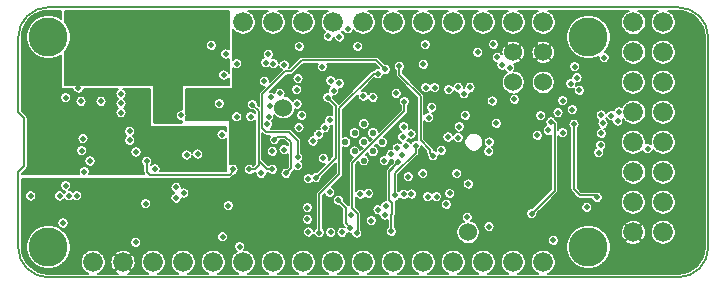
<source format=gbr>
G04 #@! TF.GenerationSoftware,KiCad,Pcbnew,5.1.5+dfsg1-2~bpo10+1*
G04 #@! TF.CreationDate,2020-03-27T19:14:24+01:00*
G04 #@! TF.ProjectId,quick-feather-board,71756963-6b2d-4666-9561-746865722d62,rev?*
G04 #@! TF.SameCoordinates,Original*
G04 #@! TF.FileFunction,Copper,L3,Inr*
G04 #@! TF.FilePolarity,Positive*
%FSLAX46Y46*%
G04 Gerber Fmt 4.6, Leading zero omitted, Abs format (unit mm)*
G04 Created by KiCad (PCBNEW 5.1.5+dfsg1-2~bpo10+1) date 2020-03-27 19:14:24*
%MOMM*%
%LPD*%
G04 APERTURE LIST*
%ADD10C,0.150000*%
%ADD11C,0.550000*%
%ADD12C,1.524000*%
%ADD13C,1.676400*%
%ADD14C,3.302000*%
%ADD15C,0.500000*%
%ADD16C,0.254000*%
G04 APERTURE END LIST*
D10*
X123101100Y-102463600D02*
X123609100Y-102971600D01*
X123609100Y-102971600D02*
X123609100Y-107035600D01*
X123609100Y-107035600D02*
X123101100Y-107543600D01*
X178981100Y-93573600D02*
G75*
G02X181521100Y-96113600I0J-2540000D01*
G01*
X181521100Y-113893600D02*
G75*
G02X178981100Y-116433600I-2540000J0D01*
G01*
X125641100Y-116433600D02*
X178981100Y-116433600D01*
X181521100Y-113893600D02*
X181521100Y-96113600D01*
X178981100Y-93573600D02*
X125641100Y-93573600D01*
X123101100Y-96113600D02*
G75*
G02X125641100Y-93573600I2540000J0D01*
G01*
X123101100Y-96113600D02*
X123101100Y-102463600D01*
X123101100Y-107543600D02*
X123101100Y-113893600D01*
X125641100Y-116433600D02*
G75*
G02X123101100Y-113893600I0J2540000D01*
G01*
D11*
X153915635Y-104990000D03*
X153137817Y-104212183D03*
X152360000Y-103434365D03*
X153137817Y-105767817D03*
X152360000Y-104990000D03*
X151582183Y-104212183D03*
X152360000Y-106545635D03*
X151582183Y-105767817D03*
X150804365Y-104990000D03*
D12*
X165011000Y-99923000D03*
X165011000Y-97383000D03*
X167551000Y-97383000D03*
X167551000Y-99923000D03*
D13*
X152311000Y-115163000D03*
X159931000Y-115163000D03*
X142151000Y-115163000D03*
X139611000Y-115163000D03*
X144691000Y-115163000D03*
X165011000Y-115163000D03*
X149771000Y-115163000D03*
X157391000Y-115163000D03*
X147231000Y-115163000D03*
X167551000Y-115163000D03*
X162471000Y-115163000D03*
X154851000Y-115163000D03*
X137061000Y-115163000D03*
X129441000Y-115163000D03*
X134521000Y-115163000D03*
X131981000Y-115163000D03*
X175171000Y-112623000D03*
X177711000Y-110083000D03*
X177711000Y-112623000D03*
X175171000Y-110083000D03*
X177711000Y-99923000D03*
X175195000Y-97383000D03*
X175195000Y-94857000D03*
X175171000Y-105003000D03*
X175171000Y-99923000D03*
X177711000Y-102463000D03*
X177711000Y-94843000D03*
X177711000Y-105003000D03*
X177711000Y-107543000D03*
X175195000Y-107543000D03*
X177711000Y-97383000D03*
X175195000Y-102463000D03*
D14*
X125655100Y-96089600D03*
X125655100Y-113869600D03*
X171375100Y-113869600D03*
X171375100Y-96089600D03*
D12*
X145550000Y-102070000D03*
X161196000Y-112624000D03*
D13*
X154851000Y-94843000D03*
X159931000Y-94843000D03*
X157391000Y-94843000D03*
X167551000Y-94843000D03*
X142151000Y-94843000D03*
X144691000Y-94843000D03*
X152311000Y-94843000D03*
X162471000Y-94843000D03*
X165011000Y-94843000D03*
X147231000Y-94843000D03*
X139611000Y-94843000D03*
X149771000Y-94843000D03*
D15*
X131800000Y-102500000D03*
X137100000Y-109290000D03*
X136470000Y-108800000D03*
X136470000Y-109710000D03*
X168400000Y-113300000D03*
X133900000Y-110200000D03*
X128580549Y-104689368D03*
X167350000Y-102750000D03*
X165120000Y-101360000D03*
X163250000Y-101500000D03*
X155100000Y-100850000D03*
X153570000Y-110720000D03*
X157397034Y-98401177D03*
X163592667Y-103407333D03*
X160454984Y-103670000D03*
X162945000Y-105760001D03*
X158918311Y-105678077D03*
X160960000Y-102710000D03*
X149350000Y-96020000D03*
X150300000Y-96080000D03*
X151030000Y-95400000D03*
X149566557Y-99776421D03*
X146670000Y-100560000D03*
X145259124Y-100850876D03*
X159646770Y-109337044D03*
X136880000Y-102710000D03*
X130110000Y-101540000D03*
X128420000Y-101530000D03*
X140400000Y-113010000D03*
X146710000Y-101760000D03*
X127120000Y-108680000D03*
X128690000Y-107480000D03*
X124165000Y-109540000D03*
X127120000Y-101220000D03*
X143950000Y-99840000D03*
X134680002Y-107270000D03*
X144500000Y-101200000D03*
X162970300Y-112151700D03*
X162990000Y-104980000D03*
X140356951Y-104344008D03*
X138300000Y-106000000D03*
X133060000Y-113475000D03*
X131800000Y-101700000D03*
X131800000Y-100900000D03*
X169211000Y-104193000D03*
X161111000Y-111343000D03*
X144606000Y-105755000D03*
X144205000Y-103463000D03*
X133070300Y-105826700D03*
X126900000Y-111826700D03*
X135100000Y-112910000D03*
X135800000Y-112910000D03*
X136500000Y-112910000D03*
X137200000Y-112910000D03*
X149425000Y-109950000D03*
X162900000Y-108100000D03*
X154150000Y-99650000D03*
X160287067Y-106035511D03*
X160240000Y-102980000D03*
X148840000Y-108420000D03*
X160120000Y-110110000D03*
X149172194Y-100424565D03*
X150920000Y-99320000D03*
X151760000Y-98810000D03*
X141670000Y-101140000D03*
X140500000Y-99310000D03*
X137800000Y-102370000D03*
X165440000Y-113270000D03*
X141681000Y-105953000D03*
X145401000Y-107018000D03*
X145401000Y-105013000D03*
X132550000Y-104075000D03*
X149560000Y-112620000D03*
X132550000Y-104825000D03*
X150520000Y-112630000D03*
X147680000Y-112590000D03*
X149820000Y-100620000D03*
X167050000Y-104405000D03*
X149470000Y-109240000D03*
X147670000Y-108090000D03*
X154150000Y-111150000D03*
X151295300Y-111176700D03*
X147595300Y-111526700D03*
X140895300Y-110360000D03*
X153000000Y-111650000D03*
X157780000Y-109600000D03*
X154214619Y-110402712D03*
X147595300Y-110526700D03*
X155750000Y-103685000D03*
X160350000Y-100350000D03*
X142781000Y-102823000D03*
X141600000Y-102850000D03*
X145614424Y-105614031D03*
X155650000Y-104550000D03*
X161350000Y-100350000D03*
X144381000Y-101903000D03*
X144801000Y-104775000D03*
X145781000Y-107628000D03*
X143671000Y-107628000D03*
X156350000Y-104300000D03*
X160850000Y-100900000D03*
X142930000Y-101815000D03*
X142671000Y-107300522D03*
X144621000Y-107300522D03*
X146770001Y-106970479D03*
X155360000Y-98570000D03*
X158220000Y-106149958D03*
X145625078Y-98456261D03*
X146910000Y-96890000D03*
X151840002Y-96890000D03*
X148850000Y-98600000D03*
X146791000Y-99603000D03*
X140160000Y-105120000D03*
X139300000Y-104500000D03*
X138981000Y-103873000D03*
X132790000Y-103290000D03*
X126130000Y-99450000D03*
X124050000Y-99440000D03*
X131300000Y-103200000D03*
X135800000Y-102700000D03*
X135800000Y-101200000D03*
X144696611Y-98354044D03*
X135800000Y-101900000D03*
X129210000Y-99440000D03*
X140030000Y-99940000D03*
X128200000Y-100400000D03*
X164060000Y-98450000D03*
X141610000Y-98344990D03*
X163650010Y-97810000D03*
X140140000Y-101730000D03*
X164710000Y-98670000D03*
X140670000Y-97530000D03*
X148560000Y-104310000D03*
X141290000Y-107300000D03*
X133990000Y-106620000D03*
X172461000Y-104243000D03*
X159545000Y-100560000D03*
X155920000Y-105290000D03*
X155800000Y-101550000D03*
X151770000Y-112690000D03*
X168211000Y-103293000D03*
X141850000Y-113830000D03*
X166570300Y-111051700D03*
X159350000Y-110250000D03*
X152763223Y-109325011D03*
X158520000Y-109600000D03*
X152060000Y-109390000D03*
X157570000Y-96730000D03*
X150280000Y-100020000D03*
X167970000Y-103980000D03*
X128490000Y-105710000D03*
X126620000Y-109540000D03*
X163342721Y-96705637D03*
X148060000Y-104900000D03*
X172461000Y-102693000D03*
X146870000Y-103750000D03*
X170160479Y-103492479D03*
X172116216Y-109654990D03*
X149080000Y-103750000D03*
X172411000Y-105243000D03*
X149480000Y-103150000D03*
X172261000Y-105893000D03*
X153140000Y-101180000D03*
X170011324Y-102245000D03*
X152311000Y-101093000D03*
X168811000Y-102493000D03*
X149310000Y-101210000D03*
X155740000Y-109410000D03*
X148311000Y-107983000D03*
X148600000Y-112650000D03*
X153560000Y-99180000D03*
X158100000Y-102050000D03*
X157600000Y-100364990D03*
X158361979Y-100364990D03*
X157864734Y-102914734D03*
X159500000Y-104555010D03*
X170411000Y-99543000D03*
X160350000Y-104600000D03*
X169886000Y-100043000D03*
X156750000Y-105275011D03*
X155000000Y-109500000D03*
X160220039Y-107644990D03*
X157364779Y-107644990D03*
X170211000Y-98593000D03*
X172611000Y-103393000D03*
X173311528Y-102742472D03*
X155210000Y-105480000D03*
X147100000Y-102725000D03*
X139450000Y-96800000D03*
X144320000Y-102820000D03*
X155270000Y-106695000D03*
X154680000Y-112540000D03*
X155555010Y-106108473D03*
X170611000Y-100593000D03*
X154670000Y-106030000D03*
X144054990Y-98250000D03*
X144280000Y-97550000D03*
X154086992Y-106564063D03*
X150200000Y-109900000D03*
X171250000Y-110500000D03*
X151220300Y-112251700D03*
X148944135Y-106355865D03*
X156394472Y-109374472D03*
X146770000Y-106260000D03*
X154200000Y-98830000D03*
X169210019Y-101468283D03*
X162010000Y-97390000D03*
X161200000Y-108530000D03*
X156124479Y-107925521D03*
X173861000Y-103193000D03*
X173961000Y-102443000D03*
X176411000Y-105543000D03*
X172711000Y-97843000D03*
X137365000Y-106070000D03*
X127395300Y-109526700D03*
X129180000Y-106580000D03*
X128045300Y-109526700D03*
D10*
X146221000Y-107188000D02*
X145781000Y-107628000D01*
X146221000Y-105013000D02*
X146221000Y-107188000D01*
X145733001Y-104525001D02*
X146221000Y-105013000D01*
X144801000Y-104775000D02*
X145050999Y-104525001D01*
X145050999Y-104525001D02*
X145733001Y-104525001D01*
X143450000Y-102335000D02*
X142930000Y-101815000D01*
X143450000Y-106352000D02*
X143450000Y-102335000D01*
X143113478Y-107300522D02*
X142671000Y-107300522D01*
X143450000Y-106964000D02*
X143113478Y-107300522D01*
X143450000Y-106352000D02*
X143450000Y-106892000D01*
X144206522Y-107300522D02*
X144621000Y-107300522D01*
X143450000Y-106544000D02*
X143450000Y-106964000D01*
X143450000Y-106544000D02*
X144206522Y-107300522D01*
X143450000Y-106352000D02*
X143450000Y-106544000D01*
X157970001Y-105899959D02*
X158220000Y-106149958D01*
X157174999Y-104834999D02*
X157970001Y-105630001D01*
X157174999Y-101094999D02*
X157174999Y-104834999D01*
X155360000Y-99280000D02*
X157174999Y-101094999D01*
X155360000Y-98570000D02*
X155360000Y-99280000D01*
X157970001Y-105630001D02*
X157970001Y-105899959D01*
X140995300Y-107751700D02*
X141290000Y-107457000D01*
X141290000Y-107457000D02*
X141290000Y-107300000D01*
X133990000Y-106620000D02*
X133990000Y-107496400D01*
X134245300Y-107751700D02*
X140995300Y-107751700D01*
X133990000Y-107496400D02*
X134245300Y-107751700D01*
X168519999Y-103419999D02*
X168270000Y-103170000D01*
X168520300Y-109101700D02*
X168520300Y-108151700D01*
X166570300Y-111051700D02*
X168520300Y-109101700D01*
X168520300Y-108151700D02*
X168519999Y-103419999D01*
X151845300Y-111076700D02*
X151845300Y-112614700D01*
X151370300Y-110601700D02*
X151845300Y-111076700D01*
X151845300Y-112614700D02*
X151770000Y-112690000D01*
X151370300Y-106795333D02*
X151370300Y-110601700D01*
X155800000Y-101550000D02*
X155800000Y-102365633D01*
X155800000Y-102365633D02*
X151370300Y-106795333D01*
X148080000Y-104860000D02*
X148080000Y-104940000D01*
X170160479Y-103492479D02*
X170160479Y-108992479D01*
X170160479Y-108992479D02*
X170661000Y-109493000D01*
X170661000Y-109493000D02*
X171954226Y-109493000D01*
X171954226Y-109493000D02*
X172116216Y-109654990D01*
X149310000Y-101210000D02*
X149990000Y-101890000D01*
X149991000Y-106303000D02*
X149991000Y-106073000D01*
X148311000Y-107983000D02*
X149991000Y-106303000D01*
X149990000Y-101890000D02*
X149991000Y-106073000D01*
X153220000Y-99180000D02*
X153560000Y-99180000D01*
X150290000Y-102110000D02*
X153220000Y-99180000D01*
X148600000Y-112650000D02*
X148600000Y-109405134D01*
X150290000Y-107715134D02*
X150290000Y-102110000D01*
X148600000Y-109405134D02*
X150290000Y-107715134D01*
X156750000Y-105890000D02*
X156750000Y-105628564D01*
X155000000Y-109500000D02*
X155000000Y-107640000D01*
X155000000Y-107640000D02*
X156750000Y-105890000D01*
X156750000Y-105628564D02*
X156750000Y-105275011D01*
X155270000Y-106695000D02*
X154550000Y-107415000D01*
X154770000Y-112450000D02*
X154680000Y-112540000D01*
X154520000Y-107445000D02*
X154520000Y-109860000D01*
X154520000Y-109860000D02*
X154790000Y-110130000D01*
X155270000Y-106695000D02*
X154520000Y-107445000D01*
X154680000Y-111150000D02*
X154680000Y-112540000D01*
X154790000Y-110130000D02*
X154790000Y-111040000D01*
X154790000Y-111040000D02*
X154680000Y-111150000D01*
X150200000Y-109900000D02*
X150845300Y-110545300D01*
X150845300Y-111876700D02*
X151220300Y-112251700D01*
X150845300Y-110545300D02*
X150845300Y-111876700D01*
X146770000Y-105906447D02*
X146770000Y-106260000D01*
X146052002Y-104143000D02*
X146770000Y-104860998D01*
X146770000Y-104860998D02*
X146770000Y-105906447D01*
X144121000Y-104143000D02*
X146052002Y-104143000D01*
X143780000Y-103802000D02*
X144121000Y-104143000D01*
X143780000Y-100940000D02*
X143780000Y-103802000D01*
X153420000Y-98050000D02*
X147100000Y-98050000D01*
X145730000Y-98990000D02*
X143780000Y-100940000D01*
X154200000Y-98830000D02*
X153420000Y-98050000D01*
X146160000Y-98990000D02*
X145730000Y-98990000D01*
X147100000Y-98050000D02*
X146160000Y-98990000D01*
G36*
X140925000Y-97129108D02*
G01*
X140894997Y-97109061D01*
X140808552Y-97073254D01*
X140716783Y-97055000D01*
X140623217Y-97055000D01*
X140531448Y-97073254D01*
X140445003Y-97109061D01*
X140367205Y-97161044D01*
X140301044Y-97227205D01*
X140249061Y-97305003D01*
X140213254Y-97391448D01*
X140195000Y-97483217D01*
X140195000Y-97576783D01*
X140213254Y-97668552D01*
X140249061Y-97754997D01*
X140301044Y-97832795D01*
X140367205Y-97898956D01*
X140445003Y-97950939D01*
X140531448Y-97986746D01*
X140623217Y-98005000D01*
X140716783Y-98005000D01*
X140808552Y-97986746D01*
X140894997Y-97950939D01*
X140925000Y-97930892D01*
X140925000Y-99094807D01*
X140920939Y-99085003D01*
X140868956Y-99007205D01*
X140802795Y-98941044D01*
X140724997Y-98889061D01*
X140638552Y-98853254D01*
X140546783Y-98835000D01*
X140453217Y-98835000D01*
X140361448Y-98853254D01*
X140275003Y-98889061D01*
X140197205Y-98941044D01*
X140131044Y-99007205D01*
X140079061Y-99085003D01*
X140043254Y-99171448D01*
X140025000Y-99263217D01*
X140025000Y-99356783D01*
X140043254Y-99448552D01*
X140079061Y-99534997D01*
X140131044Y-99612795D01*
X140197205Y-99678956D01*
X140275003Y-99730939D01*
X140361448Y-99766746D01*
X140453217Y-99785000D01*
X140546783Y-99785000D01*
X140638552Y-99766746D01*
X140724997Y-99730939D01*
X140802795Y-99678956D01*
X140868956Y-99612795D01*
X140920939Y-99534997D01*
X140925000Y-99525193D01*
X140925000Y-100125000D01*
X127075000Y-100125000D01*
X127075000Y-97322764D01*
X127112284Y-97285480D01*
X127317589Y-96978219D01*
X127410788Y-96753217D01*
X138975000Y-96753217D01*
X138975000Y-96846783D01*
X138993254Y-96938552D01*
X139029061Y-97024997D01*
X139081044Y-97102795D01*
X139147205Y-97168956D01*
X139225003Y-97220939D01*
X139311448Y-97256746D01*
X139403217Y-97275000D01*
X139496783Y-97275000D01*
X139588552Y-97256746D01*
X139674997Y-97220939D01*
X139752795Y-97168956D01*
X139818956Y-97102795D01*
X139870939Y-97024997D01*
X139906746Y-96938552D01*
X139925000Y-96846783D01*
X139925000Y-96753217D01*
X139906746Y-96661448D01*
X139870939Y-96575003D01*
X139818956Y-96497205D01*
X139752795Y-96431044D01*
X139674997Y-96379061D01*
X139588552Y-96343254D01*
X139496783Y-96325000D01*
X139403217Y-96325000D01*
X139311448Y-96343254D01*
X139225003Y-96379061D01*
X139147205Y-96431044D01*
X139081044Y-96497205D01*
X139029061Y-96575003D01*
X138993254Y-96661448D01*
X138975000Y-96753217D01*
X127410788Y-96753217D01*
X127459006Y-96636809D01*
X127531100Y-96274370D01*
X127531100Y-95904830D01*
X127459006Y-95542391D01*
X127317589Y-95200981D01*
X127112284Y-94893720D01*
X127075000Y-94856436D01*
X127075000Y-93873600D01*
X140925000Y-93873600D01*
X140925000Y-97129108D01*
G37*
X140925000Y-97129108D02*
X140894997Y-97109061D01*
X140808552Y-97073254D01*
X140716783Y-97055000D01*
X140623217Y-97055000D01*
X140531448Y-97073254D01*
X140445003Y-97109061D01*
X140367205Y-97161044D01*
X140301044Y-97227205D01*
X140249061Y-97305003D01*
X140213254Y-97391448D01*
X140195000Y-97483217D01*
X140195000Y-97576783D01*
X140213254Y-97668552D01*
X140249061Y-97754997D01*
X140301044Y-97832795D01*
X140367205Y-97898956D01*
X140445003Y-97950939D01*
X140531448Y-97986746D01*
X140623217Y-98005000D01*
X140716783Y-98005000D01*
X140808552Y-97986746D01*
X140894997Y-97950939D01*
X140925000Y-97930892D01*
X140925000Y-99094807D01*
X140920939Y-99085003D01*
X140868956Y-99007205D01*
X140802795Y-98941044D01*
X140724997Y-98889061D01*
X140638552Y-98853254D01*
X140546783Y-98835000D01*
X140453217Y-98835000D01*
X140361448Y-98853254D01*
X140275003Y-98889061D01*
X140197205Y-98941044D01*
X140131044Y-99007205D01*
X140079061Y-99085003D01*
X140043254Y-99171448D01*
X140025000Y-99263217D01*
X140025000Y-99356783D01*
X140043254Y-99448552D01*
X140079061Y-99534997D01*
X140131044Y-99612795D01*
X140197205Y-99678956D01*
X140275003Y-99730939D01*
X140361448Y-99766746D01*
X140453217Y-99785000D01*
X140546783Y-99785000D01*
X140638552Y-99766746D01*
X140724997Y-99730939D01*
X140802795Y-99678956D01*
X140868956Y-99612795D01*
X140920939Y-99534997D01*
X140925000Y-99525193D01*
X140925000Y-100125000D01*
X127075000Y-100125000D01*
X127075000Y-97322764D01*
X127112284Y-97285480D01*
X127317589Y-96978219D01*
X127410788Y-96753217D01*
X138975000Y-96753217D01*
X138975000Y-96846783D01*
X138993254Y-96938552D01*
X139029061Y-97024997D01*
X139081044Y-97102795D01*
X139147205Y-97168956D01*
X139225003Y-97220939D01*
X139311448Y-97256746D01*
X139403217Y-97275000D01*
X139496783Y-97275000D01*
X139588552Y-97256746D01*
X139674997Y-97220939D01*
X139752795Y-97168956D01*
X139818956Y-97102795D01*
X139870939Y-97024997D01*
X139906746Y-96938552D01*
X139925000Y-96846783D01*
X139925000Y-96753217D01*
X139906746Y-96661448D01*
X139870939Y-96575003D01*
X139818956Y-96497205D01*
X139752795Y-96431044D01*
X139674997Y-96379061D01*
X139588552Y-96343254D01*
X139496783Y-96325000D01*
X139403217Y-96325000D01*
X139311448Y-96343254D01*
X139225003Y-96379061D01*
X139147205Y-96431044D01*
X139081044Y-96497205D01*
X139029061Y-96575003D01*
X138993254Y-96661448D01*
X138975000Y-96753217D01*
X127410788Y-96753217D01*
X127459006Y-96636809D01*
X127531100Y-96274370D01*
X127531100Y-95904830D01*
X127459006Y-95542391D01*
X127317589Y-95200981D01*
X127112284Y-94893720D01*
X127075000Y-94856436D01*
X127075000Y-93873600D01*
X140925000Y-93873600D01*
X140925000Y-97129108D01*
G36*
X144187386Y-93900805D02*
G01*
X144013250Y-94017159D01*
X143865159Y-94165250D01*
X143748805Y-94339386D01*
X143668659Y-94532876D01*
X143627800Y-94738284D01*
X143627800Y-94947716D01*
X143668659Y-95153124D01*
X143748805Y-95346614D01*
X143865159Y-95520750D01*
X144013250Y-95668841D01*
X144187386Y-95785195D01*
X144380876Y-95865341D01*
X144586284Y-95906200D01*
X144795716Y-95906200D01*
X145001124Y-95865341D01*
X145194614Y-95785195D01*
X145368750Y-95668841D01*
X145516841Y-95520750D01*
X145633195Y-95346614D01*
X145713341Y-95153124D01*
X145754200Y-94947716D01*
X145754200Y-94738284D01*
X145713341Y-94532876D01*
X145633195Y-94339386D01*
X145516841Y-94165250D01*
X145368750Y-94017159D01*
X145194614Y-93900805D01*
X145128935Y-93873600D01*
X146793065Y-93873600D01*
X146727386Y-93900805D01*
X146553250Y-94017159D01*
X146405159Y-94165250D01*
X146288805Y-94339386D01*
X146208659Y-94532876D01*
X146167800Y-94738284D01*
X146167800Y-94947716D01*
X146208659Y-95153124D01*
X146288805Y-95346614D01*
X146405159Y-95520750D01*
X146553250Y-95668841D01*
X146727386Y-95785195D01*
X146920876Y-95865341D01*
X147126284Y-95906200D01*
X147335716Y-95906200D01*
X147541124Y-95865341D01*
X147734614Y-95785195D01*
X147908750Y-95668841D01*
X148056841Y-95520750D01*
X148173195Y-95346614D01*
X148253341Y-95153124D01*
X148294200Y-94947716D01*
X148294200Y-94738284D01*
X148253341Y-94532876D01*
X148173195Y-94339386D01*
X148056841Y-94165250D01*
X147908750Y-94017159D01*
X147734614Y-93900805D01*
X147668935Y-93873600D01*
X149333065Y-93873600D01*
X149267386Y-93900805D01*
X149093250Y-94017159D01*
X148945159Y-94165250D01*
X148828805Y-94339386D01*
X148748659Y-94532876D01*
X148707800Y-94738284D01*
X148707800Y-94947716D01*
X148748659Y-95153124D01*
X148828805Y-95346614D01*
X148945159Y-95520750D01*
X149064138Y-95639729D01*
X149047205Y-95651044D01*
X148981044Y-95717205D01*
X148929061Y-95795003D01*
X148893254Y-95881448D01*
X148875000Y-95973217D01*
X148875000Y-96066783D01*
X148893254Y-96158552D01*
X148929061Y-96244997D01*
X148981044Y-96322795D01*
X149047205Y-96388956D01*
X149125003Y-96440939D01*
X149211448Y-96476746D01*
X149303217Y-96495000D01*
X149396783Y-96495000D01*
X149488552Y-96476746D01*
X149574997Y-96440939D01*
X149652795Y-96388956D01*
X149718956Y-96322795D01*
X149770939Y-96244997D01*
X149806746Y-96158552D01*
X149825000Y-96066783D01*
X149825000Y-96126783D01*
X149843254Y-96218552D01*
X149879061Y-96304997D01*
X149931044Y-96382795D01*
X149997205Y-96448956D01*
X150075003Y-96500939D01*
X150161448Y-96536746D01*
X150253217Y-96555000D01*
X150346783Y-96555000D01*
X150438552Y-96536746D01*
X150524997Y-96500939D01*
X150602795Y-96448956D01*
X150668956Y-96382795D01*
X150720939Y-96304997D01*
X150756746Y-96218552D01*
X150775000Y-96126783D01*
X150775000Y-96033217D01*
X150756746Y-95941448D01*
X150720939Y-95855003D01*
X150668956Y-95777205D01*
X150602795Y-95711044D01*
X150524997Y-95659061D01*
X150477998Y-95639593D01*
X150574948Y-95542643D01*
X150609061Y-95624997D01*
X150661044Y-95702795D01*
X150727205Y-95768956D01*
X150805003Y-95820939D01*
X150891448Y-95856746D01*
X150983217Y-95875000D01*
X151076783Y-95875000D01*
X151168552Y-95856746D01*
X151254997Y-95820939D01*
X151332795Y-95768956D01*
X151398956Y-95702795D01*
X151450939Y-95624997D01*
X151486746Y-95538552D01*
X151489436Y-95525027D01*
X151633250Y-95668841D01*
X151807386Y-95785195D01*
X152000876Y-95865341D01*
X152206284Y-95906200D01*
X152415716Y-95906200D01*
X152621124Y-95865341D01*
X152814614Y-95785195D01*
X152988750Y-95668841D01*
X153136841Y-95520750D01*
X153253195Y-95346614D01*
X153333341Y-95153124D01*
X153374200Y-94947716D01*
X153374200Y-94738284D01*
X153333341Y-94532876D01*
X153253195Y-94339386D01*
X153136841Y-94165250D01*
X152988750Y-94017159D01*
X152814614Y-93900805D01*
X152748935Y-93873600D01*
X154413065Y-93873600D01*
X154347386Y-93900805D01*
X154173250Y-94017159D01*
X154025159Y-94165250D01*
X153908805Y-94339386D01*
X153828659Y-94532876D01*
X153787800Y-94738284D01*
X153787800Y-94947716D01*
X153828659Y-95153124D01*
X153908805Y-95346614D01*
X154025159Y-95520750D01*
X154173250Y-95668841D01*
X154347386Y-95785195D01*
X154540876Y-95865341D01*
X154746284Y-95906200D01*
X154955716Y-95906200D01*
X155161124Y-95865341D01*
X155354614Y-95785195D01*
X155528750Y-95668841D01*
X155676841Y-95520750D01*
X155793195Y-95346614D01*
X155873341Y-95153124D01*
X155914200Y-94947716D01*
X155914200Y-94738284D01*
X155873341Y-94532876D01*
X155793195Y-94339386D01*
X155676841Y-94165250D01*
X155528750Y-94017159D01*
X155354614Y-93900805D01*
X155288935Y-93873600D01*
X156953065Y-93873600D01*
X156887386Y-93900805D01*
X156713250Y-94017159D01*
X156565159Y-94165250D01*
X156448805Y-94339386D01*
X156368659Y-94532876D01*
X156327800Y-94738284D01*
X156327800Y-94947716D01*
X156368659Y-95153124D01*
X156448805Y-95346614D01*
X156565159Y-95520750D01*
X156713250Y-95668841D01*
X156887386Y-95785195D01*
X157080876Y-95865341D01*
X157286284Y-95906200D01*
X157495716Y-95906200D01*
X157701124Y-95865341D01*
X157894614Y-95785195D01*
X158068750Y-95668841D01*
X158216841Y-95520750D01*
X158333195Y-95346614D01*
X158413341Y-95153124D01*
X158454200Y-94947716D01*
X158454200Y-94738284D01*
X158413341Y-94532876D01*
X158333195Y-94339386D01*
X158216841Y-94165250D01*
X158068750Y-94017159D01*
X157894614Y-93900805D01*
X157828935Y-93873600D01*
X159493065Y-93873600D01*
X159427386Y-93900805D01*
X159253250Y-94017159D01*
X159105159Y-94165250D01*
X158988805Y-94339386D01*
X158908659Y-94532876D01*
X158867800Y-94738284D01*
X158867800Y-94947716D01*
X158908659Y-95153124D01*
X158988805Y-95346614D01*
X159105159Y-95520750D01*
X159253250Y-95668841D01*
X159427386Y-95785195D01*
X159620876Y-95865341D01*
X159826284Y-95906200D01*
X160035716Y-95906200D01*
X160241124Y-95865341D01*
X160434614Y-95785195D01*
X160608750Y-95668841D01*
X160756841Y-95520750D01*
X160873195Y-95346614D01*
X160953341Y-95153124D01*
X160994200Y-94947716D01*
X160994200Y-94738284D01*
X160953341Y-94532876D01*
X160873195Y-94339386D01*
X160756841Y-94165250D01*
X160608750Y-94017159D01*
X160434614Y-93900805D01*
X160368935Y-93873600D01*
X162033065Y-93873600D01*
X161967386Y-93900805D01*
X161793250Y-94017159D01*
X161645159Y-94165250D01*
X161528805Y-94339386D01*
X161448659Y-94532876D01*
X161407800Y-94738284D01*
X161407800Y-94947716D01*
X161448659Y-95153124D01*
X161528805Y-95346614D01*
X161645159Y-95520750D01*
X161793250Y-95668841D01*
X161967386Y-95785195D01*
X162160876Y-95865341D01*
X162366284Y-95906200D01*
X162575716Y-95906200D01*
X162781124Y-95865341D01*
X162974614Y-95785195D01*
X163148750Y-95668841D01*
X163296841Y-95520750D01*
X163413195Y-95346614D01*
X163493341Y-95153124D01*
X163534200Y-94947716D01*
X163534200Y-94738284D01*
X163493341Y-94532876D01*
X163413195Y-94339386D01*
X163296841Y-94165250D01*
X163148750Y-94017159D01*
X162974614Y-93900805D01*
X162908935Y-93873600D01*
X164573065Y-93873600D01*
X164507386Y-93900805D01*
X164333250Y-94017159D01*
X164185159Y-94165250D01*
X164068805Y-94339386D01*
X163988659Y-94532876D01*
X163947800Y-94738284D01*
X163947800Y-94947716D01*
X163988659Y-95153124D01*
X164068805Y-95346614D01*
X164185159Y-95520750D01*
X164333250Y-95668841D01*
X164507386Y-95785195D01*
X164700876Y-95865341D01*
X164906284Y-95906200D01*
X165115716Y-95906200D01*
X165321124Y-95865341D01*
X165514614Y-95785195D01*
X165688750Y-95668841D01*
X165836841Y-95520750D01*
X165953195Y-95346614D01*
X166033341Y-95153124D01*
X166074200Y-94947716D01*
X166074200Y-94738284D01*
X166033341Y-94532876D01*
X165953195Y-94339386D01*
X165836841Y-94165250D01*
X165688750Y-94017159D01*
X165514614Y-93900805D01*
X165448935Y-93873600D01*
X167113065Y-93873600D01*
X167047386Y-93900805D01*
X166873250Y-94017159D01*
X166725159Y-94165250D01*
X166608805Y-94339386D01*
X166528659Y-94532876D01*
X166487800Y-94738284D01*
X166487800Y-94947716D01*
X166528659Y-95153124D01*
X166608805Y-95346614D01*
X166725159Y-95520750D01*
X166873250Y-95668841D01*
X167047386Y-95785195D01*
X167240876Y-95865341D01*
X167446284Y-95906200D01*
X167655716Y-95906200D01*
X167662603Y-95904830D01*
X169499100Y-95904830D01*
X169499100Y-96274370D01*
X169571194Y-96636809D01*
X169712611Y-96978219D01*
X169917916Y-97285480D01*
X170179220Y-97546784D01*
X170486481Y-97752089D01*
X170827891Y-97893506D01*
X171190330Y-97965600D01*
X171559870Y-97965600D01*
X171922309Y-97893506D01*
X172243077Y-97760639D01*
X172236000Y-97796217D01*
X172236000Y-97889783D01*
X172254254Y-97981552D01*
X172290061Y-98067997D01*
X172342044Y-98145795D01*
X172408205Y-98211956D01*
X172486003Y-98263939D01*
X172572448Y-98299746D01*
X172664217Y-98318000D01*
X172757783Y-98318000D01*
X172849552Y-98299746D01*
X172935997Y-98263939D01*
X173013795Y-98211956D01*
X173079956Y-98145795D01*
X173131939Y-98067997D01*
X173167746Y-97981552D01*
X173186000Y-97889783D01*
X173186000Y-97796217D01*
X173167746Y-97704448D01*
X173131939Y-97618003D01*
X173079956Y-97540205D01*
X173013795Y-97474044D01*
X172935997Y-97422061D01*
X172849552Y-97386254D01*
X172757783Y-97368000D01*
X172749764Y-97368000D01*
X172832284Y-97285480D01*
X172837092Y-97278284D01*
X174131800Y-97278284D01*
X174131800Y-97487716D01*
X174172659Y-97693124D01*
X174252805Y-97886614D01*
X174369159Y-98060750D01*
X174517250Y-98208841D01*
X174691386Y-98325195D01*
X174884876Y-98405341D01*
X175090284Y-98446200D01*
X175299716Y-98446200D01*
X175505124Y-98405341D01*
X175698614Y-98325195D01*
X175872750Y-98208841D01*
X176020841Y-98060750D01*
X176137195Y-97886614D01*
X176217341Y-97693124D01*
X176258200Y-97487716D01*
X176258200Y-97278284D01*
X176647800Y-97278284D01*
X176647800Y-97487716D01*
X176688659Y-97693124D01*
X176768805Y-97886614D01*
X176885159Y-98060750D01*
X177033250Y-98208841D01*
X177207386Y-98325195D01*
X177400876Y-98405341D01*
X177606284Y-98446200D01*
X177815716Y-98446200D01*
X178021124Y-98405341D01*
X178214614Y-98325195D01*
X178388750Y-98208841D01*
X178536841Y-98060750D01*
X178653195Y-97886614D01*
X178733341Y-97693124D01*
X178774200Y-97487716D01*
X178774200Y-97278284D01*
X178733341Y-97072876D01*
X178653195Y-96879386D01*
X178536841Y-96705250D01*
X178388750Y-96557159D01*
X178214614Y-96440805D01*
X178021124Y-96360659D01*
X177815716Y-96319800D01*
X177606284Y-96319800D01*
X177400876Y-96360659D01*
X177207386Y-96440805D01*
X177033250Y-96557159D01*
X176885159Y-96705250D01*
X176768805Y-96879386D01*
X176688659Y-97072876D01*
X176647800Y-97278284D01*
X176258200Y-97278284D01*
X176217341Y-97072876D01*
X176137195Y-96879386D01*
X176020841Y-96705250D01*
X175872750Y-96557159D01*
X175698614Y-96440805D01*
X175505124Y-96360659D01*
X175299716Y-96319800D01*
X175090284Y-96319800D01*
X174884876Y-96360659D01*
X174691386Y-96440805D01*
X174517250Y-96557159D01*
X174369159Y-96705250D01*
X174252805Y-96879386D01*
X174172659Y-97072876D01*
X174131800Y-97278284D01*
X172837092Y-97278284D01*
X173037589Y-96978219D01*
X173179006Y-96636809D01*
X173251100Y-96274370D01*
X173251100Y-95904830D01*
X173179006Y-95542391D01*
X173037589Y-95200981D01*
X172832284Y-94893720D01*
X172570980Y-94632416D01*
X172263719Y-94427111D01*
X171922309Y-94285694D01*
X171559870Y-94213600D01*
X171190330Y-94213600D01*
X170827891Y-94285694D01*
X170486481Y-94427111D01*
X170179220Y-94632416D01*
X169917916Y-94893720D01*
X169712611Y-95200981D01*
X169571194Y-95542391D01*
X169499100Y-95904830D01*
X167662603Y-95904830D01*
X167861124Y-95865341D01*
X168054614Y-95785195D01*
X168228750Y-95668841D01*
X168376841Y-95520750D01*
X168493195Y-95346614D01*
X168573341Y-95153124D01*
X168614200Y-94947716D01*
X168614200Y-94738284D01*
X168573341Y-94532876D01*
X168493195Y-94339386D01*
X168376841Y-94165250D01*
X168228750Y-94017159D01*
X168054614Y-93900805D01*
X167988935Y-93873600D01*
X174790864Y-93873600D01*
X174691386Y-93914805D01*
X174517250Y-94031159D01*
X174369159Y-94179250D01*
X174252805Y-94353386D01*
X174172659Y-94546876D01*
X174131800Y-94752284D01*
X174131800Y-94961716D01*
X174172659Y-95167124D01*
X174252805Y-95360614D01*
X174369159Y-95534750D01*
X174517250Y-95682841D01*
X174691386Y-95799195D01*
X174884876Y-95879341D01*
X175090284Y-95920200D01*
X175299716Y-95920200D01*
X175505124Y-95879341D01*
X175698614Y-95799195D01*
X175872750Y-95682841D01*
X176020841Y-95534750D01*
X176137195Y-95360614D01*
X176217341Y-95167124D01*
X176258200Y-94961716D01*
X176258200Y-94752284D01*
X176217341Y-94546876D01*
X176137195Y-94353386D01*
X176020841Y-94179250D01*
X175872750Y-94031159D01*
X175698614Y-93914805D01*
X175599136Y-93873600D01*
X177273065Y-93873600D01*
X177207386Y-93900805D01*
X177033250Y-94017159D01*
X176885159Y-94165250D01*
X176768805Y-94339386D01*
X176688659Y-94532876D01*
X176647800Y-94738284D01*
X176647800Y-94947716D01*
X176688659Y-95153124D01*
X176768805Y-95346614D01*
X176885159Y-95520750D01*
X177033250Y-95668841D01*
X177207386Y-95785195D01*
X177400876Y-95865341D01*
X177606284Y-95906200D01*
X177815716Y-95906200D01*
X178021124Y-95865341D01*
X178214614Y-95785195D01*
X178388750Y-95668841D01*
X178536841Y-95520750D01*
X178653195Y-95346614D01*
X178733341Y-95153124D01*
X178774200Y-94947716D01*
X178774200Y-94738284D01*
X178733341Y-94532876D01*
X178653195Y-94339386D01*
X178536841Y-94165250D01*
X178388750Y-94017159D01*
X178214614Y-93900805D01*
X178148935Y-93873600D01*
X178966430Y-93873600D01*
X179415904Y-93917671D01*
X179834152Y-94043948D01*
X180219902Y-94249055D01*
X180558469Y-94525185D01*
X180836950Y-94861811D01*
X181044747Y-95246123D01*
X181173938Y-95663471D01*
X181221093Y-96112120D01*
X181221101Y-96114363D01*
X181221100Y-113878930D01*
X181177029Y-114328403D01*
X181050752Y-114746652D01*
X180845647Y-115132400D01*
X180569518Y-115470967D01*
X180232889Y-115749450D01*
X179848578Y-115957246D01*
X179431229Y-116086438D01*
X178982580Y-116133593D01*
X178980623Y-116133600D01*
X167986038Y-116133600D01*
X168054614Y-116105195D01*
X168228750Y-115988841D01*
X168376841Y-115840750D01*
X168493195Y-115666614D01*
X168573341Y-115473124D01*
X168614200Y-115267716D01*
X168614200Y-115058284D01*
X168573341Y-114852876D01*
X168493195Y-114659386D01*
X168376841Y-114485250D01*
X168228750Y-114337159D01*
X168054614Y-114220805D01*
X167861124Y-114140659D01*
X167655716Y-114099800D01*
X167446284Y-114099800D01*
X167240876Y-114140659D01*
X167047386Y-114220805D01*
X166873250Y-114337159D01*
X166725159Y-114485250D01*
X166608805Y-114659386D01*
X166528659Y-114852876D01*
X166487800Y-115058284D01*
X166487800Y-115267716D01*
X166528659Y-115473124D01*
X166608805Y-115666614D01*
X166725159Y-115840750D01*
X166873250Y-115988841D01*
X167047386Y-116105195D01*
X167115962Y-116133600D01*
X165446038Y-116133600D01*
X165514614Y-116105195D01*
X165688750Y-115988841D01*
X165836841Y-115840750D01*
X165953195Y-115666614D01*
X166033341Y-115473124D01*
X166074200Y-115267716D01*
X166074200Y-115058284D01*
X166033341Y-114852876D01*
X165953195Y-114659386D01*
X165836841Y-114485250D01*
X165688750Y-114337159D01*
X165514614Y-114220805D01*
X165321124Y-114140659D01*
X165115716Y-114099800D01*
X164906284Y-114099800D01*
X164700876Y-114140659D01*
X164507386Y-114220805D01*
X164333250Y-114337159D01*
X164185159Y-114485250D01*
X164068805Y-114659386D01*
X163988659Y-114852876D01*
X163947800Y-115058284D01*
X163947800Y-115267716D01*
X163988659Y-115473124D01*
X164068805Y-115666614D01*
X164185159Y-115840750D01*
X164333250Y-115988841D01*
X164507386Y-116105195D01*
X164575962Y-116133600D01*
X162906038Y-116133600D01*
X162974614Y-116105195D01*
X163148750Y-115988841D01*
X163296841Y-115840750D01*
X163413195Y-115666614D01*
X163493341Y-115473124D01*
X163534200Y-115267716D01*
X163534200Y-115058284D01*
X163493341Y-114852876D01*
X163413195Y-114659386D01*
X163296841Y-114485250D01*
X163148750Y-114337159D01*
X162974614Y-114220805D01*
X162781124Y-114140659D01*
X162575716Y-114099800D01*
X162366284Y-114099800D01*
X162160876Y-114140659D01*
X161967386Y-114220805D01*
X161793250Y-114337159D01*
X161645159Y-114485250D01*
X161528805Y-114659386D01*
X161448659Y-114852876D01*
X161407800Y-115058284D01*
X161407800Y-115267716D01*
X161448659Y-115473124D01*
X161528805Y-115666614D01*
X161645159Y-115840750D01*
X161793250Y-115988841D01*
X161967386Y-116105195D01*
X162035962Y-116133600D01*
X160366038Y-116133600D01*
X160434614Y-116105195D01*
X160608750Y-115988841D01*
X160756841Y-115840750D01*
X160873195Y-115666614D01*
X160953341Y-115473124D01*
X160994200Y-115267716D01*
X160994200Y-115058284D01*
X160953341Y-114852876D01*
X160873195Y-114659386D01*
X160756841Y-114485250D01*
X160608750Y-114337159D01*
X160434614Y-114220805D01*
X160241124Y-114140659D01*
X160035716Y-114099800D01*
X159826284Y-114099800D01*
X159620876Y-114140659D01*
X159427386Y-114220805D01*
X159253250Y-114337159D01*
X159105159Y-114485250D01*
X158988805Y-114659386D01*
X158908659Y-114852876D01*
X158867800Y-115058284D01*
X158867800Y-115267716D01*
X158908659Y-115473124D01*
X158988805Y-115666614D01*
X159105159Y-115840750D01*
X159253250Y-115988841D01*
X159427386Y-116105195D01*
X159495962Y-116133600D01*
X157826038Y-116133600D01*
X157894614Y-116105195D01*
X158068750Y-115988841D01*
X158216841Y-115840750D01*
X158333195Y-115666614D01*
X158413341Y-115473124D01*
X158454200Y-115267716D01*
X158454200Y-115058284D01*
X158413341Y-114852876D01*
X158333195Y-114659386D01*
X158216841Y-114485250D01*
X158068750Y-114337159D01*
X157894614Y-114220805D01*
X157701124Y-114140659D01*
X157495716Y-114099800D01*
X157286284Y-114099800D01*
X157080876Y-114140659D01*
X156887386Y-114220805D01*
X156713250Y-114337159D01*
X156565159Y-114485250D01*
X156448805Y-114659386D01*
X156368659Y-114852876D01*
X156327800Y-115058284D01*
X156327800Y-115267716D01*
X156368659Y-115473124D01*
X156448805Y-115666614D01*
X156565159Y-115840750D01*
X156713250Y-115988841D01*
X156887386Y-116105195D01*
X156955962Y-116133600D01*
X155286038Y-116133600D01*
X155354614Y-116105195D01*
X155528750Y-115988841D01*
X155676841Y-115840750D01*
X155793195Y-115666614D01*
X155873341Y-115473124D01*
X155914200Y-115267716D01*
X155914200Y-115058284D01*
X155873341Y-114852876D01*
X155793195Y-114659386D01*
X155676841Y-114485250D01*
X155528750Y-114337159D01*
X155354614Y-114220805D01*
X155161124Y-114140659D01*
X154955716Y-114099800D01*
X154746284Y-114099800D01*
X154540876Y-114140659D01*
X154347386Y-114220805D01*
X154173250Y-114337159D01*
X154025159Y-114485250D01*
X153908805Y-114659386D01*
X153828659Y-114852876D01*
X153787800Y-115058284D01*
X153787800Y-115267716D01*
X153828659Y-115473124D01*
X153908805Y-115666614D01*
X154025159Y-115840750D01*
X154173250Y-115988841D01*
X154347386Y-116105195D01*
X154415962Y-116133600D01*
X152746038Y-116133600D01*
X152814614Y-116105195D01*
X152988750Y-115988841D01*
X153136841Y-115840750D01*
X153253195Y-115666614D01*
X153333341Y-115473124D01*
X153374200Y-115267716D01*
X153374200Y-115058284D01*
X153333341Y-114852876D01*
X153253195Y-114659386D01*
X153136841Y-114485250D01*
X152988750Y-114337159D01*
X152814614Y-114220805D01*
X152621124Y-114140659D01*
X152415716Y-114099800D01*
X152206284Y-114099800D01*
X152000876Y-114140659D01*
X151807386Y-114220805D01*
X151633250Y-114337159D01*
X151485159Y-114485250D01*
X151368805Y-114659386D01*
X151288659Y-114852876D01*
X151247800Y-115058284D01*
X151247800Y-115267716D01*
X151288659Y-115473124D01*
X151368805Y-115666614D01*
X151485159Y-115840750D01*
X151633250Y-115988841D01*
X151807386Y-116105195D01*
X151875962Y-116133600D01*
X150206038Y-116133600D01*
X150274614Y-116105195D01*
X150448750Y-115988841D01*
X150596841Y-115840750D01*
X150713195Y-115666614D01*
X150793341Y-115473124D01*
X150834200Y-115267716D01*
X150834200Y-115058284D01*
X150793341Y-114852876D01*
X150713195Y-114659386D01*
X150596841Y-114485250D01*
X150448750Y-114337159D01*
X150274614Y-114220805D01*
X150081124Y-114140659D01*
X149875716Y-114099800D01*
X149666284Y-114099800D01*
X149460876Y-114140659D01*
X149267386Y-114220805D01*
X149093250Y-114337159D01*
X148945159Y-114485250D01*
X148828805Y-114659386D01*
X148748659Y-114852876D01*
X148707800Y-115058284D01*
X148707800Y-115267716D01*
X148748659Y-115473124D01*
X148828805Y-115666614D01*
X148945159Y-115840750D01*
X149093250Y-115988841D01*
X149267386Y-116105195D01*
X149335962Y-116133600D01*
X147666038Y-116133600D01*
X147734614Y-116105195D01*
X147908750Y-115988841D01*
X148056841Y-115840750D01*
X148173195Y-115666614D01*
X148253341Y-115473124D01*
X148294200Y-115267716D01*
X148294200Y-115058284D01*
X148253341Y-114852876D01*
X148173195Y-114659386D01*
X148056841Y-114485250D01*
X147908750Y-114337159D01*
X147734614Y-114220805D01*
X147541124Y-114140659D01*
X147335716Y-114099800D01*
X147126284Y-114099800D01*
X146920876Y-114140659D01*
X146727386Y-114220805D01*
X146553250Y-114337159D01*
X146405159Y-114485250D01*
X146288805Y-114659386D01*
X146208659Y-114852876D01*
X146167800Y-115058284D01*
X146167800Y-115267716D01*
X146208659Y-115473124D01*
X146288805Y-115666614D01*
X146405159Y-115840750D01*
X146553250Y-115988841D01*
X146727386Y-116105195D01*
X146795962Y-116133600D01*
X145126038Y-116133600D01*
X145194614Y-116105195D01*
X145368750Y-115988841D01*
X145516841Y-115840750D01*
X145633195Y-115666614D01*
X145713341Y-115473124D01*
X145754200Y-115267716D01*
X145754200Y-115058284D01*
X145713341Y-114852876D01*
X145633195Y-114659386D01*
X145516841Y-114485250D01*
X145368750Y-114337159D01*
X145194614Y-114220805D01*
X145001124Y-114140659D01*
X144795716Y-114099800D01*
X144586284Y-114099800D01*
X144380876Y-114140659D01*
X144187386Y-114220805D01*
X144013250Y-114337159D01*
X143865159Y-114485250D01*
X143748805Y-114659386D01*
X143668659Y-114852876D01*
X143627800Y-115058284D01*
X143627800Y-115267716D01*
X143668659Y-115473124D01*
X143748805Y-115666614D01*
X143865159Y-115840750D01*
X144013250Y-115988841D01*
X144187386Y-116105195D01*
X144255962Y-116133600D01*
X142586038Y-116133600D01*
X142654614Y-116105195D01*
X142828750Y-115988841D01*
X142976841Y-115840750D01*
X143093195Y-115666614D01*
X143173341Y-115473124D01*
X143214200Y-115267716D01*
X143214200Y-115058284D01*
X143173341Y-114852876D01*
X143093195Y-114659386D01*
X142976841Y-114485250D01*
X142828750Y-114337159D01*
X142654614Y-114220805D01*
X142461124Y-114140659D01*
X142255716Y-114099800D01*
X142241003Y-114099800D01*
X142270939Y-114054997D01*
X142306746Y-113968552D01*
X142325000Y-113876783D01*
X142325000Y-113783217D01*
X142306746Y-113691448D01*
X142270939Y-113605003D01*
X142218956Y-113527205D01*
X142152795Y-113461044D01*
X142074997Y-113409061D01*
X141988552Y-113373254D01*
X141896783Y-113355000D01*
X141803217Y-113355000D01*
X141711448Y-113373254D01*
X141625003Y-113409061D01*
X141547205Y-113461044D01*
X141481044Y-113527205D01*
X141429061Y-113605003D01*
X141393254Y-113691448D01*
X141375000Y-113783217D01*
X141375000Y-113876783D01*
X141393254Y-113968552D01*
X141429061Y-114054997D01*
X141481044Y-114132795D01*
X141547205Y-114198956D01*
X141613645Y-114243350D01*
X141473250Y-114337159D01*
X141325159Y-114485250D01*
X141208805Y-114659386D01*
X141128659Y-114852876D01*
X141087800Y-115058284D01*
X141087800Y-115267716D01*
X141128659Y-115473124D01*
X141208805Y-115666614D01*
X141325159Y-115840750D01*
X141473250Y-115988841D01*
X141647386Y-116105195D01*
X141715962Y-116133600D01*
X140046038Y-116133600D01*
X140114614Y-116105195D01*
X140288750Y-115988841D01*
X140436841Y-115840750D01*
X140553195Y-115666614D01*
X140633341Y-115473124D01*
X140674200Y-115267716D01*
X140674200Y-115058284D01*
X140633341Y-114852876D01*
X140553195Y-114659386D01*
X140436841Y-114485250D01*
X140288750Y-114337159D01*
X140114614Y-114220805D01*
X139921124Y-114140659D01*
X139715716Y-114099800D01*
X139506284Y-114099800D01*
X139300876Y-114140659D01*
X139107386Y-114220805D01*
X138933250Y-114337159D01*
X138785159Y-114485250D01*
X138668805Y-114659386D01*
X138588659Y-114852876D01*
X138547800Y-115058284D01*
X138547800Y-115267716D01*
X138588659Y-115473124D01*
X138668805Y-115666614D01*
X138785159Y-115840750D01*
X138933250Y-115988841D01*
X139107386Y-116105195D01*
X139175962Y-116133600D01*
X137496038Y-116133600D01*
X137564614Y-116105195D01*
X137738750Y-115988841D01*
X137886841Y-115840750D01*
X138003195Y-115666614D01*
X138083341Y-115473124D01*
X138124200Y-115267716D01*
X138124200Y-115058284D01*
X138083341Y-114852876D01*
X138003195Y-114659386D01*
X137886841Y-114485250D01*
X137738750Y-114337159D01*
X137564614Y-114220805D01*
X137371124Y-114140659D01*
X137165716Y-114099800D01*
X136956284Y-114099800D01*
X136750876Y-114140659D01*
X136557386Y-114220805D01*
X136383250Y-114337159D01*
X136235159Y-114485250D01*
X136118805Y-114659386D01*
X136038659Y-114852876D01*
X135997800Y-115058284D01*
X135997800Y-115267716D01*
X136038659Y-115473124D01*
X136118805Y-115666614D01*
X136235159Y-115840750D01*
X136383250Y-115988841D01*
X136557386Y-116105195D01*
X136625962Y-116133600D01*
X134956038Y-116133600D01*
X135024614Y-116105195D01*
X135198750Y-115988841D01*
X135346841Y-115840750D01*
X135463195Y-115666614D01*
X135543341Y-115473124D01*
X135584200Y-115267716D01*
X135584200Y-115058284D01*
X135543341Y-114852876D01*
X135463195Y-114659386D01*
X135346841Y-114485250D01*
X135198750Y-114337159D01*
X135024614Y-114220805D01*
X134831124Y-114140659D01*
X134625716Y-114099800D01*
X134416284Y-114099800D01*
X134210876Y-114140659D01*
X134017386Y-114220805D01*
X133843250Y-114337159D01*
X133695159Y-114485250D01*
X133578805Y-114659386D01*
X133498659Y-114852876D01*
X133457800Y-115058284D01*
X133457800Y-115267716D01*
X133498659Y-115473124D01*
X133578805Y-115666614D01*
X133695159Y-115840750D01*
X133843250Y-115988841D01*
X134017386Y-116105195D01*
X134085962Y-116133600D01*
X132418428Y-116133600D01*
X132560371Y-116060601D01*
X132588560Y-116041766D01*
X132678762Y-115896118D01*
X131981000Y-115198355D01*
X131283238Y-115896118D01*
X131373440Y-116041766D01*
X131538880Y-116133600D01*
X129876038Y-116133600D01*
X129944614Y-116105195D01*
X130118750Y-115988841D01*
X130266841Y-115840750D01*
X130383195Y-115666614D01*
X130463341Y-115473124D01*
X130504200Y-115267716D01*
X130504200Y-115146049D01*
X130912790Y-115146049D01*
X130930009Y-115354772D01*
X130987616Y-115556125D01*
X131083399Y-115742371D01*
X131102234Y-115770560D01*
X131247882Y-115860762D01*
X131945645Y-115163000D01*
X132016355Y-115163000D01*
X132714118Y-115860762D01*
X132859766Y-115770560D01*
X132961410Y-115587447D01*
X133025378Y-115388023D01*
X133049210Y-115179951D01*
X133031991Y-114971228D01*
X132974384Y-114769875D01*
X132878601Y-114583629D01*
X132859766Y-114555440D01*
X132714118Y-114465238D01*
X132016355Y-115163000D01*
X131945645Y-115163000D01*
X131247882Y-114465238D01*
X131102234Y-114555440D01*
X131000590Y-114738553D01*
X130936622Y-114937977D01*
X130912790Y-115146049D01*
X130504200Y-115146049D01*
X130504200Y-115058284D01*
X130463341Y-114852876D01*
X130383195Y-114659386D01*
X130266841Y-114485250D01*
X130211473Y-114429882D01*
X131283238Y-114429882D01*
X131981000Y-115127645D01*
X132678762Y-114429882D01*
X132588560Y-114284234D01*
X132405447Y-114182590D01*
X132206023Y-114118622D01*
X131997951Y-114094790D01*
X131789228Y-114112009D01*
X131587875Y-114169616D01*
X131401629Y-114265399D01*
X131373440Y-114284234D01*
X131283238Y-114429882D01*
X130211473Y-114429882D01*
X130118750Y-114337159D01*
X129944614Y-114220805D01*
X129751124Y-114140659D01*
X129545716Y-114099800D01*
X129336284Y-114099800D01*
X129130876Y-114140659D01*
X128937386Y-114220805D01*
X128763250Y-114337159D01*
X128615159Y-114485250D01*
X128498805Y-114659386D01*
X128418659Y-114852876D01*
X128377800Y-115058284D01*
X128377800Y-115267716D01*
X128418659Y-115473124D01*
X128498805Y-115666614D01*
X128615159Y-115840750D01*
X128763250Y-115988841D01*
X128937386Y-116105195D01*
X129005962Y-116133600D01*
X125655770Y-116133600D01*
X125206297Y-116089529D01*
X124788048Y-115963252D01*
X124402300Y-115758147D01*
X124063733Y-115482018D01*
X123785250Y-115145389D01*
X123577454Y-114761078D01*
X123448262Y-114343729D01*
X123401107Y-113895080D01*
X123401100Y-113893123D01*
X123401100Y-113684830D01*
X123779100Y-113684830D01*
X123779100Y-114054370D01*
X123851194Y-114416809D01*
X123992611Y-114758219D01*
X124197916Y-115065480D01*
X124459220Y-115326784D01*
X124766481Y-115532089D01*
X125107891Y-115673506D01*
X125470330Y-115745600D01*
X125839870Y-115745600D01*
X126202309Y-115673506D01*
X126543719Y-115532089D01*
X126850980Y-115326784D01*
X127112284Y-115065480D01*
X127317589Y-114758219D01*
X127459006Y-114416809D01*
X127531100Y-114054370D01*
X127531100Y-113684830D01*
X127480057Y-113428217D01*
X132585000Y-113428217D01*
X132585000Y-113521783D01*
X132603254Y-113613552D01*
X132639061Y-113699997D01*
X132691044Y-113777795D01*
X132757205Y-113843956D01*
X132835003Y-113895939D01*
X132921448Y-113931746D01*
X133013217Y-113950000D01*
X133106783Y-113950000D01*
X133198552Y-113931746D01*
X133284997Y-113895939D01*
X133362795Y-113843956D01*
X133428956Y-113777795D01*
X133480939Y-113699997D01*
X133516746Y-113613552D01*
X133535000Y-113521783D01*
X133535000Y-113428217D01*
X133516746Y-113336448D01*
X133480939Y-113250003D01*
X133428956Y-113172205D01*
X133362795Y-113106044D01*
X133284997Y-113054061D01*
X133198552Y-113018254D01*
X133106783Y-113000000D01*
X133013217Y-113000000D01*
X132921448Y-113018254D01*
X132835003Y-113054061D01*
X132757205Y-113106044D01*
X132691044Y-113172205D01*
X132639061Y-113250003D01*
X132603254Y-113336448D01*
X132585000Y-113428217D01*
X127480057Y-113428217D01*
X127459006Y-113322391D01*
X127317589Y-112980981D01*
X127305720Y-112963217D01*
X139925000Y-112963217D01*
X139925000Y-113056783D01*
X139943254Y-113148552D01*
X139979061Y-113234997D01*
X140031044Y-113312795D01*
X140097205Y-113378956D01*
X140175003Y-113430939D01*
X140261448Y-113466746D01*
X140353217Y-113485000D01*
X140446783Y-113485000D01*
X140538552Y-113466746D01*
X140624997Y-113430939D01*
X140702795Y-113378956D01*
X140768956Y-113312795D01*
X140820939Y-113234997D01*
X140856746Y-113148552D01*
X140875000Y-113056783D01*
X140875000Y-112963217D01*
X140856746Y-112871448D01*
X140820939Y-112785003D01*
X140768956Y-112707205D01*
X140702795Y-112641044D01*
X140624997Y-112589061D01*
X140538552Y-112553254D01*
X140446783Y-112535000D01*
X140353217Y-112535000D01*
X140261448Y-112553254D01*
X140175003Y-112589061D01*
X140097205Y-112641044D01*
X140031044Y-112707205D01*
X139979061Y-112785003D01*
X139943254Y-112871448D01*
X139925000Y-112963217D01*
X127305720Y-112963217D01*
X127112284Y-112673720D01*
X126850980Y-112412416D01*
X126543719Y-112207111D01*
X126202309Y-112065694D01*
X125839870Y-111993600D01*
X125470330Y-111993600D01*
X125107891Y-112065694D01*
X124766481Y-112207111D01*
X124459220Y-112412416D01*
X124197916Y-112673720D01*
X123992611Y-112980981D01*
X123851194Y-113322391D01*
X123779100Y-113684830D01*
X123401100Y-113684830D01*
X123401100Y-111779917D01*
X126425000Y-111779917D01*
X126425000Y-111873483D01*
X126443254Y-111965252D01*
X126479061Y-112051697D01*
X126531044Y-112129495D01*
X126597205Y-112195656D01*
X126675003Y-112247639D01*
X126761448Y-112283446D01*
X126853217Y-112301700D01*
X126946783Y-112301700D01*
X127038552Y-112283446D01*
X127124997Y-112247639D01*
X127202795Y-112195656D01*
X127268956Y-112129495D01*
X127320939Y-112051697D01*
X127356746Y-111965252D01*
X127375000Y-111873483D01*
X127375000Y-111779917D01*
X127356746Y-111688148D01*
X127320939Y-111601703D01*
X127268956Y-111523905D01*
X127224968Y-111479917D01*
X147120300Y-111479917D01*
X147120300Y-111573483D01*
X147138554Y-111665252D01*
X147174361Y-111751697D01*
X147226344Y-111829495D01*
X147292505Y-111895656D01*
X147370303Y-111947639D01*
X147456748Y-111983446D01*
X147548517Y-112001700D01*
X147642083Y-112001700D01*
X147733852Y-111983446D01*
X147820297Y-111947639D01*
X147898095Y-111895656D01*
X147964256Y-111829495D01*
X148016239Y-111751697D01*
X148052046Y-111665252D01*
X148070300Y-111573483D01*
X148070300Y-111479917D01*
X148052046Y-111388148D01*
X148016239Y-111301703D01*
X147964256Y-111223905D01*
X147898095Y-111157744D01*
X147820297Y-111105761D01*
X147733852Y-111069954D01*
X147642083Y-111051700D01*
X147548517Y-111051700D01*
X147456748Y-111069954D01*
X147370303Y-111105761D01*
X147292505Y-111157744D01*
X147226344Y-111223905D01*
X147174361Y-111301703D01*
X147138554Y-111388148D01*
X147120300Y-111479917D01*
X127224968Y-111479917D01*
X127202795Y-111457744D01*
X127124997Y-111405761D01*
X127038552Y-111369954D01*
X126946783Y-111351700D01*
X126853217Y-111351700D01*
X126761448Y-111369954D01*
X126675003Y-111405761D01*
X126597205Y-111457744D01*
X126531044Y-111523905D01*
X126479061Y-111601703D01*
X126443254Y-111688148D01*
X126425000Y-111779917D01*
X123401100Y-111779917D01*
X123401100Y-110153217D01*
X133425000Y-110153217D01*
X133425000Y-110246783D01*
X133443254Y-110338552D01*
X133479061Y-110424997D01*
X133531044Y-110502795D01*
X133597205Y-110568956D01*
X133675003Y-110620939D01*
X133761448Y-110656746D01*
X133853217Y-110675000D01*
X133946783Y-110675000D01*
X134038552Y-110656746D01*
X134124997Y-110620939D01*
X134202795Y-110568956D01*
X134268956Y-110502795D01*
X134320939Y-110424997D01*
X134356746Y-110338552D01*
X134361785Y-110313217D01*
X140420300Y-110313217D01*
X140420300Y-110406783D01*
X140438554Y-110498552D01*
X140474361Y-110584997D01*
X140526344Y-110662795D01*
X140592505Y-110728956D01*
X140670303Y-110780939D01*
X140756748Y-110816746D01*
X140848517Y-110835000D01*
X140942083Y-110835000D01*
X141033852Y-110816746D01*
X141120297Y-110780939D01*
X141198095Y-110728956D01*
X141264256Y-110662795D01*
X141316239Y-110584997D01*
X141352046Y-110498552D01*
X141355752Y-110479917D01*
X147120300Y-110479917D01*
X147120300Y-110573483D01*
X147138554Y-110665252D01*
X147174361Y-110751697D01*
X147226344Y-110829495D01*
X147292505Y-110895656D01*
X147370303Y-110947639D01*
X147456748Y-110983446D01*
X147548517Y-111001700D01*
X147642083Y-111001700D01*
X147733852Y-110983446D01*
X147820297Y-110947639D01*
X147898095Y-110895656D01*
X147964256Y-110829495D01*
X148016239Y-110751697D01*
X148052046Y-110665252D01*
X148070300Y-110573483D01*
X148070300Y-110479917D01*
X148052046Y-110388148D01*
X148016239Y-110301703D01*
X147964256Y-110223905D01*
X147898095Y-110157744D01*
X147820297Y-110105761D01*
X147733852Y-110069954D01*
X147642083Y-110051700D01*
X147548517Y-110051700D01*
X147456748Y-110069954D01*
X147370303Y-110105761D01*
X147292505Y-110157744D01*
X147226344Y-110223905D01*
X147174361Y-110301703D01*
X147138554Y-110388148D01*
X147120300Y-110479917D01*
X141355752Y-110479917D01*
X141370300Y-110406783D01*
X141370300Y-110313217D01*
X141352046Y-110221448D01*
X141316239Y-110135003D01*
X141264256Y-110057205D01*
X141198095Y-109991044D01*
X141120297Y-109939061D01*
X141033852Y-109903254D01*
X140942083Y-109885000D01*
X140848517Y-109885000D01*
X140756748Y-109903254D01*
X140670303Y-109939061D01*
X140592505Y-109991044D01*
X140526344Y-110057205D01*
X140474361Y-110135003D01*
X140438554Y-110221448D01*
X140420300Y-110313217D01*
X134361785Y-110313217D01*
X134375000Y-110246783D01*
X134375000Y-110153217D01*
X134356746Y-110061448D01*
X134320939Y-109975003D01*
X134268956Y-109897205D01*
X134202795Y-109831044D01*
X134124997Y-109779061D01*
X134038552Y-109743254D01*
X133946783Y-109725000D01*
X133853217Y-109725000D01*
X133761448Y-109743254D01*
X133675003Y-109779061D01*
X133597205Y-109831044D01*
X133531044Y-109897205D01*
X133479061Y-109975003D01*
X133443254Y-110061448D01*
X133425000Y-110153217D01*
X123401100Y-110153217D01*
X123401100Y-109493217D01*
X123690000Y-109493217D01*
X123690000Y-109586783D01*
X123708254Y-109678552D01*
X123744061Y-109764997D01*
X123796044Y-109842795D01*
X123862205Y-109908956D01*
X123940003Y-109960939D01*
X124026448Y-109996746D01*
X124118217Y-110015000D01*
X124211783Y-110015000D01*
X124303552Y-109996746D01*
X124389997Y-109960939D01*
X124467795Y-109908956D01*
X124533956Y-109842795D01*
X124585939Y-109764997D01*
X124621746Y-109678552D01*
X124640000Y-109586783D01*
X124640000Y-109493217D01*
X126145000Y-109493217D01*
X126145000Y-109586783D01*
X126163254Y-109678552D01*
X126199061Y-109764997D01*
X126251044Y-109842795D01*
X126317205Y-109908956D01*
X126395003Y-109960939D01*
X126481448Y-109996746D01*
X126573217Y-110015000D01*
X126666783Y-110015000D01*
X126758552Y-109996746D01*
X126844997Y-109960939D01*
X126922795Y-109908956D01*
X126988956Y-109842795D01*
X127012093Y-109808167D01*
X127026344Y-109829495D01*
X127092505Y-109895656D01*
X127170303Y-109947639D01*
X127256748Y-109983446D01*
X127348517Y-110001700D01*
X127442083Y-110001700D01*
X127533852Y-109983446D01*
X127620297Y-109947639D01*
X127698095Y-109895656D01*
X127720300Y-109873451D01*
X127742505Y-109895656D01*
X127820303Y-109947639D01*
X127906748Y-109983446D01*
X127998517Y-110001700D01*
X128092083Y-110001700D01*
X128183852Y-109983446D01*
X128270297Y-109947639D01*
X128348095Y-109895656D01*
X128414256Y-109829495D01*
X128466239Y-109751697D01*
X128502046Y-109665252D01*
X128520300Y-109573483D01*
X128520300Y-109479917D01*
X128502046Y-109388148D01*
X128466239Y-109301703D01*
X128414256Y-109223905D01*
X128348095Y-109157744D01*
X128270297Y-109105761D01*
X128183852Y-109069954D01*
X128092083Y-109051700D01*
X127998517Y-109051700D01*
X127906748Y-109069954D01*
X127820303Y-109105761D01*
X127742505Y-109157744D01*
X127720300Y-109179949D01*
X127698095Y-109157744D01*
X127620297Y-109105761D01*
X127533852Y-109069954D01*
X127442083Y-109051700D01*
X127418688Y-109051700D01*
X127422795Y-109048956D01*
X127488956Y-108982795D01*
X127540939Y-108904997D01*
X127576746Y-108818552D01*
X127589741Y-108753217D01*
X135995000Y-108753217D01*
X135995000Y-108846783D01*
X136013254Y-108938552D01*
X136049061Y-109024997D01*
X136101044Y-109102795D01*
X136167205Y-109168956D01*
X136245003Y-109220939D01*
X136327233Y-109255000D01*
X136245003Y-109289061D01*
X136167205Y-109341044D01*
X136101044Y-109407205D01*
X136049061Y-109485003D01*
X136013254Y-109571448D01*
X135995000Y-109663217D01*
X135995000Y-109756783D01*
X136013254Y-109848552D01*
X136049061Y-109934997D01*
X136101044Y-110012795D01*
X136167205Y-110078956D01*
X136245003Y-110130939D01*
X136331448Y-110166746D01*
X136423217Y-110185000D01*
X136516783Y-110185000D01*
X136608552Y-110166746D01*
X136694997Y-110130939D01*
X136772795Y-110078956D01*
X136838956Y-110012795D01*
X136890939Y-109934997D01*
X136926746Y-109848552D01*
X136945000Y-109756783D01*
X136945000Y-109739933D01*
X136961448Y-109746746D01*
X137053217Y-109765000D01*
X137146783Y-109765000D01*
X137238552Y-109746746D01*
X137324997Y-109710939D01*
X137402795Y-109658956D01*
X137468956Y-109592795D01*
X137520939Y-109514997D01*
X137556746Y-109428552D01*
X137575000Y-109336783D01*
X137575000Y-109243217D01*
X137556746Y-109151448D01*
X137520939Y-109065003D01*
X137468956Y-108987205D01*
X137402795Y-108921044D01*
X137324997Y-108869061D01*
X137238552Y-108833254D01*
X137146783Y-108815000D01*
X137053217Y-108815000D01*
X136961448Y-108833254D01*
X136945000Y-108840067D01*
X136945000Y-108753217D01*
X136926746Y-108661448D01*
X136890939Y-108575003D01*
X136838956Y-108497205D01*
X136772795Y-108431044D01*
X136694997Y-108379061D01*
X136608552Y-108343254D01*
X136516783Y-108325000D01*
X136423217Y-108325000D01*
X136331448Y-108343254D01*
X136245003Y-108379061D01*
X136167205Y-108431044D01*
X136101044Y-108497205D01*
X136049061Y-108575003D01*
X136013254Y-108661448D01*
X135995000Y-108753217D01*
X127589741Y-108753217D01*
X127595000Y-108726783D01*
X127595000Y-108633217D01*
X127576746Y-108541448D01*
X127540939Y-108455003D01*
X127488956Y-108377205D01*
X127422795Y-108311044D01*
X127344997Y-108259061D01*
X127258552Y-108223254D01*
X127166783Y-108205000D01*
X127073217Y-108205000D01*
X126981448Y-108223254D01*
X126895003Y-108259061D01*
X126817205Y-108311044D01*
X126751044Y-108377205D01*
X126699061Y-108455003D01*
X126663254Y-108541448D01*
X126645000Y-108633217D01*
X126645000Y-108726783D01*
X126663254Y-108818552D01*
X126699061Y-108904997D01*
X126751044Y-108982795D01*
X126817205Y-109048956D01*
X126895003Y-109100939D01*
X126981448Y-109136746D01*
X127073217Y-109155000D01*
X127096612Y-109155000D01*
X127092505Y-109157744D01*
X127026344Y-109223905D01*
X127003207Y-109258533D01*
X126988956Y-109237205D01*
X126922795Y-109171044D01*
X126844997Y-109119061D01*
X126758552Y-109083254D01*
X126666783Y-109065000D01*
X126573217Y-109065000D01*
X126481448Y-109083254D01*
X126395003Y-109119061D01*
X126317205Y-109171044D01*
X126251044Y-109237205D01*
X126199061Y-109315003D01*
X126163254Y-109401448D01*
X126145000Y-109493217D01*
X124640000Y-109493217D01*
X124621746Y-109401448D01*
X124585939Y-109315003D01*
X124533956Y-109237205D01*
X124467795Y-109171044D01*
X124389997Y-109119061D01*
X124303552Y-109083254D01*
X124211783Y-109065000D01*
X124118217Y-109065000D01*
X124026448Y-109083254D01*
X123940003Y-109119061D01*
X123862205Y-109171044D01*
X123796044Y-109237205D01*
X123744061Y-109315003D01*
X123708254Y-109401448D01*
X123690000Y-109493217D01*
X123401100Y-109493217D01*
X123401100Y-108075000D01*
X141000000Y-108075000D01*
X141014632Y-108073559D01*
X141028701Y-108069291D01*
X141041668Y-108062360D01*
X141053033Y-108053033D01*
X141058876Y-108045913D01*
X141110660Y-108030204D01*
X141162777Y-108002347D01*
X141208458Y-107964858D01*
X141217853Y-107953411D01*
X141411034Y-107760231D01*
X141428552Y-107756746D01*
X141514997Y-107720939D01*
X141592795Y-107668956D01*
X141658956Y-107602795D01*
X141710939Y-107524997D01*
X141746746Y-107438552D01*
X141765000Y-107346783D01*
X141765000Y-107253739D01*
X142196000Y-107253739D01*
X142196000Y-107347305D01*
X142214254Y-107439074D01*
X142250061Y-107525519D01*
X142302044Y-107603317D01*
X142368205Y-107669478D01*
X142446003Y-107721461D01*
X142532448Y-107757268D01*
X142624217Y-107775522D01*
X142717783Y-107775522D01*
X142809552Y-107757268D01*
X142895997Y-107721461D01*
X142973795Y-107669478D01*
X143039956Y-107603317D01*
X143041824Y-107600522D01*
X143098755Y-107600522D01*
X143113478Y-107601972D01*
X143128201Y-107600522D01*
X143128211Y-107600522D01*
X143172288Y-107596181D01*
X143196000Y-107588988D01*
X143196000Y-107674783D01*
X143214254Y-107766552D01*
X143250061Y-107852997D01*
X143302044Y-107930795D01*
X143368205Y-107996956D01*
X143446003Y-108048939D01*
X143532448Y-108084746D01*
X143624217Y-108103000D01*
X143717783Y-108103000D01*
X143809552Y-108084746D01*
X143895997Y-108048939D01*
X143973795Y-107996956D01*
X144039956Y-107930795D01*
X144091939Y-107852997D01*
X144127746Y-107766552D01*
X144146000Y-107674783D01*
X144146000Y-107595662D01*
X144147712Y-107596181D01*
X144191789Y-107600522D01*
X144191792Y-107600522D01*
X144206522Y-107601973D01*
X144221252Y-107600522D01*
X144250176Y-107600522D01*
X144252044Y-107603317D01*
X144318205Y-107669478D01*
X144396003Y-107721461D01*
X144482448Y-107757268D01*
X144574217Y-107775522D01*
X144667783Y-107775522D01*
X144759552Y-107757268D01*
X144845997Y-107721461D01*
X144923795Y-107669478D01*
X144989956Y-107603317D01*
X145041939Y-107525519D01*
X145077746Y-107439074D01*
X145096000Y-107347305D01*
X145096000Y-107253739D01*
X145077746Y-107161970D01*
X145041939Y-107075525D01*
X144989956Y-106997727D01*
X144923795Y-106931566D01*
X144845997Y-106879583D01*
X144759552Y-106843776D01*
X144667783Y-106825522D01*
X144574217Y-106825522D01*
X144482448Y-106843776D01*
X144396003Y-106879583D01*
X144318205Y-106931566D01*
X144290017Y-106959754D01*
X143750000Y-106419737D01*
X143750000Y-105708217D01*
X144131000Y-105708217D01*
X144131000Y-105801783D01*
X144149254Y-105893552D01*
X144185061Y-105979997D01*
X144237044Y-106057795D01*
X144303205Y-106123956D01*
X144381003Y-106175939D01*
X144467448Y-106211746D01*
X144559217Y-106230000D01*
X144652783Y-106230000D01*
X144744552Y-106211746D01*
X144830997Y-106175939D01*
X144908795Y-106123956D01*
X144974956Y-106057795D01*
X145026939Y-105979997D01*
X145062746Y-105893552D01*
X145081000Y-105801783D01*
X145081000Y-105708217D01*
X145062746Y-105616448D01*
X145026939Y-105530003D01*
X144974956Y-105452205D01*
X144908795Y-105386044D01*
X144830997Y-105334061D01*
X144744552Y-105298254D01*
X144652783Y-105280000D01*
X144559217Y-105280000D01*
X144467448Y-105298254D01*
X144381003Y-105334061D01*
X144303205Y-105386044D01*
X144237044Y-105452205D01*
X144185061Y-105530003D01*
X144149254Y-105616448D01*
X144131000Y-105708217D01*
X143750000Y-105708217D01*
X143750000Y-104196264D01*
X143898450Y-104344714D01*
X143907842Y-104356158D01*
X143919285Y-104365549D01*
X143953522Y-104393647D01*
X144005639Y-104421504D01*
X144017164Y-104425000D01*
X144062190Y-104438659D01*
X144106267Y-104443000D01*
X144106270Y-104443000D01*
X144121000Y-104444451D01*
X144135730Y-104443000D01*
X144461249Y-104443000D01*
X144432044Y-104472205D01*
X144380061Y-104550003D01*
X144344254Y-104636448D01*
X144326000Y-104728217D01*
X144326000Y-104821783D01*
X144344254Y-104913552D01*
X144380061Y-104999997D01*
X144432044Y-105077795D01*
X144498205Y-105143956D01*
X144576003Y-105195939D01*
X144662448Y-105231746D01*
X144754217Y-105250000D01*
X144847783Y-105250000D01*
X144939552Y-105231746D01*
X145025997Y-105195939D01*
X145103795Y-105143956D01*
X145169956Y-105077795D01*
X145221939Y-104999997D01*
X145257746Y-104913552D01*
X145275360Y-104825001D01*
X145608738Y-104825001D01*
X145921000Y-105137264D01*
X145921000Y-105248856D01*
X145917219Y-105245075D01*
X145839421Y-105193092D01*
X145752976Y-105157285D01*
X145661207Y-105139031D01*
X145567641Y-105139031D01*
X145475872Y-105157285D01*
X145389427Y-105193092D01*
X145311629Y-105245075D01*
X145245468Y-105311236D01*
X145193485Y-105389034D01*
X145157678Y-105475479D01*
X145139424Y-105567248D01*
X145139424Y-105660814D01*
X145157678Y-105752583D01*
X145193485Y-105839028D01*
X145245468Y-105916826D01*
X145311629Y-105982987D01*
X145389427Y-106034970D01*
X145475872Y-106070777D01*
X145567641Y-106089031D01*
X145661207Y-106089031D01*
X145752976Y-106070777D01*
X145839421Y-106034970D01*
X145917219Y-105982987D01*
X145921000Y-105979206D01*
X145921001Y-107063735D01*
X145831080Y-107153656D01*
X145827783Y-107153000D01*
X145734217Y-107153000D01*
X145642448Y-107171254D01*
X145556003Y-107207061D01*
X145478205Y-107259044D01*
X145412044Y-107325205D01*
X145360061Y-107403003D01*
X145324254Y-107489448D01*
X145306000Y-107581217D01*
X145306000Y-107674783D01*
X145324254Y-107766552D01*
X145360061Y-107852997D01*
X145412044Y-107930795D01*
X145478205Y-107996956D01*
X145556003Y-108048939D01*
X145642448Y-108084746D01*
X145734217Y-108103000D01*
X145827783Y-108103000D01*
X145919552Y-108084746D01*
X146005997Y-108048939D01*
X146083795Y-107996956D01*
X146149956Y-107930795D01*
X146201939Y-107852997D01*
X146237746Y-107766552D01*
X146256000Y-107674783D01*
X146256000Y-107581217D01*
X146255344Y-107577920D01*
X146422715Y-107410549D01*
X146434158Y-107401158D01*
X146454703Y-107376124D01*
X146471647Y-107355478D01*
X146476797Y-107345843D01*
X146545004Y-107391418D01*
X146631449Y-107427225D01*
X146723218Y-107445479D01*
X146816784Y-107445479D01*
X146908553Y-107427225D01*
X146994998Y-107391418D01*
X147072796Y-107339435D01*
X147138957Y-107273274D01*
X147190940Y-107195476D01*
X147226747Y-107109031D01*
X147245001Y-107017262D01*
X147245001Y-106923696D01*
X147226747Y-106831927D01*
X147190940Y-106745482D01*
X147138957Y-106667684D01*
X147086512Y-106615239D01*
X147138956Y-106562795D01*
X147190939Y-106484997D01*
X147226746Y-106398552D01*
X147245000Y-106306783D01*
X147245000Y-106213217D01*
X147226746Y-106121448D01*
X147190939Y-106035003D01*
X147138956Y-105957205D01*
X147072795Y-105891044D01*
X147070000Y-105889176D01*
X147070000Y-104875728D01*
X147071451Y-104860998D01*
X147069902Y-104845268D01*
X147065659Y-104802188D01*
X147048504Y-104745638D01*
X147047971Y-104744640D01*
X147020647Y-104693520D01*
X146992550Y-104659284D01*
X146992549Y-104659283D01*
X146983158Y-104647840D01*
X146971716Y-104638450D01*
X146274555Y-103941290D01*
X146265160Y-103929842D01*
X146219479Y-103892353D01*
X146167362Y-103864496D01*
X146110812Y-103847341D01*
X146066735Y-103843000D01*
X146066725Y-103843000D01*
X146052002Y-103841550D01*
X146037279Y-103843000D01*
X144491266Y-103843000D01*
X144507795Y-103831956D01*
X144573956Y-103765795D01*
X144615769Y-103703217D01*
X146395000Y-103703217D01*
X146395000Y-103796783D01*
X146413254Y-103888552D01*
X146449061Y-103974997D01*
X146501044Y-104052795D01*
X146567205Y-104118956D01*
X146645003Y-104170939D01*
X146731448Y-104206746D01*
X146823217Y-104225000D01*
X146916783Y-104225000D01*
X147008552Y-104206746D01*
X147094997Y-104170939D01*
X147172795Y-104118956D01*
X147238956Y-104052795D01*
X147290939Y-103974997D01*
X147326746Y-103888552D01*
X147345000Y-103796783D01*
X147345000Y-103703217D01*
X147326746Y-103611448D01*
X147290939Y-103525003D01*
X147238956Y-103447205D01*
X147172795Y-103381044D01*
X147094997Y-103329061D01*
X147008552Y-103293254D01*
X146916783Y-103275000D01*
X146823217Y-103275000D01*
X146731448Y-103293254D01*
X146645003Y-103329061D01*
X146567205Y-103381044D01*
X146501044Y-103447205D01*
X146449061Y-103525003D01*
X146413254Y-103611448D01*
X146395000Y-103703217D01*
X144615769Y-103703217D01*
X144625939Y-103687997D01*
X144661746Y-103601552D01*
X144680000Y-103509783D01*
X144680000Y-103416217D01*
X144661746Y-103324448D01*
X144625939Y-103238003D01*
X144602312Y-103202642D01*
X144622795Y-103188956D01*
X144688956Y-103122795D01*
X144740939Y-103044997D01*
X144776746Y-102958552D01*
X144795000Y-102866783D01*
X144795000Y-102773217D01*
X144778969Y-102692624D01*
X144783347Y-102699176D01*
X144920824Y-102836653D01*
X145082480Y-102944668D01*
X145262103Y-103019070D01*
X145452789Y-103057000D01*
X145647211Y-103057000D01*
X145837897Y-103019070D01*
X146017520Y-102944668D01*
X146179176Y-102836653D01*
X146316653Y-102699176D01*
X146330657Y-102678217D01*
X146625000Y-102678217D01*
X146625000Y-102771783D01*
X146643254Y-102863552D01*
X146679061Y-102949997D01*
X146731044Y-103027795D01*
X146797205Y-103093956D01*
X146875003Y-103145939D01*
X146961448Y-103181746D01*
X147053217Y-103200000D01*
X147146783Y-103200000D01*
X147238552Y-103181746D01*
X147324997Y-103145939D01*
X147402795Y-103093956D01*
X147468956Y-103027795D01*
X147520939Y-102949997D01*
X147556746Y-102863552D01*
X147575000Y-102771783D01*
X147575000Y-102678217D01*
X147556746Y-102586448D01*
X147520939Y-102500003D01*
X147468956Y-102422205D01*
X147402795Y-102356044D01*
X147324997Y-102304061D01*
X147238552Y-102268254D01*
X147146783Y-102250000D01*
X147053217Y-102250000D01*
X146961448Y-102268254D01*
X146875003Y-102304061D01*
X146797205Y-102356044D01*
X146731044Y-102422205D01*
X146679061Y-102500003D01*
X146643254Y-102586448D01*
X146625000Y-102678217D01*
X146330657Y-102678217D01*
X146424668Y-102537520D01*
X146499070Y-102357897D01*
X146530519Y-102199793D01*
X146571448Y-102216746D01*
X146663217Y-102235000D01*
X146756783Y-102235000D01*
X146848552Y-102216746D01*
X146934997Y-102180939D01*
X147012795Y-102128956D01*
X147078956Y-102062795D01*
X147130939Y-101984997D01*
X147166746Y-101898552D01*
X147185000Y-101806783D01*
X147185000Y-101713217D01*
X147166746Y-101621448D01*
X147130939Y-101535003D01*
X147078956Y-101457205D01*
X147012795Y-101391044D01*
X146934997Y-101339061D01*
X146848552Y-101303254D01*
X146756783Y-101285000D01*
X146663217Y-101285000D01*
X146571448Y-101303254D01*
X146485003Y-101339061D01*
X146407205Y-101391044D01*
X146341044Y-101457205D01*
X146334321Y-101467266D01*
X146316653Y-101440824D01*
X146179176Y-101303347D01*
X146017520Y-101195332D01*
X145837897Y-101120930D01*
X145672005Y-101087932D01*
X145680063Y-101075873D01*
X145715870Y-100989428D01*
X145734124Y-100897659D01*
X145734124Y-100804093D01*
X145715870Y-100712324D01*
X145680063Y-100625879D01*
X145628080Y-100548081D01*
X145593216Y-100513217D01*
X146195000Y-100513217D01*
X146195000Y-100606783D01*
X146213254Y-100698552D01*
X146249061Y-100784997D01*
X146301044Y-100862795D01*
X146367205Y-100928956D01*
X146445003Y-100980939D01*
X146531448Y-101016746D01*
X146623217Y-101035000D01*
X146716783Y-101035000D01*
X146808552Y-101016746D01*
X146894997Y-100980939D01*
X146972795Y-100928956D01*
X147038956Y-100862795D01*
X147090939Y-100784997D01*
X147126746Y-100698552D01*
X147145000Y-100606783D01*
X147145000Y-100513217D01*
X147126746Y-100421448D01*
X147090939Y-100335003D01*
X147038956Y-100257205D01*
X146972795Y-100191044D01*
X146894997Y-100139061D01*
X146808552Y-100103254D01*
X146716783Y-100085000D01*
X146623217Y-100085000D01*
X146531448Y-100103254D01*
X146445003Y-100139061D01*
X146367205Y-100191044D01*
X146301044Y-100257205D01*
X146249061Y-100335003D01*
X146213254Y-100421448D01*
X146195000Y-100513217D01*
X145593216Y-100513217D01*
X145561919Y-100481920D01*
X145484121Y-100429937D01*
X145397676Y-100394130D01*
X145305907Y-100375876D01*
X145212341Y-100375876D01*
X145120572Y-100394130D01*
X145034127Y-100429937D01*
X144956329Y-100481920D01*
X144890168Y-100548081D01*
X144838185Y-100625879D01*
X144802378Y-100712324D01*
X144784124Y-100804093D01*
X144784124Y-100818568D01*
X144724997Y-100779061D01*
X144638552Y-100743254D01*
X144546783Y-100725000D01*
X144453217Y-100725000D01*
X144410832Y-100733431D01*
X145588046Y-99556217D01*
X146316000Y-99556217D01*
X146316000Y-99649783D01*
X146334254Y-99741552D01*
X146370061Y-99827997D01*
X146422044Y-99905795D01*
X146488205Y-99971956D01*
X146566003Y-100023939D01*
X146652448Y-100059746D01*
X146744217Y-100078000D01*
X146837783Y-100078000D01*
X146929552Y-100059746D01*
X147015997Y-100023939D01*
X147093795Y-99971956D01*
X147159956Y-99905795D01*
X147211939Y-99827997D01*
X147247746Y-99741552D01*
X147266000Y-99649783D01*
X147266000Y-99556217D01*
X147247746Y-99464448D01*
X147211939Y-99378003D01*
X147159956Y-99300205D01*
X147093795Y-99234044D01*
X147015997Y-99182061D01*
X146929552Y-99146254D01*
X146837783Y-99128000D01*
X146744217Y-99128000D01*
X146652448Y-99146254D01*
X146566003Y-99182061D01*
X146488205Y-99234044D01*
X146422044Y-99300205D01*
X146370061Y-99378003D01*
X146334254Y-99464448D01*
X146316000Y-99556217D01*
X145588046Y-99556217D01*
X145854264Y-99290000D01*
X146145277Y-99290000D01*
X146160000Y-99291450D01*
X146174723Y-99290000D01*
X146174733Y-99290000D01*
X146218810Y-99285659D01*
X146275360Y-99268504D01*
X146327477Y-99240647D01*
X146373158Y-99203158D01*
X146382553Y-99191710D01*
X147224265Y-98350000D01*
X148445767Y-98350000D01*
X148429061Y-98375003D01*
X148393254Y-98461448D01*
X148375000Y-98553217D01*
X148375000Y-98646783D01*
X148393254Y-98738552D01*
X148429061Y-98824997D01*
X148481044Y-98902795D01*
X148547205Y-98968956D01*
X148625003Y-99020939D01*
X148711448Y-99056746D01*
X148803217Y-99075000D01*
X148896783Y-99075000D01*
X148988552Y-99056746D01*
X149074997Y-99020939D01*
X149152795Y-98968956D01*
X149218956Y-98902795D01*
X149270939Y-98824997D01*
X149306746Y-98738552D01*
X149325000Y-98646783D01*
X149325000Y-98553217D01*
X149306746Y-98461448D01*
X149270939Y-98375003D01*
X149254233Y-98350000D01*
X153295737Y-98350000D01*
X153661650Y-98715914D01*
X153606783Y-98705000D01*
X153513217Y-98705000D01*
X153421448Y-98723254D01*
X153335003Y-98759061D01*
X153257205Y-98811044D01*
X153191044Y-98877205D01*
X153188043Y-98881696D01*
X153161190Y-98884341D01*
X153123433Y-98895795D01*
X153104639Y-98901496D01*
X153052522Y-98929353D01*
X153018285Y-98957450D01*
X153018279Y-98957456D01*
X153006842Y-98966842D01*
X152997456Y-98978279D01*
X150245025Y-101730712D01*
X150240647Y-101722522D01*
X150240618Y-101722487D01*
X150240606Y-101722464D01*
X150225513Y-101704081D01*
X150212549Y-101688285D01*
X150212517Y-101688253D01*
X150203107Y-101676792D01*
X150191694Y-101667430D01*
X149784344Y-101260081D01*
X149785000Y-101256783D01*
X149785000Y-101163217D01*
X149771357Y-101094630D01*
X149773217Y-101095000D01*
X149866783Y-101095000D01*
X149958552Y-101076746D01*
X150044997Y-101040939D01*
X150122795Y-100988956D01*
X150188956Y-100922795D01*
X150240939Y-100844997D01*
X150276746Y-100758552D01*
X150295000Y-100666783D01*
X150295000Y-100573217D01*
X150279442Y-100495000D01*
X150326783Y-100495000D01*
X150418552Y-100476746D01*
X150504997Y-100440939D01*
X150582795Y-100388956D01*
X150648956Y-100322795D01*
X150700939Y-100244997D01*
X150736746Y-100158552D01*
X150755000Y-100066783D01*
X150755000Y-99973217D01*
X150736746Y-99881448D01*
X150700939Y-99795003D01*
X150648956Y-99717205D01*
X150582795Y-99651044D01*
X150504997Y-99599061D01*
X150418552Y-99563254D01*
X150326783Y-99545000D01*
X150233217Y-99545000D01*
X150141448Y-99563254D01*
X150055003Y-99599061D01*
X150017584Y-99624063D01*
X149987496Y-99551424D01*
X149935513Y-99473626D01*
X149869352Y-99407465D01*
X149791554Y-99355482D01*
X149705109Y-99319675D01*
X149613340Y-99301421D01*
X149519774Y-99301421D01*
X149428005Y-99319675D01*
X149341560Y-99355482D01*
X149263762Y-99407465D01*
X149197601Y-99473626D01*
X149145618Y-99551424D01*
X149109811Y-99637869D01*
X149091557Y-99729638D01*
X149091557Y-99823204D01*
X149109811Y-99914973D01*
X149145618Y-100001418D01*
X149197601Y-100079216D01*
X149263762Y-100145377D01*
X149341560Y-100197360D01*
X149428005Y-100233167D01*
X149517360Y-100250941D01*
X149517205Y-100251044D01*
X149451044Y-100317205D01*
X149399061Y-100395003D01*
X149363254Y-100481448D01*
X149345000Y-100573217D01*
X149345000Y-100666783D01*
X149358643Y-100735370D01*
X149356783Y-100735000D01*
X149263217Y-100735000D01*
X149171448Y-100753254D01*
X149085003Y-100789061D01*
X149007205Y-100841044D01*
X148941044Y-100907205D01*
X148889061Y-100985003D01*
X148853254Y-101071448D01*
X148835000Y-101163217D01*
X148835000Y-101256783D01*
X148853254Y-101348552D01*
X148889061Y-101434997D01*
X148941044Y-101512795D01*
X149007205Y-101578956D01*
X149085003Y-101630939D01*
X149171448Y-101666746D01*
X149263217Y-101685000D01*
X149356783Y-101685000D01*
X149360081Y-101684344D01*
X149690030Y-102014294D01*
X149690200Y-102722932D01*
X149618552Y-102693254D01*
X149526783Y-102675000D01*
X149433217Y-102675000D01*
X149341448Y-102693254D01*
X149255003Y-102729061D01*
X149177205Y-102781044D01*
X149111044Y-102847205D01*
X149059061Y-102925003D01*
X149023254Y-103011448D01*
X149005000Y-103103217D01*
X149005000Y-103196783D01*
X149021040Y-103277422D01*
X148941448Y-103293254D01*
X148855003Y-103329061D01*
X148777205Y-103381044D01*
X148711044Y-103447205D01*
X148659061Y-103525003D01*
X148623254Y-103611448D01*
X148605000Y-103703217D01*
X148605000Y-103796783D01*
X148612842Y-103836205D01*
X148606783Y-103835000D01*
X148513217Y-103835000D01*
X148421448Y-103853254D01*
X148335003Y-103889061D01*
X148257205Y-103941044D01*
X148191044Y-104007205D01*
X148139061Y-104085003D01*
X148103254Y-104171448D01*
X148085000Y-104263217D01*
X148085000Y-104356783D01*
X148098569Y-104425000D01*
X148013217Y-104425000D01*
X147921448Y-104443254D01*
X147835003Y-104479061D01*
X147757205Y-104531044D01*
X147691044Y-104597205D01*
X147639061Y-104675003D01*
X147603254Y-104761448D01*
X147585000Y-104853217D01*
X147585000Y-104946783D01*
X147603254Y-105038552D01*
X147639061Y-105124997D01*
X147691044Y-105202795D01*
X147757205Y-105268956D01*
X147835003Y-105320939D01*
X147921448Y-105356746D01*
X148013217Y-105375000D01*
X148106783Y-105375000D01*
X148198552Y-105356746D01*
X148284997Y-105320939D01*
X148362795Y-105268956D01*
X148428956Y-105202795D01*
X148480939Y-105124997D01*
X148516746Y-105038552D01*
X148535000Y-104946783D01*
X148535000Y-104853217D01*
X148521431Y-104785000D01*
X148606783Y-104785000D01*
X148698552Y-104766746D01*
X148784997Y-104730939D01*
X148862795Y-104678956D01*
X148928956Y-104612795D01*
X148980939Y-104534997D01*
X149016746Y-104448552D01*
X149035000Y-104356783D01*
X149035000Y-104263217D01*
X149027158Y-104223795D01*
X149033217Y-104225000D01*
X149126783Y-104225000D01*
X149218552Y-104206746D01*
X149304997Y-104170939D01*
X149382795Y-104118956D01*
X149448956Y-104052795D01*
X149500939Y-103974997D01*
X149536746Y-103888552D01*
X149555000Y-103796783D01*
X149555000Y-103703217D01*
X149538960Y-103622578D01*
X149618552Y-103606746D01*
X149690404Y-103576984D01*
X149691000Y-106070777D01*
X149691000Y-106178736D01*
X149407228Y-106462508D01*
X149419135Y-106402648D01*
X149419135Y-106309082D01*
X149400881Y-106217313D01*
X149365074Y-106130868D01*
X149313091Y-106053070D01*
X149246930Y-105986909D01*
X149169132Y-105934926D01*
X149082687Y-105899119D01*
X148990918Y-105880865D01*
X148897352Y-105880865D01*
X148805583Y-105899119D01*
X148719138Y-105934926D01*
X148641340Y-105986909D01*
X148575179Y-106053070D01*
X148523196Y-106130868D01*
X148487389Y-106217313D01*
X148469135Y-106309082D01*
X148469135Y-106402648D01*
X148487389Y-106494417D01*
X148523196Y-106580862D01*
X148575179Y-106658660D01*
X148641340Y-106724821D01*
X148719138Y-106776804D01*
X148805583Y-106812611D01*
X148897352Y-106830865D01*
X148990918Y-106830865D01*
X149050778Y-106818958D01*
X148361081Y-107508656D01*
X148357783Y-107508000D01*
X148264217Y-107508000D01*
X148172448Y-107526254D01*
X148086003Y-107562061D01*
X148008205Y-107614044D01*
X147942044Y-107680205D01*
X147932670Y-107694234D01*
X147894997Y-107669061D01*
X147808552Y-107633254D01*
X147716783Y-107615000D01*
X147623217Y-107615000D01*
X147531448Y-107633254D01*
X147445003Y-107669061D01*
X147367205Y-107721044D01*
X147301044Y-107787205D01*
X147249061Y-107865003D01*
X147213254Y-107951448D01*
X147195000Y-108043217D01*
X147195000Y-108136783D01*
X147213254Y-108228552D01*
X147249061Y-108314997D01*
X147301044Y-108392795D01*
X147367205Y-108458956D01*
X147445003Y-108510939D01*
X147531448Y-108546746D01*
X147623217Y-108565000D01*
X147716783Y-108565000D01*
X147808552Y-108546746D01*
X147894997Y-108510939D01*
X147972795Y-108458956D01*
X148038956Y-108392795D01*
X148048330Y-108378766D01*
X148086003Y-108403939D01*
X148172448Y-108439746D01*
X148264217Y-108458000D01*
X148357783Y-108458000D01*
X148449552Y-108439746D01*
X148535997Y-108403939D01*
X148613795Y-108351956D01*
X148679956Y-108285795D01*
X148731939Y-108207997D01*
X148767746Y-108121552D01*
X148786000Y-108029783D01*
X148786000Y-107936217D01*
X148785344Y-107932919D01*
X149990000Y-106728264D01*
X149990000Y-107590870D01*
X148398285Y-109182586D01*
X148386843Y-109191976D01*
X148377452Y-109203419D01*
X148377451Y-109203420D01*
X148349353Y-109237657D01*
X148331825Y-109270451D01*
X148321497Y-109289774D01*
X148304342Y-109346324D01*
X148301518Y-109375003D01*
X148298550Y-109405134D01*
X148300001Y-109419867D01*
X148300000Y-112279176D01*
X148297205Y-112281044D01*
X148231044Y-112347205D01*
X148179061Y-112425003D01*
X148146920Y-112502597D01*
X148136746Y-112451448D01*
X148100939Y-112365003D01*
X148048956Y-112287205D01*
X147982795Y-112221044D01*
X147904997Y-112169061D01*
X147818552Y-112133254D01*
X147726783Y-112115000D01*
X147633217Y-112115000D01*
X147541448Y-112133254D01*
X147455003Y-112169061D01*
X147377205Y-112221044D01*
X147311044Y-112287205D01*
X147259061Y-112365003D01*
X147223254Y-112451448D01*
X147205000Y-112543217D01*
X147205000Y-112636783D01*
X147223254Y-112728552D01*
X147259061Y-112814997D01*
X147311044Y-112892795D01*
X147377205Y-112958956D01*
X147455003Y-113010939D01*
X147541448Y-113046746D01*
X147633217Y-113065000D01*
X147726783Y-113065000D01*
X147818552Y-113046746D01*
X147904997Y-113010939D01*
X147982795Y-112958956D01*
X148048956Y-112892795D01*
X148100939Y-112814997D01*
X148133080Y-112737403D01*
X148143254Y-112788552D01*
X148179061Y-112874997D01*
X148231044Y-112952795D01*
X148297205Y-113018956D01*
X148375003Y-113070939D01*
X148461448Y-113106746D01*
X148553217Y-113125000D01*
X148646783Y-113125000D01*
X148738552Y-113106746D01*
X148824997Y-113070939D01*
X148902795Y-113018956D01*
X148968956Y-112952795D01*
X149020939Y-112874997D01*
X149056746Y-112788552D01*
X149075000Y-112696783D01*
X149075000Y-112603217D01*
X149069033Y-112573217D01*
X149085000Y-112573217D01*
X149085000Y-112666783D01*
X149103254Y-112758552D01*
X149139061Y-112844997D01*
X149191044Y-112922795D01*
X149257205Y-112988956D01*
X149335003Y-113040939D01*
X149421448Y-113076746D01*
X149513217Y-113095000D01*
X149606783Y-113095000D01*
X149698552Y-113076746D01*
X149784997Y-113040939D01*
X149862795Y-112988956D01*
X149928956Y-112922795D01*
X149980939Y-112844997D01*
X150016746Y-112758552D01*
X150035000Y-112666783D01*
X150035000Y-112573217D01*
X150016746Y-112481448D01*
X149980939Y-112395003D01*
X149928956Y-112317205D01*
X149862795Y-112251044D01*
X149784997Y-112199061D01*
X149698552Y-112163254D01*
X149606783Y-112145000D01*
X149513217Y-112145000D01*
X149421448Y-112163254D01*
X149335003Y-112199061D01*
X149257205Y-112251044D01*
X149191044Y-112317205D01*
X149139061Y-112395003D01*
X149103254Y-112481448D01*
X149085000Y-112573217D01*
X149069033Y-112573217D01*
X149056746Y-112511448D01*
X149020939Y-112425003D01*
X148968956Y-112347205D01*
X148902795Y-112281044D01*
X148900000Y-112279176D01*
X148900000Y-109853217D01*
X149725000Y-109853217D01*
X149725000Y-109946783D01*
X149743254Y-110038552D01*
X149779061Y-110124997D01*
X149831044Y-110202795D01*
X149897205Y-110268956D01*
X149975003Y-110320939D01*
X150061448Y-110356746D01*
X150153217Y-110375000D01*
X150246783Y-110375000D01*
X150250081Y-110374344D01*
X150545300Y-110669564D01*
X150545301Y-111861967D01*
X150543850Y-111876700D01*
X150549642Y-111935510D01*
X150566797Y-111992060D01*
X150594653Y-112044177D01*
X150622751Y-112078414D01*
X150632143Y-112089858D01*
X150643585Y-112099248D01*
X150745956Y-112201619D01*
X150745300Y-112204917D01*
X150745300Y-112209263D01*
X150744997Y-112209061D01*
X150658552Y-112173254D01*
X150566783Y-112155000D01*
X150473217Y-112155000D01*
X150381448Y-112173254D01*
X150295003Y-112209061D01*
X150217205Y-112261044D01*
X150151044Y-112327205D01*
X150099061Y-112405003D01*
X150063254Y-112491448D01*
X150045000Y-112583217D01*
X150045000Y-112676783D01*
X150063254Y-112768552D01*
X150099061Y-112854997D01*
X150151044Y-112932795D01*
X150217205Y-112998956D01*
X150295003Y-113050939D01*
X150381448Y-113086746D01*
X150473217Y-113105000D01*
X150566783Y-113105000D01*
X150658552Y-113086746D01*
X150744997Y-113050939D01*
X150822795Y-112998956D01*
X150888956Y-112932795D01*
X150940939Y-112854997D01*
X150976746Y-112768552D01*
X150995000Y-112676783D01*
X150995000Y-112672437D01*
X150995303Y-112672639D01*
X151081748Y-112708446D01*
X151173517Y-112726700D01*
X151267083Y-112726700D01*
X151295000Y-112721147D01*
X151295000Y-112736783D01*
X151313254Y-112828552D01*
X151349061Y-112914997D01*
X151401044Y-112992795D01*
X151467205Y-113058956D01*
X151545003Y-113110939D01*
X151631448Y-113146746D01*
X151723217Y-113165000D01*
X151816783Y-113165000D01*
X151908552Y-113146746D01*
X151994997Y-113110939D01*
X152072795Y-113058956D01*
X152138956Y-112992795D01*
X152190939Y-112914997D01*
X152226746Y-112828552D01*
X152245000Y-112736783D01*
X152245000Y-112643217D01*
X152226746Y-112551448D01*
X152190939Y-112465003D01*
X152145300Y-112396699D01*
X152145300Y-111603217D01*
X152525000Y-111603217D01*
X152525000Y-111696783D01*
X152543254Y-111788552D01*
X152579061Y-111874997D01*
X152631044Y-111952795D01*
X152697205Y-112018956D01*
X152775003Y-112070939D01*
X152861448Y-112106746D01*
X152953217Y-112125000D01*
X153046783Y-112125000D01*
X153138552Y-112106746D01*
X153224997Y-112070939D01*
X153302795Y-112018956D01*
X153368956Y-111952795D01*
X153420939Y-111874997D01*
X153456746Y-111788552D01*
X153475000Y-111696783D01*
X153475000Y-111603217D01*
X153456746Y-111511448D01*
X153420939Y-111425003D01*
X153368956Y-111347205D01*
X153302795Y-111281044D01*
X153224997Y-111229061D01*
X153138552Y-111193254D01*
X153046783Y-111175000D01*
X152953217Y-111175000D01*
X152861448Y-111193254D01*
X152775003Y-111229061D01*
X152697205Y-111281044D01*
X152631044Y-111347205D01*
X152579061Y-111425003D01*
X152543254Y-111511448D01*
X152525000Y-111603217D01*
X152145300Y-111603217D01*
X152145300Y-111091422D01*
X152146750Y-111076699D01*
X152145300Y-111061976D01*
X152145300Y-111061967D01*
X152140959Y-111017890D01*
X152123804Y-110961340D01*
X152102809Y-110922061D01*
X152095947Y-110909222D01*
X152067849Y-110874985D01*
X152058458Y-110863542D01*
X152047016Y-110854152D01*
X151866081Y-110673217D01*
X153095000Y-110673217D01*
X153095000Y-110766783D01*
X153113254Y-110858552D01*
X153149061Y-110944997D01*
X153201044Y-111022795D01*
X153267205Y-111088956D01*
X153345003Y-111140939D01*
X153431448Y-111176746D01*
X153523217Y-111195000D01*
X153616783Y-111195000D01*
X153675000Y-111183420D01*
X153675000Y-111196783D01*
X153693254Y-111288552D01*
X153729061Y-111374997D01*
X153781044Y-111452795D01*
X153847205Y-111518956D01*
X153925003Y-111570939D01*
X154011448Y-111606746D01*
X154103217Y-111625000D01*
X154196783Y-111625000D01*
X154288552Y-111606746D01*
X154374997Y-111570939D01*
X154380000Y-111567596D01*
X154380001Y-112169176D01*
X154377205Y-112171044D01*
X154311044Y-112237205D01*
X154259061Y-112315003D01*
X154223254Y-112401448D01*
X154205000Y-112493217D01*
X154205000Y-112586783D01*
X154223254Y-112678552D01*
X154259061Y-112764997D01*
X154311044Y-112842795D01*
X154377205Y-112908956D01*
X154455003Y-112960939D01*
X154541448Y-112996746D01*
X154633217Y-113015000D01*
X154726783Y-113015000D01*
X154818552Y-112996746D01*
X154904997Y-112960939D01*
X154982795Y-112908956D01*
X155048956Y-112842795D01*
X155100939Y-112764997D01*
X155136746Y-112678552D01*
X155155000Y-112586783D01*
X155155000Y-112526789D01*
X160209000Y-112526789D01*
X160209000Y-112721211D01*
X160246930Y-112911897D01*
X160321332Y-113091520D01*
X160429347Y-113253176D01*
X160566824Y-113390653D01*
X160728480Y-113498668D01*
X160908103Y-113573070D01*
X161098789Y-113611000D01*
X161293211Y-113611000D01*
X161483897Y-113573070D01*
X161663520Y-113498668D01*
X161825176Y-113390653D01*
X161962612Y-113253217D01*
X167925000Y-113253217D01*
X167925000Y-113346783D01*
X167943254Y-113438552D01*
X167979061Y-113524997D01*
X168031044Y-113602795D01*
X168097205Y-113668956D01*
X168175003Y-113720939D01*
X168261448Y-113756746D01*
X168353217Y-113775000D01*
X168446783Y-113775000D01*
X168538552Y-113756746D01*
X168624997Y-113720939D01*
X168679037Y-113684830D01*
X169499100Y-113684830D01*
X169499100Y-114054370D01*
X169571194Y-114416809D01*
X169712611Y-114758219D01*
X169917916Y-115065480D01*
X170179220Y-115326784D01*
X170486481Y-115532089D01*
X170827891Y-115673506D01*
X171190330Y-115745600D01*
X171559870Y-115745600D01*
X171922309Y-115673506D01*
X172263719Y-115532089D01*
X172570980Y-115326784D01*
X172832284Y-115065480D01*
X173037589Y-114758219D01*
X173179006Y-114416809D01*
X173251100Y-114054370D01*
X173251100Y-113684830D01*
X173185715Y-113356118D01*
X174473238Y-113356118D01*
X174563440Y-113501766D01*
X174746553Y-113603410D01*
X174945977Y-113667378D01*
X175154049Y-113691210D01*
X175362772Y-113673991D01*
X175564125Y-113616384D01*
X175750371Y-113520601D01*
X175778560Y-113501766D01*
X175868762Y-113356118D01*
X175171000Y-112658355D01*
X174473238Y-113356118D01*
X173185715Y-113356118D01*
X173179006Y-113322391D01*
X173037589Y-112980981D01*
X172832284Y-112673720D01*
X172764613Y-112606049D01*
X174102790Y-112606049D01*
X174120009Y-112814772D01*
X174177616Y-113016125D01*
X174273399Y-113202371D01*
X174292234Y-113230560D01*
X174437882Y-113320762D01*
X175135645Y-112623000D01*
X175206355Y-112623000D01*
X175904118Y-113320762D01*
X176049766Y-113230560D01*
X176151410Y-113047447D01*
X176215378Y-112848023D01*
X176239210Y-112639951D01*
X176229173Y-112518284D01*
X176647800Y-112518284D01*
X176647800Y-112727716D01*
X176688659Y-112933124D01*
X176768805Y-113126614D01*
X176885159Y-113300750D01*
X177033250Y-113448841D01*
X177207386Y-113565195D01*
X177400876Y-113645341D01*
X177606284Y-113686200D01*
X177815716Y-113686200D01*
X178021124Y-113645341D01*
X178214614Y-113565195D01*
X178388750Y-113448841D01*
X178536841Y-113300750D01*
X178653195Y-113126614D01*
X178733341Y-112933124D01*
X178774200Y-112727716D01*
X178774200Y-112518284D01*
X178733341Y-112312876D01*
X178653195Y-112119386D01*
X178536841Y-111945250D01*
X178388750Y-111797159D01*
X178214614Y-111680805D01*
X178021124Y-111600659D01*
X177815716Y-111559800D01*
X177606284Y-111559800D01*
X177400876Y-111600659D01*
X177207386Y-111680805D01*
X177033250Y-111797159D01*
X176885159Y-111945250D01*
X176768805Y-112119386D01*
X176688659Y-112312876D01*
X176647800Y-112518284D01*
X176229173Y-112518284D01*
X176221991Y-112431228D01*
X176164384Y-112229875D01*
X176068601Y-112043629D01*
X176049766Y-112015440D01*
X175904118Y-111925238D01*
X175206355Y-112623000D01*
X175135645Y-112623000D01*
X174437882Y-111925238D01*
X174292234Y-112015440D01*
X174190590Y-112198553D01*
X174126622Y-112397977D01*
X174102790Y-112606049D01*
X172764613Y-112606049D01*
X172570980Y-112412416D01*
X172263719Y-112207111D01*
X171922309Y-112065694D01*
X171559870Y-111993600D01*
X171190330Y-111993600D01*
X170827891Y-112065694D01*
X170486481Y-112207111D01*
X170179220Y-112412416D01*
X169917916Y-112673720D01*
X169712611Y-112980981D01*
X169571194Y-113322391D01*
X169499100Y-113684830D01*
X168679037Y-113684830D01*
X168702795Y-113668956D01*
X168768956Y-113602795D01*
X168820939Y-113524997D01*
X168856746Y-113438552D01*
X168875000Y-113346783D01*
X168875000Y-113253217D01*
X168856746Y-113161448D01*
X168820939Y-113075003D01*
X168768956Y-112997205D01*
X168702795Y-112931044D01*
X168624997Y-112879061D01*
X168538552Y-112843254D01*
X168446783Y-112825000D01*
X168353217Y-112825000D01*
X168261448Y-112843254D01*
X168175003Y-112879061D01*
X168097205Y-112931044D01*
X168031044Y-112997205D01*
X167979061Y-113075003D01*
X167943254Y-113161448D01*
X167925000Y-113253217D01*
X161962612Y-113253217D01*
X161962653Y-113253176D01*
X162070668Y-113091520D01*
X162145070Y-112911897D01*
X162183000Y-112721211D01*
X162183000Y-112526789D01*
X162145070Y-112336103D01*
X162070668Y-112156480D01*
X162036215Y-112104917D01*
X162495300Y-112104917D01*
X162495300Y-112198483D01*
X162513554Y-112290252D01*
X162549361Y-112376697D01*
X162601344Y-112454495D01*
X162667505Y-112520656D01*
X162745303Y-112572639D01*
X162831748Y-112608446D01*
X162923517Y-112626700D01*
X163017083Y-112626700D01*
X163108852Y-112608446D01*
X163195297Y-112572639D01*
X163273095Y-112520656D01*
X163339256Y-112454495D01*
X163391239Y-112376697D01*
X163427046Y-112290252D01*
X163445300Y-112198483D01*
X163445300Y-112104917D01*
X163427046Y-112013148D01*
X163391239Y-111926703D01*
X163366636Y-111889882D01*
X174473238Y-111889882D01*
X175171000Y-112587645D01*
X175868762Y-111889882D01*
X175778560Y-111744234D01*
X175595447Y-111642590D01*
X175396023Y-111578622D01*
X175187951Y-111554790D01*
X174979228Y-111572009D01*
X174777875Y-111629616D01*
X174591629Y-111725399D01*
X174563440Y-111744234D01*
X174473238Y-111889882D01*
X163366636Y-111889882D01*
X163339256Y-111848905D01*
X163273095Y-111782744D01*
X163195297Y-111730761D01*
X163108852Y-111694954D01*
X163017083Y-111676700D01*
X162923517Y-111676700D01*
X162831748Y-111694954D01*
X162745303Y-111730761D01*
X162667505Y-111782744D01*
X162601344Y-111848905D01*
X162549361Y-111926703D01*
X162513554Y-112013148D01*
X162495300Y-112104917D01*
X162036215Y-112104917D01*
X161962653Y-111994824D01*
X161825176Y-111857347D01*
X161663520Y-111749332D01*
X161483897Y-111674930D01*
X161456309Y-111669442D01*
X161479956Y-111645795D01*
X161531939Y-111567997D01*
X161567746Y-111481552D01*
X161586000Y-111389783D01*
X161586000Y-111296217D01*
X161567746Y-111204448D01*
X161531939Y-111118003D01*
X161479956Y-111040205D01*
X161444668Y-111004917D01*
X166095300Y-111004917D01*
X166095300Y-111098483D01*
X166113554Y-111190252D01*
X166149361Y-111276697D01*
X166201344Y-111354495D01*
X166267505Y-111420656D01*
X166345303Y-111472639D01*
X166431748Y-111508446D01*
X166523517Y-111526700D01*
X166617083Y-111526700D01*
X166708852Y-111508446D01*
X166795297Y-111472639D01*
X166873095Y-111420656D01*
X166939256Y-111354495D01*
X166991239Y-111276697D01*
X167027046Y-111190252D01*
X167045300Y-111098483D01*
X167045300Y-111004917D01*
X167044644Y-111001619D01*
X167593046Y-110453217D01*
X170775000Y-110453217D01*
X170775000Y-110546783D01*
X170793254Y-110638552D01*
X170829061Y-110724997D01*
X170881044Y-110802795D01*
X170947205Y-110868956D01*
X171025003Y-110920939D01*
X171111448Y-110956746D01*
X171203217Y-110975000D01*
X171296783Y-110975000D01*
X171388552Y-110956746D01*
X171474997Y-110920939D01*
X171552795Y-110868956D01*
X171618956Y-110802795D01*
X171670939Y-110724997D01*
X171706746Y-110638552D01*
X171725000Y-110546783D01*
X171725000Y-110453217D01*
X171706746Y-110361448D01*
X171670939Y-110275003D01*
X171618956Y-110197205D01*
X171552795Y-110131044D01*
X171474997Y-110079061D01*
X171388552Y-110043254D01*
X171296783Y-110025000D01*
X171203217Y-110025000D01*
X171111448Y-110043254D01*
X171025003Y-110079061D01*
X170947205Y-110131044D01*
X170881044Y-110197205D01*
X170829061Y-110275003D01*
X170793254Y-110361448D01*
X170775000Y-110453217D01*
X167593046Y-110453217D01*
X168722017Y-109324247D01*
X168733458Y-109314858D01*
X168754629Y-109289061D01*
X168770947Y-109269178D01*
X168795145Y-109223905D01*
X168798804Y-109217060D01*
X168815959Y-109160510D01*
X168820300Y-109116433D01*
X168820300Y-109116421D01*
X168821750Y-109101701D01*
X168820300Y-109086981D01*
X168820300Y-108136967D01*
X168820298Y-108136948D01*
X168820065Y-104462901D01*
X168842044Y-104495795D01*
X168908205Y-104561956D01*
X168986003Y-104613939D01*
X169072448Y-104649746D01*
X169164217Y-104668000D01*
X169257783Y-104668000D01*
X169349552Y-104649746D01*
X169435997Y-104613939D01*
X169513795Y-104561956D01*
X169579956Y-104495795D01*
X169631939Y-104417997D01*
X169667746Y-104331552D01*
X169686000Y-104239783D01*
X169686000Y-104146217D01*
X169667746Y-104054448D01*
X169631939Y-103968003D01*
X169579956Y-103890205D01*
X169513795Y-103824044D01*
X169435997Y-103772061D01*
X169349552Y-103736254D01*
X169257783Y-103718000D01*
X169164217Y-103718000D01*
X169072448Y-103736254D01*
X168986003Y-103772061D01*
X168908205Y-103824044D01*
X168842044Y-103890205D01*
X168820031Y-103923150D01*
X168820001Y-103445696D01*
X169685479Y-103445696D01*
X169685479Y-103539262D01*
X169703733Y-103631031D01*
X169739540Y-103717476D01*
X169791523Y-103795274D01*
X169857684Y-103861435D01*
X169860479Y-103863303D01*
X169860480Y-108977746D01*
X169859029Y-108992479D01*
X169864821Y-109051289D01*
X169881976Y-109107839D01*
X169909832Y-109159956D01*
X169926274Y-109179990D01*
X169947322Y-109205637D01*
X169958764Y-109215027D01*
X170438450Y-109694714D01*
X170447842Y-109706158D01*
X170459285Y-109715549D01*
X170459286Y-109715550D01*
X170493522Y-109743647D01*
X170522164Y-109758956D01*
X170545640Y-109771504D01*
X170602190Y-109788659D01*
X170646267Y-109793000D01*
X170646270Y-109793000D01*
X170661000Y-109794451D01*
X170675730Y-109793000D01*
X171659362Y-109793000D01*
X171659470Y-109793542D01*
X171695277Y-109879987D01*
X171747260Y-109957785D01*
X171813421Y-110023946D01*
X171891219Y-110075929D01*
X171977664Y-110111736D01*
X172069433Y-110129990D01*
X172162999Y-110129990D01*
X172254768Y-110111736D01*
X172341213Y-110075929D01*
X172419011Y-110023946D01*
X172464673Y-109978284D01*
X174107800Y-109978284D01*
X174107800Y-110187716D01*
X174148659Y-110393124D01*
X174228805Y-110586614D01*
X174345159Y-110760750D01*
X174493250Y-110908841D01*
X174667386Y-111025195D01*
X174860876Y-111105341D01*
X175066284Y-111146200D01*
X175275716Y-111146200D01*
X175481124Y-111105341D01*
X175674614Y-111025195D01*
X175848750Y-110908841D01*
X175996841Y-110760750D01*
X176113195Y-110586614D01*
X176193341Y-110393124D01*
X176234200Y-110187716D01*
X176234200Y-109978284D01*
X176647800Y-109978284D01*
X176647800Y-110187716D01*
X176688659Y-110393124D01*
X176768805Y-110586614D01*
X176885159Y-110760750D01*
X177033250Y-110908841D01*
X177207386Y-111025195D01*
X177400876Y-111105341D01*
X177606284Y-111146200D01*
X177815716Y-111146200D01*
X178021124Y-111105341D01*
X178214614Y-111025195D01*
X178388750Y-110908841D01*
X178536841Y-110760750D01*
X178653195Y-110586614D01*
X178733341Y-110393124D01*
X178774200Y-110187716D01*
X178774200Y-109978284D01*
X178733341Y-109772876D01*
X178653195Y-109579386D01*
X178536841Y-109405250D01*
X178388750Y-109257159D01*
X178214614Y-109140805D01*
X178021124Y-109060659D01*
X177815716Y-109019800D01*
X177606284Y-109019800D01*
X177400876Y-109060659D01*
X177207386Y-109140805D01*
X177033250Y-109257159D01*
X176885159Y-109405250D01*
X176768805Y-109579386D01*
X176688659Y-109772876D01*
X176647800Y-109978284D01*
X176234200Y-109978284D01*
X176193341Y-109772876D01*
X176113195Y-109579386D01*
X175996841Y-109405250D01*
X175848750Y-109257159D01*
X175674614Y-109140805D01*
X175481124Y-109060659D01*
X175275716Y-109019800D01*
X175066284Y-109019800D01*
X174860876Y-109060659D01*
X174667386Y-109140805D01*
X174493250Y-109257159D01*
X174345159Y-109405250D01*
X174228805Y-109579386D01*
X174148659Y-109772876D01*
X174107800Y-109978284D01*
X172464673Y-109978284D01*
X172485172Y-109957785D01*
X172537155Y-109879987D01*
X172572962Y-109793542D01*
X172591216Y-109701773D01*
X172591216Y-109608207D01*
X172572962Y-109516438D01*
X172537155Y-109429993D01*
X172485172Y-109352195D01*
X172419011Y-109286034D01*
X172341213Y-109234051D01*
X172254768Y-109198244D01*
X172162999Y-109179990D01*
X172069433Y-109179990D01*
X171992414Y-109195310D01*
X171968959Y-109193000D01*
X171968949Y-109193000D01*
X171954226Y-109191550D01*
X171939503Y-109193000D01*
X170785264Y-109193000D01*
X170460479Y-108868216D01*
X170460479Y-107438284D01*
X174131800Y-107438284D01*
X174131800Y-107647716D01*
X174172659Y-107853124D01*
X174252805Y-108046614D01*
X174369159Y-108220750D01*
X174517250Y-108368841D01*
X174691386Y-108485195D01*
X174884876Y-108565341D01*
X175090284Y-108606200D01*
X175299716Y-108606200D01*
X175505124Y-108565341D01*
X175698614Y-108485195D01*
X175872750Y-108368841D01*
X176020841Y-108220750D01*
X176137195Y-108046614D01*
X176217341Y-107853124D01*
X176258200Y-107647716D01*
X176258200Y-107438284D01*
X176647800Y-107438284D01*
X176647800Y-107647716D01*
X176688659Y-107853124D01*
X176768805Y-108046614D01*
X176885159Y-108220750D01*
X177033250Y-108368841D01*
X177207386Y-108485195D01*
X177400876Y-108565341D01*
X177606284Y-108606200D01*
X177815716Y-108606200D01*
X178021124Y-108565341D01*
X178214614Y-108485195D01*
X178388750Y-108368841D01*
X178536841Y-108220750D01*
X178653195Y-108046614D01*
X178733341Y-107853124D01*
X178774200Y-107647716D01*
X178774200Y-107438284D01*
X178733341Y-107232876D01*
X178653195Y-107039386D01*
X178536841Y-106865250D01*
X178388750Y-106717159D01*
X178214614Y-106600805D01*
X178021124Y-106520659D01*
X177815716Y-106479800D01*
X177606284Y-106479800D01*
X177400876Y-106520659D01*
X177207386Y-106600805D01*
X177033250Y-106717159D01*
X176885159Y-106865250D01*
X176768805Y-107039386D01*
X176688659Y-107232876D01*
X176647800Y-107438284D01*
X176258200Y-107438284D01*
X176217341Y-107232876D01*
X176137195Y-107039386D01*
X176020841Y-106865250D01*
X175872750Y-106717159D01*
X175698614Y-106600805D01*
X175505124Y-106520659D01*
X175299716Y-106479800D01*
X175090284Y-106479800D01*
X174884876Y-106520659D01*
X174691386Y-106600805D01*
X174517250Y-106717159D01*
X174369159Y-106865250D01*
X174252805Y-107039386D01*
X174172659Y-107232876D01*
X174131800Y-107438284D01*
X170460479Y-107438284D01*
X170460479Y-105846217D01*
X171786000Y-105846217D01*
X171786000Y-105939783D01*
X171804254Y-106031552D01*
X171840061Y-106117997D01*
X171892044Y-106195795D01*
X171958205Y-106261956D01*
X172036003Y-106313939D01*
X172122448Y-106349746D01*
X172214217Y-106368000D01*
X172307783Y-106368000D01*
X172399552Y-106349746D01*
X172485997Y-106313939D01*
X172563795Y-106261956D01*
X172629956Y-106195795D01*
X172681939Y-106117997D01*
X172717746Y-106031552D01*
X172736000Y-105939783D01*
X172736000Y-105846217D01*
X172717746Y-105754448D01*
X172681939Y-105668003D01*
X172665881Y-105643971D01*
X172713795Y-105611956D01*
X172779956Y-105545795D01*
X172831939Y-105467997D01*
X172867746Y-105381552D01*
X172886000Y-105289783D01*
X172886000Y-105196217D01*
X172867746Y-105104448D01*
X172831939Y-105018003D01*
X172779956Y-104940205D01*
X172738035Y-104898284D01*
X174107800Y-104898284D01*
X174107800Y-105107716D01*
X174148659Y-105313124D01*
X174228805Y-105506614D01*
X174345159Y-105680750D01*
X174493250Y-105828841D01*
X174667386Y-105945195D01*
X174860876Y-106025341D01*
X175066284Y-106066200D01*
X175275716Y-106066200D01*
X175481124Y-106025341D01*
X175674614Y-105945195D01*
X175848750Y-105828841D01*
X175966493Y-105711098D01*
X175990061Y-105767997D01*
X176042044Y-105845795D01*
X176108205Y-105911956D01*
X176186003Y-105963939D01*
X176272448Y-105999746D01*
X176364217Y-106018000D01*
X176457783Y-106018000D01*
X176549552Y-105999746D01*
X176635997Y-105963939D01*
X176713795Y-105911956D01*
X176779956Y-105845795D01*
X176831939Y-105767997D01*
X176867746Y-105681552D01*
X176871864Y-105660852D01*
X176885159Y-105680750D01*
X177033250Y-105828841D01*
X177207386Y-105945195D01*
X177400876Y-106025341D01*
X177606284Y-106066200D01*
X177815716Y-106066200D01*
X178021124Y-106025341D01*
X178214614Y-105945195D01*
X178388750Y-105828841D01*
X178536841Y-105680750D01*
X178653195Y-105506614D01*
X178733341Y-105313124D01*
X178774200Y-105107716D01*
X178774200Y-104898284D01*
X178733341Y-104692876D01*
X178653195Y-104499386D01*
X178536841Y-104325250D01*
X178388750Y-104177159D01*
X178214614Y-104060805D01*
X178021124Y-103980659D01*
X177815716Y-103939800D01*
X177606284Y-103939800D01*
X177400876Y-103980659D01*
X177207386Y-104060805D01*
X177033250Y-104177159D01*
X176885159Y-104325250D01*
X176768805Y-104499386D01*
X176688659Y-104692876D01*
X176647800Y-104898284D01*
X176647800Y-105107716D01*
X176652900Y-105133355D01*
X176635997Y-105122061D01*
X176549552Y-105086254D01*
X176457783Y-105068000D01*
X176364217Y-105068000D01*
X176272448Y-105086254D01*
X176234200Y-105102097D01*
X176234200Y-104898284D01*
X176193341Y-104692876D01*
X176113195Y-104499386D01*
X175996841Y-104325250D01*
X175848750Y-104177159D01*
X175674614Y-104060805D01*
X175481124Y-103980659D01*
X175275716Y-103939800D01*
X175066284Y-103939800D01*
X174860876Y-103980659D01*
X174667386Y-104060805D01*
X174493250Y-104177159D01*
X174345159Y-104325250D01*
X174228805Y-104499386D01*
X174148659Y-104692876D01*
X174107800Y-104898284D01*
X172738035Y-104898284D01*
X172713795Y-104874044D01*
X172635997Y-104822061D01*
X172549552Y-104786254D01*
X172457783Y-104768000D01*
X172364217Y-104768000D01*
X172272448Y-104786254D01*
X172186003Y-104822061D01*
X172108205Y-104874044D01*
X172042044Y-104940205D01*
X171990061Y-105018003D01*
X171954254Y-105104448D01*
X171936000Y-105196217D01*
X171936000Y-105289783D01*
X171954254Y-105381552D01*
X171990061Y-105467997D01*
X172006119Y-105492029D01*
X171958205Y-105524044D01*
X171892044Y-105590205D01*
X171840061Y-105668003D01*
X171804254Y-105754448D01*
X171786000Y-105846217D01*
X170460479Y-105846217D01*
X170460479Y-103863303D01*
X170463274Y-103861435D01*
X170529435Y-103795274D01*
X170581418Y-103717476D01*
X170617225Y-103631031D01*
X170635479Y-103539262D01*
X170635479Y-103445696D01*
X170617225Y-103353927D01*
X170581418Y-103267482D01*
X170529435Y-103189684D01*
X170463274Y-103123523D01*
X170385476Y-103071540D01*
X170299031Y-103035733D01*
X170207262Y-103017479D01*
X170113696Y-103017479D01*
X170021927Y-103035733D01*
X169935482Y-103071540D01*
X169857684Y-103123523D01*
X169791523Y-103189684D01*
X169739540Y-103267482D01*
X169703733Y-103353927D01*
X169685479Y-103445696D01*
X168820001Y-103445696D01*
X168820000Y-103434713D01*
X168821449Y-103419999D01*
X168819998Y-103405266D01*
X168819998Y-103405247D01*
X168817017Y-103374997D01*
X168815657Y-103361188D01*
X168815655Y-103361182D01*
X168815654Y-103361171D01*
X168805911Y-103329061D01*
X168798502Y-103304638D01*
X168798497Y-103304629D01*
X168798495Y-103304622D01*
X168788198Y-103285360D01*
X168770646Y-103252521D01*
X168767807Y-103249061D01*
X168763010Y-103243217D01*
X168742548Y-103218284D01*
X168742535Y-103218271D01*
X168733143Y-103206828D01*
X168721712Y-103197448D01*
X168659992Y-103135728D01*
X168631939Y-103068003D01*
X168579956Y-102990205D01*
X168513795Y-102924044D01*
X168435997Y-102872061D01*
X168349552Y-102836254D01*
X168257783Y-102818000D01*
X168164217Y-102818000D01*
X168072448Y-102836254D01*
X167986003Y-102872061D01*
X167908205Y-102924044D01*
X167842044Y-102990205D01*
X167790061Y-103068003D01*
X167754254Y-103154448D01*
X167736000Y-103246217D01*
X167736000Y-103339783D01*
X167754254Y-103431552D01*
X167790061Y-103517997D01*
X167801784Y-103535541D01*
X167745003Y-103559061D01*
X167667205Y-103611044D01*
X167601044Y-103677205D01*
X167549061Y-103755003D01*
X167513254Y-103841448D01*
X167495000Y-103933217D01*
X167495000Y-104026783D01*
X167513254Y-104118552D01*
X167549061Y-104204997D01*
X167601044Y-104282795D01*
X167667205Y-104348956D01*
X167745003Y-104400939D01*
X167831448Y-104436746D01*
X167923217Y-104455000D01*
X168016783Y-104455000D01*
X168108552Y-104436746D01*
X168194997Y-104400939D01*
X168220061Y-104384192D01*
X168220301Y-108161044D01*
X168220300Y-108977436D01*
X166620381Y-110577356D01*
X166617083Y-110576700D01*
X166523517Y-110576700D01*
X166431748Y-110594954D01*
X166345303Y-110630761D01*
X166267505Y-110682744D01*
X166201344Y-110748905D01*
X166149361Y-110826703D01*
X166113554Y-110913148D01*
X166095300Y-111004917D01*
X161444668Y-111004917D01*
X161413795Y-110974044D01*
X161335997Y-110922061D01*
X161249552Y-110886254D01*
X161157783Y-110868000D01*
X161064217Y-110868000D01*
X160972448Y-110886254D01*
X160886003Y-110922061D01*
X160808205Y-110974044D01*
X160742044Y-111040205D01*
X160690061Y-111118003D01*
X160654254Y-111204448D01*
X160636000Y-111296217D01*
X160636000Y-111389783D01*
X160654254Y-111481552D01*
X160690061Y-111567997D01*
X160742044Y-111645795D01*
X160808205Y-111711956D01*
X160812227Y-111714643D01*
X160728480Y-111749332D01*
X160566824Y-111857347D01*
X160429347Y-111994824D01*
X160321332Y-112156480D01*
X160246930Y-112336103D01*
X160209000Y-112526789D01*
X155155000Y-112526789D01*
X155155000Y-112493217D01*
X155136746Y-112401448D01*
X155100939Y-112315003D01*
X155048956Y-112237205D01*
X154982795Y-112171044D01*
X154980000Y-112169176D01*
X154980000Y-111274263D01*
X154991710Y-111262553D01*
X155003158Y-111253158D01*
X155040647Y-111207477D01*
X155068504Y-111155360D01*
X155085659Y-111098810D01*
X155090000Y-111054733D01*
X155090000Y-111054721D01*
X155091450Y-111040001D01*
X155090000Y-111025281D01*
X155090000Y-110203217D01*
X158875000Y-110203217D01*
X158875000Y-110296783D01*
X158893254Y-110388552D01*
X158929061Y-110474997D01*
X158981044Y-110552795D01*
X159047205Y-110618956D01*
X159125003Y-110670939D01*
X159211448Y-110706746D01*
X159303217Y-110725000D01*
X159396783Y-110725000D01*
X159488552Y-110706746D01*
X159574997Y-110670939D01*
X159652795Y-110618956D01*
X159718956Y-110552795D01*
X159770939Y-110474997D01*
X159806746Y-110388552D01*
X159825000Y-110296783D01*
X159825000Y-110203217D01*
X159806746Y-110111448D01*
X159770939Y-110025003D01*
X159718956Y-109947205D01*
X159652795Y-109881044D01*
X159574997Y-109829061D01*
X159488552Y-109793254D01*
X159396783Y-109775000D01*
X159303217Y-109775000D01*
X159211448Y-109793254D01*
X159125003Y-109829061D01*
X159047205Y-109881044D01*
X158981044Y-109947205D01*
X158929061Y-110025003D01*
X158893254Y-110111448D01*
X158875000Y-110203217D01*
X155090000Y-110203217D01*
X155090000Y-110144730D01*
X155091451Y-110130000D01*
X155089545Y-110110647D01*
X155085659Y-110071190D01*
X155068504Y-110014640D01*
X155067518Y-110012795D01*
X155047265Y-109974904D01*
X155138552Y-109956746D01*
X155224997Y-109920939D01*
X155302795Y-109868956D01*
X155368956Y-109802795D01*
X155405841Y-109747592D01*
X155437205Y-109778956D01*
X155515003Y-109830939D01*
X155601448Y-109866746D01*
X155693217Y-109885000D01*
X155786783Y-109885000D01*
X155878552Y-109866746D01*
X155964997Y-109830939D01*
X156042795Y-109778956D01*
X156085000Y-109736751D01*
X156091677Y-109743428D01*
X156169475Y-109795411D01*
X156255920Y-109831218D01*
X156347689Y-109849472D01*
X156441255Y-109849472D01*
X156533024Y-109831218D01*
X156619469Y-109795411D01*
X156697267Y-109743428D01*
X156763428Y-109677267D01*
X156815411Y-109599469D01*
X156834569Y-109553217D01*
X157305000Y-109553217D01*
X157305000Y-109646783D01*
X157323254Y-109738552D01*
X157359061Y-109824997D01*
X157411044Y-109902795D01*
X157477205Y-109968956D01*
X157555003Y-110020939D01*
X157641448Y-110056746D01*
X157733217Y-110075000D01*
X157826783Y-110075000D01*
X157918552Y-110056746D01*
X158004997Y-110020939D01*
X158082795Y-109968956D01*
X158148956Y-109902795D01*
X158150000Y-109901233D01*
X158151044Y-109902795D01*
X158217205Y-109968956D01*
X158295003Y-110020939D01*
X158381448Y-110056746D01*
X158473217Y-110075000D01*
X158566783Y-110075000D01*
X158658552Y-110056746D01*
X158744997Y-110020939D01*
X158822795Y-109968956D01*
X158888956Y-109902795D01*
X158940939Y-109824997D01*
X158976746Y-109738552D01*
X158995000Y-109646783D01*
X158995000Y-109553217D01*
X158976746Y-109461448D01*
X158940939Y-109375003D01*
X158888956Y-109297205D01*
X158882012Y-109290261D01*
X159171770Y-109290261D01*
X159171770Y-109383827D01*
X159190024Y-109475596D01*
X159225831Y-109562041D01*
X159277814Y-109639839D01*
X159343975Y-109706000D01*
X159421773Y-109757983D01*
X159508218Y-109793790D01*
X159599987Y-109812044D01*
X159693553Y-109812044D01*
X159785322Y-109793790D01*
X159871767Y-109757983D01*
X159949565Y-109706000D01*
X160015726Y-109639839D01*
X160067709Y-109562041D01*
X160103516Y-109475596D01*
X160121770Y-109383827D01*
X160121770Y-109290261D01*
X160103516Y-109198492D01*
X160067709Y-109112047D01*
X160015726Y-109034249D01*
X159949565Y-108968088D01*
X159871767Y-108916105D01*
X159785322Y-108880298D01*
X159693553Y-108862044D01*
X159599987Y-108862044D01*
X159508218Y-108880298D01*
X159421773Y-108916105D01*
X159343975Y-108968088D01*
X159277814Y-109034249D01*
X159225831Y-109112047D01*
X159190024Y-109198492D01*
X159171770Y-109290261D01*
X158882012Y-109290261D01*
X158822795Y-109231044D01*
X158744997Y-109179061D01*
X158658552Y-109143254D01*
X158566783Y-109125000D01*
X158473217Y-109125000D01*
X158381448Y-109143254D01*
X158295003Y-109179061D01*
X158217205Y-109231044D01*
X158151044Y-109297205D01*
X158150000Y-109298767D01*
X158148956Y-109297205D01*
X158082795Y-109231044D01*
X158004997Y-109179061D01*
X157918552Y-109143254D01*
X157826783Y-109125000D01*
X157733217Y-109125000D01*
X157641448Y-109143254D01*
X157555003Y-109179061D01*
X157477205Y-109231044D01*
X157411044Y-109297205D01*
X157359061Y-109375003D01*
X157323254Y-109461448D01*
X157305000Y-109553217D01*
X156834569Y-109553217D01*
X156851218Y-109513024D01*
X156869472Y-109421255D01*
X156869472Y-109327689D01*
X156851218Y-109235920D01*
X156815411Y-109149475D01*
X156763428Y-109071677D01*
X156697267Y-109005516D01*
X156619469Y-108953533D01*
X156533024Y-108917726D01*
X156441255Y-108899472D01*
X156347689Y-108899472D01*
X156255920Y-108917726D01*
X156169475Y-108953533D01*
X156091677Y-109005516D01*
X156049472Y-109047721D01*
X156042795Y-109041044D01*
X155964997Y-108989061D01*
X155878552Y-108953254D01*
X155786783Y-108935000D01*
X155693217Y-108935000D01*
X155601448Y-108953254D01*
X155515003Y-108989061D01*
X155437205Y-109041044D01*
X155371044Y-109107205D01*
X155334159Y-109162408D01*
X155302795Y-109131044D01*
X155300000Y-109129176D01*
X155300000Y-108483217D01*
X160725000Y-108483217D01*
X160725000Y-108576783D01*
X160743254Y-108668552D01*
X160779061Y-108754997D01*
X160831044Y-108832795D01*
X160897205Y-108898956D01*
X160975003Y-108950939D01*
X161061448Y-108986746D01*
X161153217Y-109005000D01*
X161246783Y-109005000D01*
X161338552Y-108986746D01*
X161424997Y-108950939D01*
X161502795Y-108898956D01*
X161568956Y-108832795D01*
X161620939Y-108754997D01*
X161656746Y-108668552D01*
X161675000Y-108576783D01*
X161675000Y-108483217D01*
X161656746Y-108391448D01*
X161620939Y-108305003D01*
X161568956Y-108227205D01*
X161502795Y-108161044D01*
X161424997Y-108109061D01*
X161338552Y-108073254D01*
X161246783Y-108055000D01*
X161153217Y-108055000D01*
X161061448Y-108073254D01*
X160975003Y-108109061D01*
X160897205Y-108161044D01*
X160831044Y-108227205D01*
X160779061Y-108305003D01*
X160743254Y-108391448D01*
X160725000Y-108483217D01*
X155300000Y-108483217D01*
X155300000Y-107878738D01*
X155649479Y-107878738D01*
X155649479Y-107972304D01*
X155667733Y-108064073D01*
X155703540Y-108150518D01*
X155755523Y-108228316D01*
X155821684Y-108294477D01*
X155899482Y-108346460D01*
X155985927Y-108382267D01*
X156077696Y-108400521D01*
X156171262Y-108400521D01*
X156263031Y-108382267D01*
X156349476Y-108346460D01*
X156427274Y-108294477D01*
X156493435Y-108228316D01*
X156545418Y-108150518D01*
X156581225Y-108064073D01*
X156599479Y-107972304D01*
X156599479Y-107878738D01*
X156581225Y-107786969D01*
X156545418Y-107700524D01*
X156493435Y-107622726D01*
X156468916Y-107598207D01*
X156889779Y-107598207D01*
X156889779Y-107691773D01*
X156908033Y-107783542D01*
X156943840Y-107869987D01*
X156995823Y-107947785D01*
X157061984Y-108013946D01*
X157139782Y-108065929D01*
X157226227Y-108101736D01*
X157317996Y-108119990D01*
X157411562Y-108119990D01*
X157503331Y-108101736D01*
X157589776Y-108065929D01*
X157667574Y-108013946D01*
X157733735Y-107947785D01*
X157785718Y-107869987D01*
X157821525Y-107783542D01*
X157839779Y-107691773D01*
X157839779Y-107598207D01*
X159745039Y-107598207D01*
X159745039Y-107691773D01*
X159763293Y-107783542D01*
X159799100Y-107869987D01*
X159851083Y-107947785D01*
X159917244Y-108013946D01*
X159995042Y-108065929D01*
X160081487Y-108101736D01*
X160173256Y-108119990D01*
X160266822Y-108119990D01*
X160358591Y-108101736D01*
X160445036Y-108065929D01*
X160522834Y-108013946D01*
X160588995Y-107947785D01*
X160640978Y-107869987D01*
X160676785Y-107783542D01*
X160695039Y-107691773D01*
X160695039Y-107598207D01*
X160676785Y-107506438D01*
X160640978Y-107419993D01*
X160588995Y-107342195D01*
X160522834Y-107276034D01*
X160445036Y-107224051D01*
X160358591Y-107188244D01*
X160266822Y-107169990D01*
X160173256Y-107169990D01*
X160081487Y-107188244D01*
X159995042Y-107224051D01*
X159917244Y-107276034D01*
X159851083Y-107342195D01*
X159799100Y-107419993D01*
X159763293Y-107506438D01*
X159745039Y-107598207D01*
X157839779Y-107598207D01*
X157821525Y-107506438D01*
X157785718Y-107419993D01*
X157733735Y-107342195D01*
X157667574Y-107276034D01*
X157589776Y-107224051D01*
X157503331Y-107188244D01*
X157411562Y-107169990D01*
X157317996Y-107169990D01*
X157226227Y-107188244D01*
X157139782Y-107224051D01*
X157061984Y-107276034D01*
X156995823Y-107342195D01*
X156943840Y-107419993D01*
X156908033Y-107506438D01*
X156889779Y-107598207D01*
X156468916Y-107598207D01*
X156427274Y-107556565D01*
X156349476Y-107504582D01*
X156263031Y-107468775D01*
X156171262Y-107450521D01*
X156077696Y-107450521D01*
X155985927Y-107468775D01*
X155899482Y-107504582D01*
X155821684Y-107556565D01*
X155755523Y-107622726D01*
X155703540Y-107700524D01*
X155667733Y-107786969D01*
X155649479Y-107878738D01*
X155300000Y-107878738D01*
X155300000Y-107764263D01*
X156951722Y-106112543D01*
X156963158Y-106103158D01*
X156972544Y-106091721D01*
X156972550Y-106091715D01*
X157000647Y-106057478D01*
X157028504Y-106005361D01*
X157035445Y-105982480D01*
X157045659Y-105948810D01*
X157050000Y-105904733D01*
X157050000Y-105904730D01*
X157051451Y-105890000D01*
X157050000Y-105875270D01*
X157050000Y-105645835D01*
X157052795Y-105643967D01*
X157118956Y-105577806D01*
X157170939Y-105500008D01*
X157206746Y-105413563D01*
X157225000Y-105321794D01*
X157225000Y-105309263D01*
X157670001Y-105754265D01*
X157670001Y-105885236D01*
X157668551Y-105899959D01*
X157670001Y-105914682D01*
X157670001Y-105914692D01*
X157674342Y-105958769D01*
X157691497Y-106015319D01*
X157700174Y-106031552D01*
X157719354Y-106067436D01*
X157745719Y-106099561D01*
X157745000Y-106103175D01*
X157745000Y-106196741D01*
X157763254Y-106288510D01*
X157799061Y-106374955D01*
X157851044Y-106452753D01*
X157917205Y-106518914D01*
X157995003Y-106570897D01*
X158081448Y-106606704D01*
X158173217Y-106624958D01*
X158266783Y-106624958D01*
X158358552Y-106606704D01*
X158444997Y-106570897D01*
X158522795Y-106518914D01*
X158588956Y-106452753D01*
X158640939Y-106374955D01*
X158676746Y-106288510D01*
X158695000Y-106196741D01*
X158695000Y-106103175D01*
X158694250Y-106099404D01*
X158779759Y-106134823D01*
X158871528Y-106153077D01*
X158965094Y-106153077D01*
X159056863Y-106134823D01*
X159143308Y-106099016D01*
X159221106Y-106047033D01*
X159287267Y-105980872D01*
X159339250Y-105903074D01*
X159375057Y-105816629D01*
X159393311Y-105724860D01*
X159393311Y-105631294D01*
X159375057Y-105539525D01*
X159339250Y-105453080D01*
X159287267Y-105375282D01*
X159221106Y-105309121D01*
X159143308Y-105257138D01*
X159056863Y-105221331D01*
X158965094Y-105203077D01*
X158871528Y-105203077D01*
X158779759Y-105221331D01*
X158693314Y-105257138D01*
X158615516Y-105309121D01*
X158549355Y-105375282D01*
X158497372Y-105453080D01*
X158461565Y-105539525D01*
X158443311Y-105631294D01*
X158443311Y-105724860D01*
X158444061Y-105728631D01*
X158358552Y-105693212D01*
X158270001Y-105675598D01*
X158270001Y-105644731D01*
X158271452Y-105630001D01*
X158269859Y-105613831D01*
X158265660Y-105571191D01*
X158248505Y-105514641D01*
X158247737Y-105513204D01*
X158220648Y-105462523D01*
X158192551Y-105428287D01*
X158192550Y-105428286D01*
X158183159Y-105416843D01*
X158171717Y-105407453D01*
X157474999Y-104710736D01*
X157474999Y-104508227D01*
X159025000Y-104508227D01*
X159025000Y-104601793D01*
X159043254Y-104693562D01*
X159079061Y-104780007D01*
X159131044Y-104857805D01*
X159197205Y-104923966D01*
X159275003Y-104975949D01*
X159361448Y-105011756D01*
X159453217Y-105030010D01*
X159546783Y-105030010D01*
X159638552Y-105011756D01*
X159724997Y-104975949D01*
X159802795Y-104923966D01*
X159868956Y-104857805D01*
X159914449Y-104789720D01*
X159929061Y-104824997D01*
X159981044Y-104902795D01*
X160047205Y-104968956D01*
X160125003Y-105020939D01*
X160211448Y-105056746D01*
X160303217Y-105075000D01*
X160396783Y-105075000D01*
X160488552Y-105056746D01*
X160574997Y-105020939D01*
X160652795Y-104968956D01*
X160718956Y-104902795D01*
X160720346Y-104900714D01*
X160885000Y-104900714D01*
X160885000Y-105059286D01*
X160915936Y-105214810D01*
X160976618Y-105361310D01*
X161064716Y-105493158D01*
X161176842Y-105605284D01*
X161308690Y-105693382D01*
X161455190Y-105754064D01*
X161610714Y-105785000D01*
X161769286Y-105785000D01*
X161924810Y-105754064D01*
X162023421Y-105713218D01*
X162470000Y-105713218D01*
X162470000Y-105806784D01*
X162488254Y-105898553D01*
X162524061Y-105984998D01*
X162576044Y-106062796D01*
X162642205Y-106128957D01*
X162720003Y-106180940D01*
X162806448Y-106216747D01*
X162898217Y-106235001D01*
X162991783Y-106235001D01*
X163083552Y-106216747D01*
X163169997Y-106180940D01*
X163247795Y-106128957D01*
X163313956Y-106062796D01*
X163365939Y-105984998D01*
X163401746Y-105898553D01*
X163420000Y-105806784D01*
X163420000Y-105713218D01*
X163401746Y-105621449D01*
X163365939Y-105535004D01*
X163313956Y-105457206D01*
X163247795Y-105391045D01*
X163238800Y-105385035D01*
X163292795Y-105348956D01*
X163358956Y-105282795D01*
X163410939Y-105204997D01*
X163446746Y-105118552D01*
X163465000Y-105026783D01*
X163465000Y-104933217D01*
X163446746Y-104841448D01*
X163410939Y-104755003D01*
X163358956Y-104677205D01*
X163292795Y-104611044D01*
X163214997Y-104559061D01*
X163128552Y-104523254D01*
X163036783Y-104505000D01*
X162943217Y-104505000D01*
X162851448Y-104523254D01*
X162765003Y-104559061D01*
X162687205Y-104611044D01*
X162621044Y-104677205D01*
X162569061Y-104755003D01*
X162533254Y-104841448D01*
X162515000Y-104933217D01*
X162515000Y-105026783D01*
X162533254Y-105118552D01*
X162569061Y-105204997D01*
X162621044Y-105282795D01*
X162687205Y-105348956D01*
X162696200Y-105354966D01*
X162642205Y-105391045D01*
X162576044Y-105457206D01*
X162524061Y-105535004D01*
X162488254Y-105621449D01*
X162470000Y-105713218D01*
X162023421Y-105713218D01*
X162071310Y-105693382D01*
X162203158Y-105605284D01*
X162315284Y-105493158D01*
X162403382Y-105361310D01*
X162464064Y-105214810D01*
X162495000Y-105059286D01*
X162495000Y-104900714D01*
X162464064Y-104745190D01*
X162403382Y-104598690D01*
X162315284Y-104466842D01*
X162206659Y-104358217D01*
X166575000Y-104358217D01*
X166575000Y-104451783D01*
X166593254Y-104543552D01*
X166629061Y-104629997D01*
X166681044Y-104707795D01*
X166747205Y-104773956D01*
X166825003Y-104825939D01*
X166911448Y-104861746D01*
X167003217Y-104880000D01*
X167096783Y-104880000D01*
X167188552Y-104861746D01*
X167274997Y-104825939D01*
X167352795Y-104773956D01*
X167418956Y-104707795D01*
X167470939Y-104629997D01*
X167506746Y-104543552D01*
X167525000Y-104451783D01*
X167525000Y-104358217D01*
X167506746Y-104266448D01*
X167470939Y-104180003D01*
X167418956Y-104102205D01*
X167352795Y-104036044D01*
X167274997Y-103984061D01*
X167188552Y-103948254D01*
X167096783Y-103930000D01*
X167003217Y-103930000D01*
X166911448Y-103948254D01*
X166825003Y-103984061D01*
X166747205Y-104036044D01*
X166681044Y-104102205D01*
X166629061Y-104180003D01*
X166593254Y-104266448D01*
X166575000Y-104358217D01*
X162206659Y-104358217D01*
X162203158Y-104354716D01*
X162071310Y-104266618D01*
X161924810Y-104205936D01*
X161769286Y-104175000D01*
X161610714Y-104175000D01*
X161455190Y-104205936D01*
X161308690Y-104266618D01*
X161176842Y-104354716D01*
X161064716Y-104466842D01*
X160976618Y-104598690D01*
X160915936Y-104745190D01*
X160885000Y-104900714D01*
X160720346Y-104900714D01*
X160770939Y-104824997D01*
X160806746Y-104738552D01*
X160825000Y-104646783D01*
X160825000Y-104553217D01*
X160806746Y-104461448D01*
X160770939Y-104375003D01*
X160718956Y-104297205D01*
X160652795Y-104231044D01*
X160574997Y-104179061D01*
X160492767Y-104145000D01*
X160501767Y-104145000D01*
X160593536Y-104126746D01*
X160679981Y-104090939D01*
X160757779Y-104038956D01*
X160823940Y-103972795D01*
X160875923Y-103894997D01*
X160911730Y-103808552D01*
X160929984Y-103716783D01*
X160929984Y-103623217D01*
X160911730Y-103531448D01*
X160875923Y-103445003D01*
X160823940Y-103367205D01*
X160817285Y-103360550D01*
X163117667Y-103360550D01*
X163117667Y-103454116D01*
X163135921Y-103545885D01*
X163171728Y-103632330D01*
X163223711Y-103710128D01*
X163289872Y-103776289D01*
X163367670Y-103828272D01*
X163454115Y-103864079D01*
X163545884Y-103882333D01*
X163639450Y-103882333D01*
X163731219Y-103864079D01*
X163817664Y-103828272D01*
X163895462Y-103776289D01*
X163961623Y-103710128D01*
X164013606Y-103632330D01*
X164049413Y-103545885D01*
X164067667Y-103454116D01*
X164067667Y-103360550D01*
X164049413Y-103268781D01*
X164013606Y-103182336D01*
X163961623Y-103104538D01*
X163895462Y-103038377D01*
X163817664Y-102986394D01*
X163731219Y-102950587D01*
X163639450Y-102932333D01*
X163545884Y-102932333D01*
X163454115Y-102950587D01*
X163367670Y-102986394D01*
X163289872Y-103038377D01*
X163223711Y-103104538D01*
X163171728Y-103182336D01*
X163135921Y-103268781D01*
X163117667Y-103360550D01*
X160817285Y-103360550D01*
X160757779Y-103301044D01*
X160679981Y-103249061D01*
X160593536Y-103213254D01*
X160501767Y-103195000D01*
X160408201Y-103195000D01*
X160316432Y-103213254D01*
X160229987Y-103249061D01*
X160152189Y-103301044D01*
X160086028Y-103367205D01*
X160034045Y-103445003D01*
X159998238Y-103531448D01*
X159979984Y-103623217D01*
X159979984Y-103716783D01*
X159998238Y-103808552D01*
X160034045Y-103894997D01*
X160086028Y-103972795D01*
X160152189Y-104038956D01*
X160229987Y-104090939D01*
X160312217Y-104125000D01*
X160303217Y-104125000D01*
X160211448Y-104143254D01*
X160125003Y-104179061D01*
X160047205Y-104231044D01*
X159981044Y-104297205D01*
X159935551Y-104365290D01*
X159920939Y-104330013D01*
X159868956Y-104252215D01*
X159802795Y-104186054D01*
X159724997Y-104134071D01*
X159638552Y-104098264D01*
X159546783Y-104080010D01*
X159453217Y-104080010D01*
X159361448Y-104098264D01*
X159275003Y-104134071D01*
X159197205Y-104186054D01*
X159131044Y-104252215D01*
X159079061Y-104330013D01*
X159043254Y-104416458D01*
X159025000Y-104508227D01*
X157474999Y-104508227D01*
X157474999Y-103186431D01*
X157495778Y-103217529D01*
X157561939Y-103283690D01*
X157639737Y-103335673D01*
X157726182Y-103371480D01*
X157817951Y-103389734D01*
X157911517Y-103389734D01*
X158003286Y-103371480D01*
X158089731Y-103335673D01*
X158167529Y-103283690D01*
X158233690Y-103217529D01*
X158285673Y-103139731D01*
X158321480Y-103053286D01*
X158339734Y-102961517D01*
X158339734Y-102867951D01*
X158321480Y-102776182D01*
X158285673Y-102689737D01*
X158267953Y-102663217D01*
X160485000Y-102663217D01*
X160485000Y-102756783D01*
X160503254Y-102848552D01*
X160539061Y-102934997D01*
X160591044Y-103012795D01*
X160657205Y-103078956D01*
X160735003Y-103130939D01*
X160821448Y-103166746D01*
X160913217Y-103185000D01*
X161006783Y-103185000D01*
X161098552Y-103166746D01*
X161184997Y-103130939D01*
X161262795Y-103078956D01*
X161328956Y-103012795D01*
X161380939Y-102934997D01*
X161416746Y-102848552D01*
X161435000Y-102756783D01*
X161435000Y-102703217D01*
X166875000Y-102703217D01*
X166875000Y-102796783D01*
X166893254Y-102888552D01*
X166929061Y-102974997D01*
X166981044Y-103052795D01*
X167047205Y-103118956D01*
X167125003Y-103170939D01*
X167211448Y-103206746D01*
X167303217Y-103225000D01*
X167396783Y-103225000D01*
X167488552Y-103206746D01*
X167574997Y-103170939D01*
X167652795Y-103118956D01*
X167718956Y-103052795D01*
X167770939Y-102974997D01*
X167806746Y-102888552D01*
X167825000Y-102796783D01*
X167825000Y-102703217D01*
X167806746Y-102611448D01*
X167770939Y-102525003D01*
X167718956Y-102447205D01*
X167717968Y-102446217D01*
X168336000Y-102446217D01*
X168336000Y-102539783D01*
X168354254Y-102631552D01*
X168390061Y-102717997D01*
X168442044Y-102795795D01*
X168508205Y-102861956D01*
X168586003Y-102913939D01*
X168672448Y-102949746D01*
X168764217Y-102968000D01*
X168857783Y-102968000D01*
X168949552Y-102949746D01*
X169035997Y-102913939D01*
X169113795Y-102861956D01*
X169179956Y-102795795D01*
X169231939Y-102717997D01*
X169267746Y-102631552D01*
X169286000Y-102539783D01*
X169286000Y-102446217D01*
X169267746Y-102354448D01*
X169231939Y-102268003D01*
X169185310Y-102198217D01*
X169536324Y-102198217D01*
X169536324Y-102291783D01*
X169554578Y-102383552D01*
X169590385Y-102469997D01*
X169642368Y-102547795D01*
X169708529Y-102613956D01*
X169786327Y-102665939D01*
X169872772Y-102701746D01*
X169964541Y-102720000D01*
X170058107Y-102720000D01*
X170149876Y-102701746D01*
X170236321Y-102665939D01*
X170265837Y-102646217D01*
X171986000Y-102646217D01*
X171986000Y-102739783D01*
X172004254Y-102831552D01*
X172040061Y-102917997D01*
X172092044Y-102995795D01*
X172158205Y-103061956D01*
X172229216Y-103109404D01*
X172190061Y-103168003D01*
X172154254Y-103254448D01*
X172136000Y-103346217D01*
X172136000Y-103439783D01*
X172154254Y-103531552D01*
X172190061Y-103617997D01*
X172242044Y-103695795D01*
X172308205Y-103761956D01*
X172339495Y-103782863D01*
X172322448Y-103786254D01*
X172236003Y-103822061D01*
X172158205Y-103874044D01*
X172092044Y-103940205D01*
X172040061Y-104018003D01*
X172004254Y-104104448D01*
X171986000Y-104196217D01*
X171986000Y-104289783D01*
X172004254Y-104381552D01*
X172040061Y-104467997D01*
X172092044Y-104545795D01*
X172158205Y-104611956D01*
X172236003Y-104663939D01*
X172322448Y-104699746D01*
X172414217Y-104718000D01*
X172507783Y-104718000D01*
X172599552Y-104699746D01*
X172685997Y-104663939D01*
X172763795Y-104611956D01*
X172829956Y-104545795D01*
X172881939Y-104467997D01*
X172917746Y-104381552D01*
X172936000Y-104289783D01*
X172936000Y-104196217D01*
X172917746Y-104104448D01*
X172881939Y-104018003D01*
X172829956Y-103940205D01*
X172763795Y-103874044D01*
X172732505Y-103853137D01*
X172749552Y-103849746D01*
X172835997Y-103813939D01*
X172913795Y-103761956D01*
X172979956Y-103695795D01*
X173031939Y-103617997D01*
X173067746Y-103531552D01*
X173086000Y-103439783D01*
X173086000Y-103346217D01*
X173067746Y-103254448D01*
X173031939Y-103168003D01*
X172979956Y-103090205D01*
X172913795Y-103024044D01*
X172842784Y-102976596D01*
X172874629Y-102928938D01*
X172890589Y-102967469D01*
X172942572Y-103045267D01*
X173008733Y-103111428D01*
X173086531Y-103163411D01*
X173172976Y-103199218D01*
X173264745Y-103217472D01*
X173358311Y-103217472D01*
X173386000Y-103211964D01*
X173386000Y-103239783D01*
X173404254Y-103331552D01*
X173440061Y-103417997D01*
X173492044Y-103495795D01*
X173558205Y-103561956D01*
X173636003Y-103613939D01*
X173722448Y-103649746D01*
X173814217Y-103668000D01*
X173907783Y-103668000D01*
X173999552Y-103649746D01*
X174085997Y-103613939D01*
X174163795Y-103561956D01*
X174229956Y-103495795D01*
X174281939Y-103417997D01*
X174317746Y-103331552D01*
X174336000Y-103239783D01*
X174336000Y-103146217D01*
X174320396Y-103067771D01*
X174369159Y-103140750D01*
X174517250Y-103288841D01*
X174691386Y-103405195D01*
X174884876Y-103485341D01*
X175090284Y-103526200D01*
X175299716Y-103526200D01*
X175505124Y-103485341D01*
X175698614Y-103405195D01*
X175872750Y-103288841D01*
X176020841Y-103140750D01*
X176137195Y-102966614D01*
X176217341Y-102773124D01*
X176258200Y-102567716D01*
X176258200Y-102358284D01*
X176647800Y-102358284D01*
X176647800Y-102567716D01*
X176688659Y-102773124D01*
X176768805Y-102966614D01*
X176885159Y-103140750D01*
X177033250Y-103288841D01*
X177207386Y-103405195D01*
X177400876Y-103485341D01*
X177606284Y-103526200D01*
X177815716Y-103526200D01*
X178021124Y-103485341D01*
X178214614Y-103405195D01*
X178388750Y-103288841D01*
X178536841Y-103140750D01*
X178653195Y-102966614D01*
X178733341Y-102773124D01*
X178774200Y-102567716D01*
X178774200Y-102358284D01*
X178733341Y-102152876D01*
X178653195Y-101959386D01*
X178536841Y-101785250D01*
X178388750Y-101637159D01*
X178214614Y-101520805D01*
X178021124Y-101440659D01*
X177815716Y-101399800D01*
X177606284Y-101399800D01*
X177400876Y-101440659D01*
X177207386Y-101520805D01*
X177033250Y-101637159D01*
X176885159Y-101785250D01*
X176768805Y-101959386D01*
X176688659Y-102152876D01*
X176647800Y-102358284D01*
X176258200Y-102358284D01*
X176217341Y-102152876D01*
X176137195Y-101959386D01*
X176020841Y-101785250D01*
X175872750Y-101637159D01*
X175698614Y-101520805D01*
X175505124Y-101440659D01*
X175299716Y-101399800D01*
X175090284Y-101399800D01*
X174884876Y-101440659D01*
X174691386Y-101520805D01*
X174517250Y-101637159D01*
X174369159Y-101785250D01*
X174252805Y-101959386D01*
X174217990Y-102043438D01*
X174185997Y-102022061D01*
X174099552Y-101986254D01*
X174007783Y-101968000D01*
X173914217Y-101968000D01*
X173822448Y-101986254D01*
X173736003Y-102022061D01*
X173658205Y-102074044D01*
X173592044Y-102140205D01*
X173540061Y-102218003D01*
X173504254Y-102304448D01*
X173503571Y-102307883D01*
X173450080Y-102285726D01*
X173358311Y-102267472D01*
X173264745Y-102267472D01*
X173172976Y-102285726D01*
X173086531Y-102321533D01*
X173008733Y-102373516D01*
X172942572Y-102439677D01*
X172897899Y-102506534D01*
X172881939Y-102468003D01*
X172829956Y-102390205D01*
X172763795Y-102324044D01*
X172685997Y-102272061D01*
X172599552Y-102236254D01*
X172507783Y-102218000D01*
X172414217Y-102218000D01*
X172322448Y-102236254D01*
X172236003Y-102272061D01*
X172158205Y-102324044D01*
X172092044Y-102390205D01*
X172040061Y-102468003D01*
X172004254Y-102554448D01*
X171986000Y-102646217D01*
X170265837Y-102646217D01*
X170314119Y-102613956D01*
X170380280Y-102547795D01*
X170432263Y-102469997D01*
X170468070Y-102383552D01*
X170486324Y-102291783D01*
X170486324Y-102198217D01*
X170468070Y-102106448D01*
X170432263Y-102020003D01*
X170380280Y-101942205D01*
X170314119Y-101876044D01*
X170236321Y-101824061D01*
X170149876Y-101788254D01*
X170058107Y-101770000D01*
X169964541Y-101770000D01*
X169872772Y-101788254D01*
X169786327Y-101824061D01*
X169708529Y-101876044D01*
X169642368Y-101942205D01*
X169590385Y-102020003D01*
X169554578Y-102106448D01*
X169536324Y-102198217D01*
X169185310Y-102198217D01*
X169179956Y-102190205D01*
X169113795Y-102124044D01*
X169035997Y-102072061D01*
X168949552Y-102036254D01*
X168857783Y-102018000D01*
X168764217Y-102018000D01*
X168672448Y-102036254D01*
X168586003Y-102072061D01*
X168508205Y-102124044D01*
X168442044Y-102190205D01*
X168390061Y-102268003D01*
X168354254Y-102354448D01*
X168336000Y-102446217D01*
X167717968Y-102446217D01*
X167652795Y-102381044D01*
X167574997Y-102329061D01*
X167488552Y-102293254D01*
X167396783Y-102275000D01*
X167303217Y-102275000D01*
X167211448Y-102293254D01*
X167125003Y-102329061D01*
X167047205Y-102381044D01*
X166981044Y-102447205D01*
X166929061Y-102525003D01*
X166893254Y-102611448D01*
X166875000Y-102703217D01*
X161435000Y-102703217D01*
X161435000Y-102663217D01*
X161416746Y-102571448D01*
X161380939Y-102485003D01*
X161328956Y-102407205D01*
X161262795Y-102341044D01*
X161184997Y-102289061D01*
X161098552Y-102253254D01*
X161006783Y-102235000D01*
X160913217Y-102235000D01*
X160821448Y-102253254D01*
X160735003Y-102289061D01*
X160657205Y-102341044D01*
X160591044Y-102407205D01*
X160539061Y-102485003D01*
X160503254Y-102571448D01*
X160485000Y-102663217D01*
X158267953Y-102663217D01*
X158233690Y-102611939D01*
X158167529Y-102545778D01*
X158136433Y-102525000D01*
X158146783Y-102525000D01*
X158238552Y-102506746D01*
X158324997Y-102470939D01*
X158402795Y-102418956D01*
X158468956Y-102352795D01*
X158520939Y-102274997D01*
X158556746Y-102188552D01*
X158575000Y-102096783D01*
X158575000Y-102003217D01*
X158556746Y-101911448D01*
X158520939Y-101825003D01*
X158468956Y-101747205D01*
X158402795Y-101681044D01*
X158324997Y-101629061D01*
X158238552Y-101593254D01*
X158146783Y-101575000D01*
X158053217Y-101575000D01*
X157961448Y-101593254D01*
X157875003Y-101629061D01*
X157797205Y-101681044D01*
X157731044Y-101747205D01*
X157679061Y-101825003D01*
X157643254Y-101911448D01*
X157625000Y-102003217D01*
X157625000Y-102096783D01*
X157643254Y-102188552D01*
X157679061Y-102274997D01*
X157731044Y-102352795D01*
X157797205Y-102418956D01*
X157828301Y-102439734D01*
X157817951Y-102439734D01*
X157726182Y-102457988D01*
X157639737Y-102493795D01*
X157561939Y-102545778D01*
X157495778Y-102611939D01*
X157474999Y-102643037D01*
X157474999Y-101453217D01*
X162775000Y-101453217D01*
X162775000Y-101546783D01*
X162793254Y-101638552D01*
X162829061Y-101724997D01*
X162881044Y-101802795D01*
X162947205Y-101868956D01*
X163025003Y-101920939D01*
X163111448Y-101956746D01*
X163203217Y-101975000D01*
X163296783Y-101975000D01*
X163388552Y-101956746D01*
X163474997Y-101920939D01*
X163552795Y-101868956D01*
X163618956Y-101802795D01*
X163670939Y-101724997D01*
X163706746Y-101638552D01*
X163725000Y-101546783D01*
X163725000Y-101453217D01*
X163706746Y-101361448D01*
X163670939Y-101275003D01*
X163618956Y-101197205D01*
X163552795Y-101131044D01*
X163474997Y-101079061D01*
X163388552Y-101043254D01*
X163296783Y-101025000D01*
X163203217Y-101025000D01*
X163111448Y-101043254D01*
X163025003Y-101079061D01*
X162947205Y-101131044D01*
X162881044Y-101197205D01*
X162829061Y-101275003D01*
X162793254Y-101361448D01*
X162775000Y-101453217D01*
X157474999Y-101453217D01*
X157474999Y-101109721D01*
X157476449Y-101094998D01*
X157474999Y-101080275D01*
X157474999Y-101080266D01*
X157470658Y-101036189D01*
X157453503Y-100979639D01*
X157435941Y-100946783D01*
X157425646Y-100927521D01*
X157397548Y-100893284D01*
X157388157Y-100881841D01*
X157376716Y-100872452D01*
X156822471Y-100318207D01*
X157125000Y-100318207D01*
X157125000Y-100411773D01*
X157143254Y-100503542D01*
X157179061Y-100589987D01*
X157231044Y-100667785D01*
X157297205Y-100733946D01*
X157375003Y-100785929D01*
X157461448Y-100821736D01*
X157553217Y-100839990D01*
X157646783Y-100839990D01*
X157738552Y-100821736D01*
X157824997Y-100785929D01*
X157902795Y-100733946D01*
X157968956Y-100667785D01*
X157980990Y-100649776D01*
X157993023Y-100667785D01*
X158059184Y-100733946D01*
X158136982Y-100785929D01*
X158223427Y-100821736D01*
X158315196Y-100839990D01*
X158408762Y-100839990D01*
X158500531Y-100821736D01*
X158586976Y-100785929D01*
X158664774Y-100733946D01*
X158730935Y-100667785D01*
X158782918Y-100589987D01*
X158814717Y-100513217D01*
X159070000Y-100513217D01*
X159070000Y-100606783D01*
X159088254Y-100698552D01*
X159124061Y-100784997D01*
X159176044Y-100862795D01*
X159242205Y-100928956D01*
X159320003Y-100980939D01*
X159406448Y-101016746D01*
X159498217Y-101035000D01*
X159591783Y-101035000D01*
X159683552Y-101016746D01*
X159769997Y-100980939D01*
X159847795Y-100928956D01*
X159913956Y-100862795D01*
X159965939Y-100784997D01*
X160001746Y-100698552D01*
X160005903Y-100677654D01*
X160047205Y-100718956D01*
X160125003Y-100770939D01*
X160211448Y-100806746D01*
X160303217Y-100825000D01*
X160380613Y-100825000D01*
X160375000Y-100853217D01*
X160375000Y-100946783D01*
X160393254Y-101038552D01*
X160429061Y-101124997D01*
X160481044Y-101202795D01*
X160547205Y-101268956D01*
X160625003Y-101320939D01*
X160711448Y-101356746D01*
X160803217Y-101375000D01*
X160896783Y-101375000D01*
X160988552Y-101356746D01*
X161074997Y-101320939D01*
X161152795Y-101268956D01*
X161218956Y-101202795D01*
X161270939Y-101124997D01*
X161306746Y-101038552D01*
X161325000Y-100946783D01*
X161325000Y-100853217D01*
X161319387Y-100825000D01*
X161396783Y-100825000D01*
X161488552Y-100806746D01*
X161574997Y-100770939D01*
X161652795Y-100718956D01*
X161718956Y-100652795D01*
X161770939Y-100574997D01*
X161806746Y-100488552D01*
X161825000Y-100396783D01*
X161825000Y-100303217D01*
X161806746Y-100211448D01*
X161770939Y-100125003D01*
X161718956Y-100047205D01*
X161652795Y-99981044D01*
X161574997Y-99929061D01*
X161488552Y-99893254D01*
X161396783Y-99875000D01*
X161303217Y-99875000D01*
X161211448Y-99893254D01*
X161125003Y-99929061D01*
X161047205Y-99981044D01*
X160981044Y-100047205D01*
X160929061Y-100125003D01*
X160893254Y-100211448D01*
X160875000Y-100303217D01*
X160875000Y-100396783D01*
X160880613Y-100425000D01*
X160819387Y-100425000D01*
X160825000Y-100396783D01*
X160825000Y-100303217D01*
X160806746Y-100211448D01*
X160770939Y-100125003D01*
X160718956Y-100047205D01*
X160652795Y-99981044D01*
X160574997Y-99929061D01*
X160488552Y-99893254D01*
X160396783Y-99875000D01*
X160303217Y-99875000D01*
X160211448Y-99893254D01*
X160125003Y-99929061D01*
X160047205Y-99981044D01*
X159981044Y-100047205D01*
X159929061Y-100125003D01*
X159893254Y-100211448D01*
X159889097Y-100232346D01*
X159847795Y-100191044D01*
X159769997Y-100139061D01*
X159683552Y-100103254D01*
X159591783Y-100085000D01*
X159498217Y-100085000D01*
X159406448Y-100103254D01*
X159320003Y-100139061D01*
X159242205Y-100191044D01*
X159176044Y-100257205D01*
X159124061Y-100335003D01*
X159088254Y-100421448D01*
X159070000Y-100513217D01*
X158814717Y-100513217D01*
X158818725Y-100503542D01*
X158836979Y-100411773D01*
X158836979Y-100318207D01*
X158818725Y-100226438D01*
X158782918Y-100139993D01*
X158730935Y-100062195D01*
X158664774Y-99996034D01*
X158586976Y-99944051D01*
X158500531Y-99908244D01*
X158408762Y-99889990D01*
X158315196Y-99889990D01*
X158223427Y-99908244D01*
X158136982Y-99944051D01*
X158059184Y-99996034D01*
X157993023Y-100062195D01*
X157980990Y-100080204D01*
X157968956Y-100062195D01*
X157902795Y-99996034D01*
X157824997Y-99944051D01*
X157738552Y-99908244D01*
X157646783Y-99889990D01*
X157553217Y-99889990D01*
X157461448Y-99908244D01*
X157375003Y-99944051D01*
X157297205Y-99996034D01*
X157231044Y-100062195D01*
X157179061Y-100139993D01*
X157143254Y-100226438D01*
X157125000Y-100318207D01*
X156822471Y-100318207D01*
X155660000Y-99155737D01*
X155660000Y-98940824D01*
X155662795Y-98938956D01*
X155728956Y-98872795D01*
X155780939Y-98794997D01*
X155816746Y-98708552D01*
X155835000Y-98616783D01*
X155835000Y-98523217D01*
X155816746Y-98431448D01*
X155784829Y-98354394D01*
X156922034Y-98354394D01*
X156922034Y-98447960D01*
X156940288Y-98539729D01*
X156976095Y-98626174D01*
X157028078Y-98703972D01*
X157094239Y-98770133D01*
X157172037Y-98822116D01*
X157258482Y-98857923D01*
X157350251Y-98876177D01*
X157443817Y-98876177D01*
X157535586Y-98857923D01*
X157622031Y-98822116D01*
X157699829Y-98770133D01*
X157765990Y-98703972D01*
X157817973Y-98626174D01*
X157853780Y-98539729D01*
X157872034Y-98447960D01*
X157872034Y-98354394D01*
X157853780Y-98262625D01*
X157817973Y-98176180D01*
X157765990Y-98098382D01*
X157699829Y-98032221D01*
X157622031Y-97980238D01*
X157535586Y-97944431D01*
X157443817Y-97926177D01*
X157350251Y-97926177D01*
X157258482Y-97944431D01*
X157172037Y-97980238D01*
X157094239Y-98032221D01*
X157028078Y-98098382D01*
X156976095Y-98176180D01*
X156940288Y-98262625D01*
X156922034Y-98354394D01*
X155784829Y-98354394D01*
X155780939Y-98345003D01*
X155728956Y-98267205D01*
X155662795Y-98201044D01*
X155584997Y-98149061D01*
X155498552Y-98113254D01*
X155406783Y-98095000D01*
X155313217Y-98095000D01*
X155221448Y-98113254D01*
X155135003Y-98149061D01*
X155057205Y-98201044D01*
X154991044Y-98267205D01*
X154939061Y-98345003D01*
X154903254Y-98431448D01*
X154885000Y-98523217D01*
X154885000Y-98616783D01*
X154903254Y-98708552D01*
X154939061Y-98794997D01*
X154991044Y-98872795D01*
X155057205Y-98938956D01*
X155060001Y-98940824D01*
X155060001Y-99265267D01*
X155058550Y-99280000D01*
X155064342Y-99338810D01*
X155081497Y-99395360D01*
X155109353Y-99447477D01*
X155137451Y-99481714D01*
X155146843Y-99493158D01*
X155158285Y-99502549D01*
X156874999Y-101219263D01*
X156875000Y-104815569D01*
X156796783Y-104800011D01*
X156703217Y-104800011D01*
X156611448Y-104818265D01*
X156525003Y-104854072D01*
X156447205Y-104906055D01*
X156381044Y-104972216D01*
X156329992Y-105048620D01*
X156288956Y-104987205D01*
X156222795Y-104921044D01*
X156144997Y-104869061D01*
X156058552Y-104833254D01*
X156035126Y-104828594D01*
X156070939Y-104774997D01*
X156100196Y-104704364D01*
X156125003Y-104720939D01*
X156211448Y-104756746D01*
X156303217Y-104775000D01*
X156396783Y-104775000D01*
X156488552Y-104756746D01*
X156574997Y-104720939D01*
X156652795Y-104668956D01*
X156718956Y-104602795D01*
X156770939Y-104524997D01*
X156806746Y-104438552D01*
X156825000Y-104346783D01*
X156825000Y-104253217D01*
X156806746Y-104161448D01*
X156770939Y-104075003D01*
X156718956Y-103997205D01*
X156652795Y-103931044D01*
X156574997Y-103879061D01*
X156488552Y-103843254D01*
X156396783Y-103825000D01*
X156303217Y-103825000D01*
X156211448Y-103843254D01*
X156195921Y-103849686D01*
X156206746Y-103823552D01*
X156225000Y-103731783D01*
X156225000Y-103638217D01*
X156206746Y-103546448D01*
X156170939Y-103460003D01*
X156118956Y-103382205D01*
X156052795Y-103316044D01*
X155974997Y-103264061D01*
X155888552Y-103228254D01*
X155796783Y-103210000D01*
X155703217Y-103210000D01*
X155611448Y-103228254D01*
X155525003Y-103264061D01*
X155447205Y-103316044D01*
X155381044Y-103382205D01*
X155329061Y-103460003D01*
X155293254Y-103546448D01*
X155275000Y-103638217D01*
X155275000Y-103731783D01*
X155293254Y-103823552D01*
X155329061Y-103909997D01*
X155381044Y-103987795D01*
X155447205Y-104053956D01*
X155508096Y-104094642D01*
X155425003Y-104129061D01*
X155347205Y-104181044D01*
X155281044Y-104247205D01*
X155229061Y-104325003D01*
X155193254Y-104411448D01*
X155175000Y-104503217D01*
X155175000Y-104596783D01*
X155193254Y-104688552D01*
X155229061Y-104774997D01*
X155281044Y-104852795D01*
X155347205Y-104918956D01*
X155425003Y-104970939D01*
X155511448Y-105006746D01*
X155534874Y-105011406D01*
X155499061Y-105065003D01*
X155487101Y-105093876D01*
X155434997Y-105059061D01*
X155348552Y-105023254D01*
X155256783Y-105005000D01*
X155163217Y-105005000D01*
X155071448Y-105023254D01*
X154985003Y-105059061D01*
X154907205Y-105111044D01*
X154841044Y-105177205D01*
X154789061Y-105255003D01*
X154753254Y-105341448D01*
X154735000Y-105433217D01*
X154735000Y-105526783D01*
X154741594Y-105559935D01*
X154716783Y-105555000D01*
X154623217Y-105555000D01*
X154531448Y-105573254D01*
X154445003Y-105609061D01*
X154367205Y-105661044D01*
X154301044Y-105727205D01*
X154249061Y-105805003D01*
X154213254Y-105891448D01*
X154195000Y-105983217D01*
X154195000Y-106076783D01*
X154200066Y-106102249D01*
X154133775Y-106089063D01*
X154040209Y-106089063D01*
X153948440Y-106107317D01*
X153861995Y-106143124D01*
X153784197Y-106195107D01*
X153718036Y-106261268D01*
X153666053Y-106339066D01*
X153630246Y-106425511D01*
X153611992Y-106517280D01*
X153611992Y-106610846D01*
X153630246Y-106702615D01*
X153666053Y-106789060D01*
X153718036Y-106866858D01*
X153784197Y-106933019D01*
X153861995Y-106985002D01*
X153948440Y-107020809D01*
X154040209Y-107039063D01*
X154133775Y-107039063D01*
X154225544Y-107020809D01*
X154311989Y-106985002D01*
X154389787Y-106933019D01*
X154455948Y-106866858D01*
X154507931Y-106789060D01*
X154543738Y-106702615D01*
X154561992Y-106610846D01*
X154561992Y-106517280D01*
X154556926Y-106491814D01*
X154623217Y-106505000D01*
X154716783Y-106505000D01*
X154808552Y-106486746D01*
X154849095Y-106469953D01*
X154849061Y-106470003D01*
X154813254Y-106556448D01*
X154795000Y-106648217D01*
X154795000Y-106741783D01*
X154795656Y-106745080D01*
X154505136Y-107035601D01*
X154318290Y-107222447D01*
X154306842Y-107231842D01*
X154292960Y-107248758D01*
X154269353Y-107277523D01*
X154264690Y-107286247D01*
X154241496Y-107329641D01*
X154224341Y-107386191D01*
X154220000Y-107430268D01*
X154220000Y-107430277D01*
X154218550Y-107445000D01*
X154220000Y-107459723D01*
X154220001Y-109845267D01*
X154218550Y-109860000D01*
X154224342Y-109918810D01*
X154227043Y-109927712D01*
X154167836Y-109927712D01*
X154076067Y-109945966D01*
X153989622Y-109981773D01*
X153911824Y-110033756D01*
X153845663Y-110099917D01*
X153793680Y-110177715D01*
X153757873Y-110264160D01*
X153754285Y-110282197D01*
X153708552Y-110263254D01*
X153616783Y-110245000D01*
X153523217Y-110245000D01*
X153431448Y-110263254D01*
X153345003Y-110299061D01*
X153267205Y-110351044D01*
X153201044Y-110417205D01*
X153149061Y-110495003D01*
X153113254Y-110581448D01*
X153095000Y-110673217D01*
X151866081Y-110673217D01*
X151670300Y-110477437D01*
X151670300Y-109661749D01*
X151691044Y-109692795D01*
X151757205Y-109758956D01*
X151835003Y-109810939D01*
X151921448Y-109846746D01*
X152013217Y-109865000D01*
X152106783Y-109865000D01*
X152198552Y-109846746D01*
X152284997Y-109810939D01*
X152362795Y-109758956D01*
X152428956Y-109692795D01*
X152441092Y-109674631D01*
X152460428Y-109693967D01*
X152538226Y-109745950D01*
X152624671Y-109781757D01*
X152716440Y-109800011D01*
X152810006Y-109800011D01*
X152901775Y-109781757D01*
X152988220Y-109745950D01*
X153066018Y-109693967D01*
X153132179Y-109627806D01*
X153184162Y-109550008D01*
X153219969Y-109463563D01*
X153238223Y-109371794D01*
X153238223Y-109278228D01*
X153219969Y-109186459D01*
X153184162Y-109100014D01*
X153132179Y-109022216D01*
X153066018Y-108956055D01*
X152988220Y-108904072D01*
X152901775Y-108868265D01*
X152810006Y-108850011D01*
X152716440Y-108850011D01*
X152624671Y-108868265D01*
X152538226Y-108904072D01*
X152460428Y-108956055D01*
X152394267Y-109022216D01*
X152382131Y-109040380D01*
X152362795Y-109021044D01*
X152284997Y-108969061D01*
X152198552Y-108933254D01*
X152106783Y-108915000D01*
X152013217Y-108915000D01*
X151921448Y-108933254D01*
X151835003Y-108969061D01*
X151757205Y-109021044D01*
X151691044Y-109087205D01*
X151670300Y-109118251D01*
X151670300Y-106919596D01*
X151884839Y-106705057D01*
X151916906Y-106782474D01*
X151971625Y-106864366D01*
X152041269Y-106934010D01*
X152123161Y-106988729D01*
X152214155Y-107026420D01*
X152310754Y-107045635D01*
X152409246Y-107045635D01*
X152505845Y-107026420D01*
X152596839Y-106988729D01*
X152678731Y-106934010D01*
X152748375Y-106864366D01*
X152803094Y-106782474D01*
X152840785Y-106691480D01*
X152860000Y-106594881D01*
X152860000Y-106496389D01*
X152840785Y-106399790D01*
X152803094Y-106308796D01*
X152748375Y-106226904D01*
X152678731Y-106157260D01*
X152596839Y-106102541D01*
X152519422Y-106070474D01*
X152662656Y-105927240D01*
X152694723Y-106004656D01*
X152749442Y-106086548D01*
X152819086Y-106156192D01*
X152900978Y-106210911D01*
X152991972Y-106248602D01*
X153088571Y-106267817D01*
X153187063Y-106267817D01*
X153283662Y-106248602D01*
X153374656Y-106210911D01*
X153456548Y-106156192D01*
X153526192Y-106086548D01*
X153580911Y-106004656D01*
X153618602Y-105913662D01*
X153637817Y-105817063D01*
X153637817Y-105718571D01*
X153618602Y-105621972D01*
X153580911Y-105530978D01*
X153526192Y-105449086D01*
X153456548Y-105379442D01*
X153374656Y-105324723D01*
X153297240Y-105292656D01*
X153440474Y-105149422D01*
X153472541Y-105226839D01*
X153527260Y-105308731D01*
X153596904Y-105378375D01*
X153678796Y-105433094D01*
X153769790Y-105470785D01*
X153866389Y-105490000D01*
X153964881Y-105490000D01*
X154061480Y-105470785D01*
X154152474Y-105433094D01*
X154234366Y-105378375D01*
X154304010Y-105308731D01*
X154358729Y-105226839D01*
X154396420Y-105135845D01*
X154415635Y-105039246D01*
X154415635Y-104940754D01*
X154396420Y-104844155D01*
X154358729Y-104753161D01*
X154304010Y-104671269D01*
X154234366Y-104601625D01*
X154152474Y-104546906D01*
X154075058Y-104514839D01*
X156001715Y-102588182D01*
X156013158Y-102578791D01*
X156038298Y-102548158D01*
X156050647Y-102533111D01*
X156078504Y-102480994D01*
X156087589Y-102451044D01*
X156095659Y-102424443D01*
X156100000Y-102380366D01*
X156100000Y-102380363D01*
X156101451Y-102365633D01*
X156100000Y-102350903D01*
X156100000Y-101920824D01*
X156102795Y-101918956D01*
X156168956Y-101852795D01*
X156220939Y-101774997D01*
X156256746Y-101688552D01*
X156275000Y-101596783D01*
X156275000Y-101503217D01*
X156256746Y-101411448D01*
X156220939Y-101325003D01*
X156168956Y-101247205D01*
X156102795Y-101181044D01*
X156024997Y-101129061D01*
X155938552Y-101093254D01*
X155846783Y-101075000D01*
X155753217Y-101075000D01*
X155661448Y-101093254D01*
X155575003Y-101129061D01*
X155497205Y-101181044D01*
X155431044Y-101247205D01*
X155379061Y-101325003D01*
X155343254Y-101411448D01*
X155325000Y-101503217D01*
X155325000Y-101596783D01*
X155343254Y-101688552D01*
X155379061Y-101774997D01*
X155431044Y-101852795D01*
X155497205Y-101918956D01*
X155500000Y-101920824D01*
X155500001Y-102241368D01*
X153627964Y-104113405D01*
X153618602Y-104066338D01*
X153580911Y-103975344D01*
X153526192Y-103893452D01*
X153456548Y-103823808D01*
X153374656Y-103769089D01*
X153283662Y-103731398D01*
X153187063Y-103712183D01*
X153088571Y-103712183D01*
X152991972Y-103731398D01*
X152900978Y-103769089D01*
X152819086Y-103823808D01*
X152749442Y-103893452D01*
X152694723Y-103975344D01*
X152657032Y-104066338D01*
X152637817Y-104162937D01*
X152637817Y-104261429D01*
X152657032Y-104358028D01*
X152694723Y-104449022D01*
X152749442Y-104530914D01*
X152819086Y-104600558D01*
X152900978Y-104655277D01*
X152991972Y-104692968D01*
X153039039Y-104702330D01*
X152850147Y-104891222D01*
X152840785Y-104844155D01*
X152803094Y-104753161D01*
X152748375Y-104671269D01*
X152678731Y-104601625D01*
X152596839Y-104546906D01*
X152505845Y-104509215D01*
X152409246Y-104490000D01*
X152310754Y-104490000D01*
X152214155Y-104509215D01*
X152123161Y-104546906D01*
X152041269Y-104601625D01*
X151971625Y-104671269D01*
X151916906Y-104753161D01*
X151879215Y-104844155D01*
X151860000Y-104940754D01*
X151860000Y-105039246D01*
X151879215Y-105135845D01*
X151916906Y-105226839D01*
X151971625Y-105308731D01*
X152041269Y-105378375D01*
X152123161Y-105433094D01*
X152214155Y-105470785D01*
X152261222Y-105480147D01*
X152072330Y-105669039D01*
X152062968Y-105621972D01*
X152025277Y-105530978D01*
X151970558Y-105449086D01*
X151900914Y-105379442D01*
X151819022Y-105324723D01*
X151728028Y-105287032D01*
X151631429Y-105267817D01*
X151532937Y-105267817D01*
X151436338Y-105287032D01*
X151345344Y-105324723D01*
X151263452Y-105379442D01*
X151193808Y-105449086D01*
X151139089Y-105530978D01*
X151101398Y-105621972D01*
X151082183Y-105718571D01*
X151082183Y-105817063D01*
X151101398Y-105913662D01*
X151139089Y-106004656D01*
X151193808Y-106086548D01*
X151263452Y-106156192D01*
X151345344Y-106210911D01*
X151436338Y-106248602D01*
X151483405Y-106257964D01*
X151168590Y-106572780D01*
X151157142Y-106582175D01*
X151141264Y-106601523D01*
X151119653Y-106627856D01*
X151118238Y-106630504D01*
X151091796Y-106679974D01*
X151074641Y-106736524D01*
X151070300Y-106780601D01*
X151070300Y-106780610D01*
X151068850Y-106795333D01*
X151070300Y-106810056D01*
X151070301Y-110346573D01*
X151067849Y-110343585D01*
X151058458Y-110332142D01*
X151047016Y-110322752D01*
X150674344Y-109950081D01*
X150675000Y-109946783D01*
X150675000Y-109853217D01*
X150656746Y-109761448D01*
X150620939Y-109675003D01*
X150568956Y-109597205D01*
X150502795Y-109531044D01*
X150424997Y-109479061D01*
X150338552Y-109443254D01*
X150246783Y-109425000D01*
X150153217Y-109425000D01*
X150061448Y-109443254D01*
X149975003Y-109479061D01*
X149897205Y-109531044D01*
X149831044Y-109597205D01*
X149779061Y-109675003D01*
X149743254Y-109761448D01*
X149725000Y-109853217D01*
X148900000Y-109853217D01*
X148900000Y-109529397D01*
X149024264Y-109405133D01*
X149049061Y-109464997D01*
X149101044Y-109542795D01*
X149167205Y-109608956D01*
X149245003Y-109660939D01*
X149331448Y-109696746D01*
X149423217Y-109715000D01*
X149516783Y-109715000D01*
X149608552Y-109696746D01*
X149694997Y-109660939D01*
X149772795Y-109608956D01*
X149838956Y-109542795D01*
X149890939Y-109464997D01*
X149926746Y-109378552D01*
X149945000Y-109286783D01*
X149945000Y-109193217D01*
X149926746Y-109101448D01*
X149890939Y-109015003D01*
X149838956Y-108937205D01*
X149772795Y-108871044D01*
X149694997Y-108819061D01*
X149635133Y-108794264D01*
X150491717Y-107937681D01*
X150503158Y-107928292D01*
X150521040Y-107906503D01*
X150540647Y-107882612D01*
X150562804Y-107841158D01*
X150568504Y-107830494D01*
X150585659Y-107773944D01*
X150590000Y-107729867D01*
X150590000Y-107729857D01*
X150591450Y-107715134D01*
X150590000Y-107700411D01*
X150590000Y-105442403D01*
X150658520Y-105470785D01*
X150755119Y-105490000D01*
X150853611Y-105490000D01*
X150950210Y-105470785D01*
X151041204Y-105433094D01*
X151123096Y-105378375D01*
X151192740Y-105308731D01*
X151247459Y-105226839D01*
X151285150Y-105135845D01*
X151304365Y-105039246D01*
X151304365Y-104940754D01*
X151285150Y-104844155D01*
X151247459Y-104753161D01*
X151192740Y-104671269D01*
X151123096Y-104601625D01*
X151041204Y-104546906D01*
X150950210Y-104509215D01*
X150853611Y-104490000D01*
X150755119Y-104490000D01*
X150658520Y-104509215D01*
X150590000Y-104537597D01*
X150590000Y-104162937D01*
X151082183Y-104162937D01*
X151082183Y-104261429D01*
X151101398Y-104358028D01*
X151139089Y-104449022D01*
X151193808Y-104530914D01*
X151263452Y-104600558D01*
X151345344Y-104655277D01*
X151436338Y-104692968D01*
X151532937Y-104712183D01*
X151631429Y-104712183D01*
X151728028Y-104692968D01*
X151819022Y-104655277D01*
X151900914Y-104600558D01*
X151970558Y-104530914D01*
X152025277Y-104449022D01*
X152062968Y-104358028D01*
X152082183Y-104261429D01*
X152082183Y-104162937D01*
X152062968Y-104066338D01*
X152025277Y-103975344D01*
X151970558Y-103893452D01*
X151900914Y-103823808D01*
X151819022Y-103769089D01*
X151728028Y-103731398D01*
X151631429Y-103712183D01*
X151532937Y-103712183D01*
X151436338Y-103731398D01*
X151345344Y-103769089D01*
X151263452Y-103823808D01*
X151193808Y-103893452D01*
X151139089Y-103975344D01*
X151101398Y-104066338D01*
X151082183Y-104162937D01*
X150590000Y-104162937D01*
X150590000Y-103385119D01*
X151860000Y-103385119D01*
X151860000Y-103483611D01*
X151879215Y-103580210D01*
X151916906Y-103671204D01*
X151971625Y-103753096D01*
X152041269Y-103822740D01*
X152123161Y-103877459D01*
X152214155Y-103915150D01*
X152310754Y-103934365D01*
X152409246Y-103934365D01*
X152505845Y-103915150D01*
X152596839Y-103877459D01*
X152678731Y-103822740D01*
X152748375Y-103753096D01*
X152803094Y-103671204D01*
X152840785Y-103580210D01*
X152860000Y-103483611D01*
X152860000Y-103385119D01*
X152840785Y-103288520D01*
X152803094Y-103197526D01*
X152748375Y-103115634D01*
X152678731Y-103045990D01*
X152596839Y-102991271D01*
X152505845Y-102953580D01*
X152409246Y-102934365D01*
X152310754Y-102934365D01*
X152214155Y-102953580D01*
X152123161Y-102991271D01*
X152041269Y-103045990D01*
X151971625Y-103115634D01*
X151916906Y-103197526D01*
X151879215Y-103288520D01*
X151860000Y-103385119D01*
X150590000Y-103385119D01*
X150590000Y-102234263D01*
X151850390Y-100973874D01*
X151836000Y-101046217D01*
X151836000Y-101139783D01*
X151854254Y-101231552D01*
X151890061Y-101317997D01*
X151942044Y-101395795D01*
X152008205Y-101461956D01*
X152086003Y-101513939D01*
X152172448Y-101549746D01*
X152264217Y-101568000D01*
X152357783Y-101568000D01*
X152449552Y-101549746D01*
X152535997Y-101513939D01*
X152613795Y-101461956D01*
X152679956Y-101395795D01*
X152701743Y-101363188D01*
X152719061Y-101404997D01*
X152771044Y-101482795D01*
X152837205Y-101548956D01*
X152915003Y-101600939D01*
X153001448Y-101636746D01*
X153093217Y-101655000D01*
X153186783Y-101655000D01*
X153278552Y-101636746D01*
X153364997Y-101600939D01*
X153442795Y-101548956D01*
X153508956Y-101482795D01*
X153560939Y-101404997D01*
X153596746Y-101318552D01*
X153615000Y-101226783D01*
X153615000Y-101133217D01*
X153596746Y-101041448D01*
X153560939Y-100955003D01*
X153508956Y-100877205D01*
X153442795Y-100811044D01*
X153431082Y-100803217D01*
X154625000Y-100803217D01*
X154625000Y-100896783D01*
X154643254Y-100988552D01*
X154679061Y-101074997D01*
X154731044Y-101152795D01*
X154797205Y-101218956D01*
X154875003Y-101270939D01*
X154961448Y-101306746D01*
X155053217Y-101325000D01*
X155146783Y-101325000D01*
X155238552Y-101306746D01*
X155324997Y-101270939D01*
X155402795Y-101218956D01*
X155468956Y-101152795D01*
X155520939Y-101074997D01*
X155556746Y-100988552D01*
X155575000Y-100896783D01*
X155575000Y-100803217D01*
X155556746Y-100711448D01*
X155520939Y-100625003D01*
X155468956Y-100547205D01*
X155402795Y-100481044D01*
X155324997Y-100429061D01*
X155238552Y-100393254D01*
X155146783Y-100375000D01*
X155053217Y-100375000D01*
X154961448Y-100393254D01*
X154875003Y-100429061D01*
X154797205Y-100481044D01*
X154731044Y-100547205D01*
X154679061Y-100625003D01*
X154643254Y-100711448D01*
X154625000Y-100803217D01*
X153431082Y-100803217D01*
X153364997Y-100759061D01*
X153278552Y-100723254D01*
X153186783Y-100705000D01*
X153093217Y-100705000D01*
X153001448Y-100723254D01*
X152915003Y-100759061D01*
X152837205Y-100811044D01*
X152771044Y-100877205D01*
X152749257Y-100909812D01*
X152731939Y-100868003D01*
X152679956Y-100790205D01*
X152613795Y-100724044D01*
X152535997Y-100672061D01*
X152449552Y-100636254D01*
X152357783Y-100618000D01*
X152264217Y-100618000D01*
X152191874Y-100632390D01*
X153268057Y-99556207D01*
X153335003Y-99600939D01*
X153421448Y-99636746D01*
X153513217Y-99655000D01*
X153606783Y-99655000D01*
X153698552Y-99636746D01*
X153784997Y-99600939D01*
X153862795Y-99548956D01*
X153928956Y-99482795D01*
X153980939Y-99404997D01*
X154016746Y-99318552D01*
X154025994Y-99272060D01*
X154061448Y-99286746D01*
X154153217Y-99305000D01*
X154246783Y-99305000D01*
X154338552Y-99286746D01*
X154424997Y-99250939D01*
X154502795Y-99198956D01*
X154568956Y-99132795D01*
X154620939Y-99054997D01*
X154656746Y-98968552D01*
X154675000Y-98876783D01*
X154675000Y-98783217D01*
X154656746Y-98691448D01*
X154620939Y-98605003D01*
X154568956Y-98527205D01*
X154502795Y-98461044D01*
X154424997Y-98409061D01*
X154338552Y-98373254D01*
X154246783Y-98355000D01*
X154153217Y-98355000D01*
X154149920Y-98355656D01*
X153642553Y-97848290D01*
X153633158Y-97836842D01*
X153587477Y-97799353D01*
X153535360Y-97771496D01*
X153478810Y-97754341D01*
X153434733Y-97750000D01*
X153434723Y-97750000D01*
X153420000Y-97748550D01*
X153405277Y-97750000D01*
X147114730Y-97750000D01*
X147100000Y-97748549D01*
X147085270Y-97750000D01*
X147085267Y-97750000D01*
X147041190Y-97754341D01*
X146997801Y-97767503D01*
X146984639Y-97771496D01*
X146932522Y-97799353D01*
X146898285Y-97827450D01*
X146898279Y-97827456D01*
X146886842Y-97836842D01*
X146877456Y-97848279D01*
X146047105Y-98678632D01*
X146081824Y-98594813D01*
X146100078Y-98503044D01*
X146100078Y-98409478D01*
X146081824Y-98317709D01*
X146046017Y-98231264D01*
X145994034Y-98153466D01*
X145927873Y-98087305D01*
X145850075Y-98035322D01*
X145763630Y-97999515D01*
X145671861Y-97981261D01*
X145578295Y-97981261D01*
X145486526Y-97999515D01*
X145400081Y-98035322D01*
X145322283Y-98087305D01*
X145256122Y-98153466D01*
X145204139Y-98231264D01*
X145171611Y-98309793D01*
X145171611Y-98307261D01*
X145153357Y-98215492D01*
X145117550Y-98129047D01*
X145065567Y-98051249D01*
X144999406Y-97985088D01*
X144921608Y-97933105D01*
X144835163Y-97897298D01*
X144743394Y-97879044D01*
X144649828Y-97879044D01*
X144615973Y-97885778D01*
X144648956Y-97852795D01*
X144700939Y-97774997D01*
X144736746Y-97688552D01*
X144755000Y-97596783D01*
X144755000Y-97503217D01*
X144736746Y-97411448D01*
X144700939Y-97325003D01*
X144648956Y-97247205D01*
X144582795Y-97181044D01*
X144504997Y-97129061D01*
X144418552Y-97093254D01*
X144326783Y-97075000D01*
X144233217Y-97075000D01*
X144141448Y-97093254D01*
X144055003Y-97129061D01*
X143977205Y-97181044D01*
X143911044Y-97247205D01*
X143859061Y-97325003D01*
X143823254Y-97411448D01*
X143805000Y-97503217D01*
X143805000Y-97596783D01*
X143823254Y-97688552D01*
X143859061Y-97774997D01*
X143881053Y-97807911D01*
X143829993Y-97829061D01*
X143752195Y-97881044D01*
X143686034Y-97947205D01*
X143634051Y-98025003D01*
X143598244Y-98111448D01*
X143579990Y-98203217D01*
X143579990Y-98296783D01*
X143598244Y-98388552D01*
X143634051Y-98474997D01*
X143686034Y-98552795D01*
X143752195Y-98618956D01*
X143829993Y-98670939D01*
X143916438Y-98706746D01*
X144008207Y-98725000D01*
X144101773Y-98725000D01*
X144193542Y-98706746D01*
X144279987Y-98670939D01*
X144319455Y-98644567D01*
X144327655Y-98656839D01*
X144393816Y-98723000D01*
X144471614Y-98774983D01*
X144558059Y-98810790D01*
X144649828Y-98829044D01*
X144743394Y-98829044D01*
X144835163Y-98810790D01*
X144921608Y-98774983D01*
X144999406Y-98723000D01*
X145065567Y-98656839D01*
X145117550Y-98579041D01*
X145150078Y-98500512D01*
X145150078Y-98503044D01*
X145168332Y-98594813D01*
X145204139Y-98681258D01*
X145256122Y-98759056D01*
X145322283Y-98825217D01*
X145400081Y-98877200D01*
X145413131Y-98882605D01*
X144425000Y-99870737D01*
X144425000Y-99793217D01*
X144406746Y-99701448D01*
X144370939Y-99615003D01*
X144318956Y-99537205D01*
X144252795Y-99471044D01*
X144174997Y-99419061D01*
X144088552Y-99383254D01*
X143996783Y-99365000D01*
X143903217Y-99365000D01*
X143811448Y-99383254D01*
X143725003Y-99419061D01*
X143647205Y-99471044D01*
X143581044Y-99537205D01*
X143529061Y-99615003D01*
X143493254Y-99701448D01*
X143475000Y-99793217D01*
X143475000Y-99886783D01*
X143493254Y-99978552D01*
X143529061Y-100064997D01*
X143581044Y-100142795D01*
X143647205Y-100208956D01*
X143725003Y-100260939D01*
X143811448Y-100296746D01*
X143903217Y-100315000D01*
X143980737Y-100315000D01*
X143578290Y-100717447D01*
X143566842Y-100726842D01*
X143546358Y-100751802D01*
X143529353Y-100772523D01*
X143525859Y-100779061D01*
X143501496Y-100824641D01*
X143484341Y-100881191D01*
X143480000Y-100925268D01*
X143480000Y-100925277D01*
X143478550Y-100940000D01*
X143480000Y-100954723D01*
X143480000Y-101940737D01*
X143404344Y-101865081D01*
X143405000Y-101861783D01*
X143405000Y-101768217D01*
X143386746Y-101676448D01*
X143350939Y-101590003D01*
X143298956Y-101512205D01*
X143232795Y-101446044D01*
X143154997Y-101394061D01*
X143068552Y-101358254D01*
X142976783Y-101340000D01*
X142883217Y-101340000D01*
X142791448Y-101358254D01*
X142705003Y-101394061D01*
X142627205Y-101446044D01*
X142561044Y-101512205D01*
X142509061Y-101590003D01*
X142473254Y-101676448D01*
X142455000Y-101768217D01*
X142455000Y-101861783D01*
X142473254Y-101953552D01*
X142509061Y-102039997D01*
X142561044Y-102117795D01*
X142627205Y-102183956D01*
X142705003Y-102235939D01*
X142791448Y-102271746D01*
X142883217Y-102290000D01*
X142976783Y-102290000D01*
X142980081Y-102289344D01*
X143150001Y-102459265D01*
X143150001Y-102520272D01*
X143149956Y-102520205D01*
X143083795Y-102454044D01*
X143005997Y-102402061D01*
X142919552Y-102366254D01*
X142827783Y-102348000D01*
X142734217Y-102348000D01*
X142642448Y-102366254D01*
X142556003Y-102402061D01*
X142478205Y-102454044D01*
X142412044Y-102520205D01*
X142360061Y-102598003D01*
X142324254Y-102684448D01*
X142306000Y-102776217D01*
X142306000Y-102869783D01*
X142324254Y-102961552D01*
X142360061Y-103047997D01*
X142412044Y-103125795D01*
X142478205Y-103191956D01*
X142556003Y-103243939D01*
X142642448Y-103279746D01*
X142734217Y-103298000D01*
X142827783Y-103298000D01*
X142919552Y-103279746D01*
X143005997Y-103243939D01*
X143083795Y-103191956D01*
X143149956Y-103125795D01*
X143150001Y-103125728D01*
X143150000Y-106337267D01*
X143150000Y-106529277D01*
X143148550Y-106544000D01*
X143150000Y-106558723D01*
X143150000Y-106839736D01*
X143015983Y-106973754D01*
X142973795Y-106931566D01*
X142895997Y-106879583D01*
X142809552Y-106843776D01*
X142717783Y-106825522D01*
X142624217Y-106825522D01*
X142532448Y-106843776D01*
X142446003Y-106879583D01*
X142368205Y-106931566D01*
X142302044Y-106997727D01*
X142250061Y-107075525D01*
X142214254Y-107161970D01*
X142196000Y-107253739D01*
X141765000Y-107253739D01*
X141765000Y-107253217D01*
X141746746Y-107161448D01*
X141710939Y-107075003D01*
X141658956Y-106997205D01*
X141592795Y-106931044D01*
X141514997Y-106879061D01*
X141428552Y-106843254D01*
X141336783Y-106825000D01*
X141243217Y-106825000D01*
X141151448Y-106843254D01*
X141075000Y-106874920D01*
X141075000Y-103200000D01*
X141073559Y-103185368D01*
X141069291Y-103171299D01*
X141062360Y-103158332D01*
X141053033Y-103146967D01*
X141041668Y-103137640D01*
X141028701Y-103130709D01*
X141014632Y-103126441D01*
X141000000Y-103125000D01*
X137275000Y-103125000D01*
X137275000Y-102973817D01*
X137300939Y-102934997D01*
X137336746Y-102848552D01*
X137345763Y-102803217D01*
X141125000Y-102803217D01*
X141125000Y-102896783D01*
X141143254Y-102988552D01*
X141179061Y-103074997D01*
X141231044Y-103152795D01*
X141297205Y-103218956D01*
X141375003Y-103270939D01*
X141461448Y-103306746D01*
X141553217Y-103325000D01*
X141646783Y-103325000D01*
X141738552Y-103306746D01*
X141824997Y-103270939D01*
X141902795Y-103218956D01*
X141968956Y-103152795D01*
X142020939Y-103074997D01*
X142056746Y-102988552D01*
X142075000Y-102896783D01*
X142075000Y-102803217D01*
X142056746Y-102711448D01*
X142020939Y-102625003D01*
X141968956Y-102547205D01*
X141902795Y-102481044D01*
X141824997Y-102429061D01*
X141738552Y-102393254D01*
X141646783Y-102375000D01*
X141553217Y-102375000D01*
X141461448Y-102393254D01*
X141375003Y-102429061D01*
X141297205Y-102481044D01*
X141231044Y-102547205D01*
X141179061Y-102625003D01*
X141143254Y-102711448D01*
X141125000Y-102803217D01*
X137345763Y-102803217D01*
X137355000Y-102756783D01*
X137355000Y-102663217D01*
X137336746Y-102571448D01*
X137300939Y-102485003D01*
X137275000Y-102446183D01*
X137275000Y-101683217D01*
X139665000Y-101683217D01*
X139665000Y-101776783D01*
X139683254Y-101868552D01*
X139719061Y-101954997D01*
X139771044Y-102032795D01*
X139837205Y-102098956D01*
X139915003Y-102150939D01*
X140001448Y-102186746D01*
X140093217Y-102205000D01*
X140186783Y-102205000D01*
X140278552Y-102186746D01*
X140364997Y-102150939D01*
X140442795Y-102098956D01*
X140508956Y-102032795D01*
X140560939Y-101954997D01*
X140596746Y-101868552D01*
X140615000Y-101776783D01*
X140615000Y-101683217D01*
X140596746Y-101591448D01*
X140560939Y-101505003D01*
X140508956Y-101427205D01*
X140442795Y-101361044D01*
X140364997Y-101309061D01*
X140278552Y-101273254D01*
X140186783Y-101255000D01*
X140093217Y-101255000D01*
X140001448Y-101273254D01*
X139915003Y-101309061D01*
X139837205Y-101361044D01*
X139771044Y-101427205D01*
X139719061Y-101505003D01*
X139683254Y-101591448D01*
X139665000Y-101683217D01*
X137275000Y-101683217D01*
X137275000Y-100475000D01*
X141200000Y-100475000D01*
X141214632Y-100473559D01*
X141228701Y-100469291D01*
X141241668Y-100462360D01*
X141253033Y-100453033D01*
X141262360Y-100441668D01*
X141269291Y-100428701D01*
X141273559Y-100414632D01*
X141275000Y-100400000D01*
X141275000Y-98681741D01*
X141307205Y-98713946D01*
X141385003Y-98765929D01*
X141471448Y-98801736D01*
X141563217Y-98819990D01*
X141656783Y-98819990D01*
X141748552Y-98801736D01*
X141834997Y-98765929D01*
X141912795Y-98713946D01*
X141978956Y-98647785D01*
X142030939Y-98569987D01*
X142066746Y-98483542D01*
X142085000Y-98391773D01*
X142085000Y-98298207D01*
X142066746Y-98206438D01*
X142030939Y-98119993D01*
X141978956Y-98042195D01*
X141912795Y-97976034D01*
X141834997Y-97924051D01*
X141748552Y-97888244D01*
X141656783Y-97869990D01*
X141563217Y-97869990D01*
X141471448Y-97888244D01*
X141385003Y-97924051D01*
X141307205Y-97976034D01*
X141275000Y-98008239D01*
X141275000Y-96843217D01*
X146435000Y-96843217D01*
X146435000Y-96936783D01*
X146453254Y-97028552D01*
X146489061Y-97114997D01*
X146541044Y-97192795D01*
X146607205Y-97258956D01*
X146685003Y-97310939D01*
X146771448Y-97346746D01*
X146863217Y-97365000D01*
X146956783Y-97365000D01*
X147048552Y-97346746D01*
X147134997Y-97310939D01*
X147212795Y-97258956D01*
X147278956Y-97192795D01*
X147330939Y-97114997D01*
X147366746Y-97028552D01*
X147385000Y-96936783D01*
X147385000Y-96843217D01*
X151365002Y-96843217D01*
X151365002Y-96936783D01*
X151383256Y-97028552D01*
X151419063Y-97114997D01*
X151471046Y-97192795D01*
X151537207Y-97258956D01*
X151615005Y-97310939D01*
X151701450Y-97346746D01*
X151793219Y-97365000D01*
X151886785Y-97365000D01*
X151978554Y-97346746D01*
X151987073Y-97343217D01*
X161535000Y-97343217D01*
X161535000Y-97436783D01*
X161553254Y-97528552D01*
X161589061Y-97614997D01*
X161641044Y-97692795D01*
X161707205Y-97758956D01*
X161785003Y-97810939D01*
X161871448Y-97846746D01*
X161963217Y-97865000D01*
X162056783Y-97865000D01*
X162148552Y-97846746D01*
X162234997Y-97810939D01*
X162306417Y-97763217D01*
X163175010Y-97763217D01*
X163175010Y-97856783D01*
X163193264Y-97948552D01*
X163229071Y-98034997D01*
X163281054Y-98112795D01*
X163347215Y-98178956D01*
X163425013Y-98230939D01*
X163511458Y-98266746D01*
X163603227Y-98285000D01*
X163614209Y-98285000D01*
X163603254Y-98311448D01*
X163585000Y-98403217D01*
X163585000Y-98496783D01*
X163603254Y-98588552D01*
X163639061Y-98674997D01*
X163691044Y-98752795D01*
X163757205Y-98818956D01*
X163835003Y-98870939D01*
X163921448Y-98906746D01*
X164013217Y-98925000D01*
X164106783Y-98925000D01*
X164198552Y-98906746D01*
X164279960Y-98873025D01*
X164289061Y-98894997D01*
X164341044Y-98972795D01*
X164407205Y-99038956D01*
X164482359Y-99089172D01*
X164381824Y-99156347D01*
X164244347Y-99293824D01*
X164136332Y-99455480D01*
X164061930Y-99635103D01*
X164024000Y-99825789D01*
X164024000Y-100020211D01*
X164061930Y-100210897D01*
X164136332Y-100390520D01*
X164244347Y-100552176D01*
X164381824Y-100689653D01*
X164543480Y-100797668D01*
X164723103Y-100872070D01*
X164913789Y-100910000D01*
X164965162Y-100910000D01*
X164895003Y-100939061D01*
X164817205Y-100991044D01*
X164751044Y-101057205D01*
X164699061Y-101135003D01*
X164663254Y-101221448D01*
X164645000Y-101313217D01*
X164645000Y-101406783D01*
X164663254Y-101498552D01*
X164699061Y-101584997D01*
X164751044Y-101662795D01*
X164817205Y-101728956D01*
X164895003Y-101780939D01*
X164981448Y-101816746D01*
X165073217Y-101835000D01*
X165166783Y-101835000D01*
X165258552Y-101816746D01*
X165344997Y-101780939D01*
X165422795Y-101728956D01*
X165488956Y-101662795D01*
X165540939Y-101584997D01*
X165576746Y-101498552D01*
X165592072Y-101421500D01*
X168735019Y-101421500D01*
X168735019Y-101515066D01*
X168753273Y-101606835D01*
X168789080Y-101693280D01*
X168841063Y-101771078D01*
X168907224Y-101837239D01*
X168985022Y-101889222D01*
X169071467Y-101925029D01*
X169163236Y-101943283D01*
X169256802Y-101943283D01*
X169348571Y-101925029D01*
X169435016Y-101889222D01*
X169512814Y-101837239D01*
X169578975Y-101771078D01*
X169630958Y-101693280D01*
X169666765Y-101606835D01*
X169685019Y-101515066D01*
X169685019Y-101421500D01*
X169666765Y-101329731D01*
X169630958Y-101243286D01*
X169578975Y-101165488D01*
X169512814Y-101099327D01*
X169435016Y-101047344D01*
X169348571Y-101011537D01*
X169256802Y-100993283D01*
X169163236Y-100993283D01*
X169071467Y-101011537D01*
X168985022Y-101047344D01*
X168907224Y-101099327D01*
X168841063Y-101165488D01*
X168789080Y-101243286D01*
X168753273Y-101329731D01*
X168735019Y-101421500D01*
X165592072Y-101421500D01*
X165595000Y-101406783D01*
X165595000Y-101313217D01*
X165576746Y-101221448D01*
X165540939Y-101135003D01*
X165488956Y-101057205D01*
X165422795Y-100991044D01*
X165344997Y-100939061D01*
X165258552Y-100903254D01*
X165200338Y-100891675D01*
X165298897Y-100872070D01*
X165478520Y-100797668D01*
X165640176Y-100689653D01*
X165777653Y-100552176D01*
X165885668Y-100390520D01*
X165960070Y-100210897D01*
X165998000Y-100020211D01*
X165998000Y-99825789D01*
X166564000Y-99825789D01*
X166564000Y-100020211D01*
X166601930Y-100210897D01*
X166676332Y-100390520D01*
X166784347Y-100552176D01*
X166921824Y-100689653D01*
X167083480Y-100797668D01*
X167263103Y-100872070D01*
X167453789Y-100910000D01*
X167648211Y-100910000D01*
X167838897Y-100872070D01*
X168018520Y-100797668D01*
X168180176Y-100689653D01*
X168317653Y-100552176D01*
X168425668Y-100390520D01*
X168500070Y-100210897D01*
X168538000Y-100020211D01*
X168538000Y-99996217D01*
X169411000Y-99996217D01*
X169411000Y-100089783D01*
X169429254Y-100181552D01*
X169465061Y-100267997D01*
X169517044Y-100345795D01*
X169583205Y-100411956D01*
X169661003Y-100463939D01*
X169747448Y-100499746D01*
X169839217Y-100518000D01*
X169932783Y-100518000D01*
X170024552Y-100499746D01*
X170110997Y-100463939D01*
X170165372Y-100427607D01*
X170154254Y-100454448D01*
X170136000Y-100546217D01*
X170136000Y-100639783D01*
X170154254Y-100731552D01*
X170190061Y-100817997D01*
X170242044Y-100895795D01*
X170308205Y-100961956D01*
X170386003Y-101013939D01*
X170472448Y-101049746D01*
X170564217Y-101068000D01*
X170657783Y-101068000D01*
X170749552Y-101049746D01*
X170835997Y-101013939D01*
X170913795Y-100961956D01*
X170979956Y-100895795D01*
X171031939Y-100817997D01*
X171067746Y-100731552D01*
X171086000Y-100639783D01*
X171086000Y-100546217D01*
X171067746Y-100454448D01*
X171031939Y-100368003D01*
X170979956Y-100290205D01*
X170913795Y-100224044D01*
X170835997Y-100172061D01*
X170749552Y-100136254D01*
X170657783Y-100118000D01*
X170564217Y-100118000D01*
X170472448Y-100136254D01*
X170386003Y-100172061D01*
X170331628Y-100208393D01*
X170342746Y-100181552D01*
X170361000Y-100089783D01*
X170361000Y-100017360D01*
X170364217Y-100018000D01*
X170457783Y-100018000D01*
X170549552Y-99999746D01*
X170635997Y-99963939D01*
X170713795Y-99911956D01*
X170779956Y-99845795D01*
X170798338Y-99818284D01*
X174107800Y-99818284D01*
X174107800Y-100027716D01*
X174148659Y-100233124D01*
X174228805Y-100426614D01*
X174345159Y-100600750D01*
X174493250Y-100748841D01*
X174667386Y-100865195D01*
X174860876Y-100945341D01*
X175066284Y-100986200D01*
X175275716Y-100986200D01*
X175481124Y-100945341D01*
X175674614Y-100865195D01*
X175848750Y-100748841D01*
X175996841Y-100600750D01*
X176113195Y-100426614D01*
X176193341Y-100233124D01*
X176234200Y-100027716D01*
X176234200Y-99818284D01*
X176647800Y-99818284D01*
X176647800Y-100027716D01*
X176688659Y-100233124D01*
X176768805Y-100426614D01*
X176885159Y-100600750D01*
X177033250Y-100748841D01*
X177207386Y-100865195D01*
X177400876Y-100945341D01*
X177606284Y-100986200D01*
X177815716Y-100986200D01*
X178021124Y-100945341D01*
X178214614Y-100865195D01*
X178388750Y-100748841D01*
X178536841Y-100600750D01*
X178653195Y-100426614D01*
X178733341Y-100233124D01*
X178774200Y-100027716D01*
X178774200Y-99818284D01*
X178733341Y-99612876D01*
X178653195Y-99419386D01*
X178536841Y-99245250D01*
X178388750Y-99097159D01*
X178214614Y-98980805D01*
X178021124Y-98900659D01*
X177815716Y-98859800D01*
X177606284Y-98859800D01*
X177400876Y-98900659D01*
X177207386Y-98980805D01*
X177033250Y-99097159D01*
X176885159Y-99245250D01*
X176768805Y-99419386D01*
X176688659Y-99612876D01*
X176647800Y-99818284D01*
X176234200Y-99818284D01*
X176193341Y-99612876D01*
X176113195Y-99419386D01*
X175996841Y-99245250D01*
X175848750Y-99097159D01*
X175674614Y-98980805D01*
X175481124Y-98900659D01*
X175275716Y-98859800D01*
X175066284Y-98859800D01*
X174860876Y-98900659D01*
X174667386Y-98980805D01*
X174493250Y-99097159D01*
X174345159Y-99245250D01*
X174228805Y-99419386D01*
X174148659Y-99612876D01*
X174107800Y-99818284D01*
X170798338Y-99818284D01*
X170831939Y-99767997D01*
X170867746Y-99681552D01*
X170886000Y-99589783D01*
X170886000Y-99496217D01*
X170867746Y-99404448D01*
X170831939Y-99318003D01*
X170779956Y-99240205D01*
X170713795Y-99174044D01*
X170635997Y-99122061D01*
X170549552Y-99086254D01*
X170457783Y-99068000D01*
X170364217Y-99068000D01*
X170272448Y-99086254D01*
X170186003Y-99122061D01*
X170108205Y-99174044D01*
X170042044Y-99240205D01*
X169990061Y-99318003D01*
X169954254Y-99404448D01*
X169936000Y-99496217D01*
X169936000Y-99568640D01*
X169932783Y-99568000D01*
X169839217Y-99568000D01*
X169747448Y-99586254D01*
X169661003Y-99622061D01*
X169583205Y-99674044D01*
X169517044Y-99740205D01*
X169465061Y-99818003D01*
X169429254Y-99904448D01*
X169411000Y-99996217D01*
X168538000Y-99996217D01*
X168538000Y-99825789D01*
X168500070Y-99635103D01*
X168425668Y-99455480D01*
X168317653Y-99293824D01*
X168180176Y-99156347D01*
X168018520Y-99048332D01*
X167838897Y-98973930D01*
X167648211Y-98936000D01*
X167453789Y-98936000D01*
X167263103Y-98973930D01*
X167083480Y-99048332D01*
X166921824Y-99156347D01*
X166784347Y-99293824D01*
X166676332Y-99455480D01*
X166601930Y-99635103D01*
X166564000Y-99825789D01*
X165998000Y-99825789D01*
X165960070Y-99635103D01*
X165885668Y-99455480D01*
X165777653Y-99293824D01*
X165640176Y-99156347D01*
X165478520Y-99048332D01*
X165298897Y-98973930D01*
X165108211Y-98936000D01*
X165103542Y-98936000D01*
X165130939Y-98894997D01*
X165166746Y-98808552D01*
X165185000Y-98716783D01*
X165185000Y-98623217D01*
X165169684Y-98546217D01*
X169736000Y-98546217D01*
X169736000Y-98639783D01*
X169754254Y-98731552D01*
X169790061Y-98817997D01*
X169842044Y-98895795D01*
X169908205Y-98961956D01*
X169986003Y-99013939D01*
X170072448Y-99049746D01*
X170164217Y-99068000D01*
X170257783Y-99068000D01*
X170349552Y-99049746D01*
X170435997Y-99013939D01*
X170513795Y-98961956D01*
X170579956Y-98895795D01*
X170631939Y-98817997D01*
X170667746Y-98731552D01*
X170686000Y-98639783D01*
X170686000Y-98546217D01*
X170667746Y-98454448D01*
X170631939Y-98368003D01*
X170579956Y-98290205D01*
X170513795Y-98224044D01*
X170435997Y-98172061D01*
X170349552Y-98136254D01*
X170257783Y-98118000D01*
X170164217Y-98118000D01*
X170072448Y-98136254D01*
X169986003Y-98172061D01*
X169908205Y-98224044D01*
X169842044Y-98290205D01*
X169790061Y-98368003D01*
X169754254Y-98454448D01*
X169736000Y-98546217D01*
X165169684Y-98546217D01*
X165166746Y-98531448D01*
X165130939Y-98445003D01*
X165079316Y-98367744D01*
X165190792Y-98358345D01*
X165377618Y-98304528D01*
X165550355Y-98215298D01*
X165573541Y-98199804D01*
X165654603Y-98061958D01*
X166907397Y-98061958D01*
X166988459Y-98199804D01*
X167158619Y-98293856D01*
X167343857Y-98352904D01*
X167537057Y-98374680D01*
X167730792Y-98358345D01*
X167917618Y-98304528D01*
X168090355Y-98215298D01*
X168113541Y-98199804D01*
X168194603Y-98061958D01*
X167551000Y-97418355D01*
X166907397Y-98061958D01*
X165654603Y-98061958D01*
X165011000Y-97418355D01*
X164996858Y-97432498D01*
X164961503Y-97397143D01*
X164975645Y-97383000D01*
X165046355Y-97383000D01*
X165689958Y-98026603D01*
X165827804Y-97945541D01*
X165921856Y-97775381D01*
X165980904Y-97590143D01*
X166002680Y-97396943D01*
X166000329Y-97369057D01*
X166559320Y-97369057D01*
X166575655Y-97562792D01*
X166629472Y-97749618D01*
X166718702Y-97922355D01*
X166734196Y-97945541D01*
X166872042Y-98026603D01*
X167515645Y-97383000D01*
X167586355Y-97383000D01*
X168229958Y-98026603D01*
X168367804Y-97945541D01*
X168461856Y-97775381D01*
X168520904Y-97590143D01*
X168542680Y-97396943D01*
X168526345Y-97203208D01*
X168472528Y-97016382D01*
X168383298Y-96843645D01*
X168367804Y-96820459D01*
X168229958Y-96739397D01*
X167586355Y-97383000D01*
X167515645Y-97383000D01*
X166872042Y-96739397D01*
X166734196Y-96820459D01*
X166640144Y-96990619D01*
X166581096Y-97175857D01*
X166559320Y-97369057D01*
X166000329Y-97369057D01*
X165986345Y-97203208D01*
X165932528Y-97016382D01*
X165843298Y-96843645D01*
X165827804Y-96820459D01*
X165689958Y-96739397D01*
X165046355Y-97383000D01*
X164975645Y-97383000D01*
X164332042Y-96739397D01*
X164194196Y-96820459D01*
X164100144Y-96990619D01*
X164041096Y-97175857D01*
X164019320Y-97369057D01*
X164032701Y-97527761D01*
X164018966Y-97507205D01*
X163952805Y-97441044D01*
X163875007Y-97389061D01*
X163788562Y-97353254D01*
X163696793Y-97335000D01*
X163603227Y-97335000D01*
X163511458Y-97353254D01*
X163425013Y-97389061D01*
X163347215Y-97441044D01*
X163281054Y-97507205D01*
X163229071Y-97585003D01*
X163193264Y-97671448D01*
X163175010Y-97763217D01*
X162306417Y-97763217D01*
X162312795Y-97758956D01*
X162378956Y-97692795D01*
X162430939Y-97614997D01*
X162466746Y-97528552D01*
X162485000Y-97436783D01*
X162485000Y-97343217D01*
X162466746Y-97251448D01*
X162430939Y-97165003D01*
X162378956Y-97087205D01*
X162312795Y-97021044D01*
X162234997Y-96969061D01*
X162148552Y-96933254D01*
X162056783Y-96915000D01*
X161963217Y-96915000D01*
X161871448Y-96933254D01*
X161785003Y-96969061D01*
X161707205Y-97021044D01*
X161641044Y-97087205D01*
X161589061Y-97165003D01*
X161553254Y-97251448D01*
X161535000Y-97343217D01*
X151987073Y-97343217D01*
X152064999Y-97310939D01*
X152142797Y-97258956D01*
X152208958Y-97192795D01*
X152260941Y-97114997D01*
X152296748Y-97028552D01*
X152315002Y-96936783D01*
X152315002Y-96843217D01*
X152296748Y-96751448D01*
X152268486Y-96683217D01*
X157095000Y-96683217D01*
X157095000Y-96776783D01*
X157113254Y-96868552D01*
X157149061Y-96954997D01*
X157201044Y-97032795D01*
X157267205Y-97098956D01*
X157345003Y-97150939D01*
X157431448Y-97186746D01*
X157523217Y-97205000D01*
X157616783Y-97205000D01*
X157708552Y-97186746D01*
X157794997Y-97150939D01*
X157872795Y-97098956D01*
X157938956Y-97032795D01*
X157990939Y-96954997D01*
X158026746Y-96868552D01*
X158045000Y-96776783D01*
X158045000Y-96683217D01*
X158040154Y-96658854D01*
X162867721Y-96658854D01*
X162867721Y-96752420D01*
X162885975Y-96844189D01*
X162921782Y-96930634D01*
X162973765Y-97008432D01*
X163039926Y-97074593D01*
X163117724Y-97126576D01*
X163204169Y-97162383D01*
X163295938Y-97180637D01*
X163389504Y-97180637D01*
X163481273Y-97162383D01*
X163567718Y-97126576D01*
X163645516Y-97074593D01*
X163711677Y-97008432D01*
X163763660Y-96930634D01*
X163799467Y-96844189D01*
X163817721Y-96752420D01*
X163817721Y-96704042D01*
X164367397Y-96704042D01*
X165011000Y-97347645D01*
X165654603Y-96704042D01*
X166907397Y-96704042D01*
X167551000Y-97347645D01*
X168194603Y-96704042D01*
X168113541Y-96566196D01*
X167943381Y-96472144D01*
X167758143Y-96413096D01*
X167564943Y-96391320D01*
X167371208Y-96407655D01*
X167184382Y-96461472D01*
X167011645Y-96550702D01*
X166988459Y-96566196D01*
X166907397Y-96704042D01*
X165654603Y-96704042D01*
X165573541Y-96566196D01*
X165403381Y-96472144D01*
X165218143Y-96413096D01*
X165024943Y-96391320D01*
X164831208Y-96407655D01*
X164644382Y-96461472D01*
X164471645Y-96550702D01*
X164448459Y-96566196D01*
X164367397Y-96704042D01*
X163817721Y-96704042D01*
X163817721Y-96658854D01*
X163799467Y-96567085D01*
X163763660Y-96480640D01*
X163711677Y-96402842D01*
X163645516Y-96336681D01*
X163567718Y-96284698D01*
X163481273Y-96248891D01*
X163389504Y-96230637D01*
X163295938Y-96230637D01*
X163204169Y-96248891D01*
X163117724Y-96284698D01*
X163039926Y-96336681D01*
X162973765Y-96402842D01*
X162921782Y-96480640D01*
X162885975Y-96567085D01*
X162867721Y-96658854D01*
X158040154Y-96658854D01*
X158026746Y-96591448D01*
X157990939Y-96505003D01*
X157938956Y-96427205D01*
X157872795Y-96361044D01*
X157794997Y-96309061D01*
X157708552Y-96273254D01*
X157616783Y-96255000D01*
X157523217Y-96255000D01*
X157431448Y-96273254D01*
X157345003Y-96309061D01*
X157267205Y-96361044D01*
X157201044Y-96427205D01*
X157149061Y-96505003D01*
X157113254Y-96591448D01*
X157095000Y-96683217D01*
X152268486Y-96683217D01*
X152260941Y-96665003D01*
X152208958Y-96587205D01*
X152142797Y-96521044D01*
X152064999Y-96469061D01*
X151978554Y-96433254D01*
X151886785Y-96415000D01*
X151793219Y-96415000D01*
X151701450Y-96433254D01*
X151615005Y-96469061D01*
X151537207Y-96521044D01*
X151471046Y-96587205D01*
X151419063Y-96665003D01*
X151383256Y-96751448D01*
X151365002Y-96843217D01*
X147385000Y-96843217D01*
X147366746Y-96751448D01*
X147330939Y-96665003D01*
X147278956Y-96587205D01*
X147212795Y-96521044D01*
X147134997Y-96469061D01*
X147048552Y-96433254D01*
X146956783Y-96415000D01*
X146863217Y-96415000D01*
X146771448Y-96433254D01*
X146685003Y-96469061D01*
X146607205Y-96521044D01*
X146541044Y-96587205D01*
X146489061Y-96665003D01*
X146453254Y-96751448D01*
X146435000Y-96843217D01*
X141275000Y-96843217D01*
X141275000Y-95445682D01*
X141325159Y-95520750D01*
X141473250Y-95668841D01*
X141647386Y-95785195D01*
X141840876Y-95865341D01*
X142046284Y-95906200D01*
X142255716Y-95906200D01*
X142461124Y-95865341D01*
X142654614Y-95785195D01*
X142828750Y-95668841D01*
X142976841Y-95520750D01*
X143093195Y-95346614D01*
X143173341Y-95153124D01*
X143214200Y-94947716D01*
X143214200Y-94738284D01*
X143173341Y-94532876D01*
X143093195Y-94339386D01*
X142976841Y-94165250D01*
X142828750Y-94017159D01*
X142654614Y-93900805D01*
X142588935Y-93873600D01*
X144253065Y-93873600D01*
X144187386Y-93900805D01*
G37*
X144187386Y-93900805D02*
X144013250Y-94017159D01*
X143865159Y-94165250D01*
X143748805Y-94339386D01*
X143668659Y-94532876D01*
X143627800Y-94738284D01*
X143627800Y-94947716D01*
X143668659Y-95153124D01*
X143748805Y-95346614D01*
X143865159Y-95520750D01*
X144013250Y-95668841D01*
X144187386Y-95785195D01*
X144380876Y-95865341D01*
X144586284Y-95906200D01*
X144795716Y-95906200D01*
X145001124Y-95865341D01*
X145194614Y-95785195D01*
X145368750Y-95668841D01*
X145516841Y-95520750D01*
X145633195Y-95346614D01*
X145713341Y-95153124D01*
X145754200Y-94947716D01*
X145754200Y-94738284D01*
X145713341Y-94532876D01*
X145633195Y-94339386D01*
X145516841Y-94165250D01*
X145368750Y-94017159D01*
X145194614Y-93900805D01*
X145128935Y-93873600D01*
X146793065Y-93873600D01*
X146727386Y-93900805D01*
X146553250Y-94017159D01*
X146405159Y-94165250D01*
X146288805Y-94339386D01*
X146208659Y-94532876D01*
X146167800Y-94738284D01*
X146167800Y-94947716D01*
X146208659Y-95153124D01*
X146288805Y-95346614D01*
X146405159Y-95520750D01*
X146553250Y-95668841D01*
X146727386Y-95785195D01*
X146920876Y-95865341D01*
X147126284Y-95906200D01*
X147335716Y-95906200D01*
X147541124Y-95865341D01*
X147734614Y-95785195D01*
X147908750Y-95668841D01*
X148056841Y-95520750D01*
X148173195Y-95346614D01*
X148253341Y-95153124D01*
X148294200Y-94947716D01*
X148294200Y-94738284D01*
X148253341Y-94532876D01*
X148173195Y-94339386D01*
X148056841Y-94165250D01*
X147908750Y-94017159D01*
X147734614Y-93900805D01*
X147668935Y-93873600D01*
X149333065Y-93873600D01*
X149267386Y-93900805D01*
X149093250Y-94017159D01*
X148945159Y-94165250D01*
X148828805Y-94339386D01*
X148748659Y-94532876D01*
X148707800Y-94738284D01*
X148707800Y-94947716D01*
X148748659Y-95153124D01*
X148828805Y-95346614D01*
X148945159Y-95520750D01*
X149064138Y-95639729D01*
X149047205Y-95651044D01*
X148981044Y-95717205D01*
X148929061Y-95795003D01*
X148893254Y-95881448D01*
X148875000Y-95973217D01*
X148875000Y-96066783D01*
X148893254Y-96158552D01*
X148929061Y-96244997D01*
X148981044Y-96322795D01*
X149047205Y-96388956D01*
X149125003Y-96440939D01*
X149211448Y-96476746D01*
X149303217Y-96495000D01*
X149396783Y-96495000D01*
X149488552Y-96476746D01*
X149574997Y-96440939D01*
X149652795Y-96388956D01*
X149718956Y-96322795D01*
X149770939Y-96244997D01*
X149806746Y-96158552D01*
X149825000Y-96066783D01*
X149825000Y-96126783D01*
X149843254Y-96218552D01*
X149879061Y-96304997D01*
X149931044Y-96382795D01*
X149997205Y-96448956D01*
X150075003Y-96500939D01*
X150161448Y-96536746D01*
X150253217Y-96555000D01*
X150346783Y-96555000D01*
X150438552Y-96536746D01*
X150524997Y-96500939D01*
X150602795Y-96448956D01*
X150668956Y-96382795D01*
X150720939Y-96304997D01*
X150756746Y-96218552D01*
X150775000Y-96126783D01*
X150775000Y-96033217D01*
X150756746Y-95941448D01*
X150720939Y-95855003D01*
X150668956Y-95777205D01*
X150602795Y-95711044D01*
X150524997Y-95659061D01*
X150477998Y-95639593D01*
X150574948Y-95542643D01*
X150609061Y-95624997D01*
X150661044Y-95702795D01*
X150727205Y-95768956D01*
X150805003Y-95820939D01*
X150891448Y-95856746D01*
X150983217Y-95875000D01*
X151076783Y-95875000D01*
X151168552Y-95856746D01*
X151254997Y-95820939D01*
X151332795Y-95768956D01*
X151398956Y-95702795D01*
X151450939Y-95624997D01*
X151486746Y-95538552D01*
X151489436Y-95525027D01*
X151633250Y-95668841D01*
X151807386Y-95785195D01*
X152000876Y-95865341D01*
X152206284Y-95906200D01*
X152415716Y-95906200D01*
X152621124Y-95865341D01*
X152814614Y-95785195D01*
X152988750Y-95668841D01*
X153136841Y-95520750D01*
X153253195Y-95346614D01*
X153333341Y-95153124D01*
X153374200Y-94947716D01*
X153374200Y-94738284D01*
X153333341Y-94532876D01*
X153253195Y-94339386D01*
X153136841Y-94165250D01*
X152988750Y-94017159D01*
X152814614Y-93900805D01*
X152748935Y-93873600D01*
X154413065Y-93873600D01*
X154347386Y-93900805D01*
X154173250Y-94017159D01*
X154025159Y-94165250D01*
X153908805Y-94339386D01*
X153828659Y-94532876D01*
X153787800Y-94738284D01*
X153787800Y-94947716D01*
X153828659Y-95153124D01*
X153908805Y-95346614D01*
X154025159Y-95520750D01*
X154173250Y-95668841D01*
X154347386Y-95785195D01*
X154540876Y-95865341D01*
X154746284Y-95906200D01*
X154955716Y-95906200D01*
X155161124Y-95865341D01*
X155354614Y-95785195D01*
X155528750Y-95668841D01*
X155676841Y-95520750D01*
X155793195Y-95346614D01*
X155873341Y-95153124D01*
X155914200Y-94947716D01*
X155914200Y-94738284D01*
X155873341Y-94532876D01*
X155793195Y-94339386D01*
X155676841Y-94165250D01*
X155528750Y-94017159D01*
X155354614Y-93900805D01*
X155288935Y-93873600D01*
X156953065Y-93873600D01*
X156887386Y-93900805D01*
X156713250Y-94017159D01*
X156565159Y-94165250D01*
X156448805Y-94339386D01*
X156368659Y-94532876D01*
X156327800Y-94738284D01*
X156327800Y-94947716D01*
X156368659Y-95153124D01*
X156448805Y-95346614D01*
X156565159Y-95520750D01*
X156713250Y-95668841D01*
X156887386Y-95785195D01*
X157080876Y-95865341D01*
X157286284Y-95906200D01*
X157495716Y-95906200D01*
X157701124Y-95865341D01*
X157894614Y-95785195D01*
X158068750Y-95668841D01*
X158216841Y-95520750D01*
X158333195Y-95346614D01*
X158413341Y-95153124D01*
X158454200Y-94947716D01*
X158454200Y-94738284D01*
X158413341Y-94532876D01*
X158333195Y-94339386D01*
X158216841Y-94165250D01*
X158068750Y-94017159D01*
X157894614Y-93900805D01*
X157828935Y-93873600D01*
X159493065Y-93873600D01*
X159427386Y-93900805D01*
X159253250Y-94017159D01*
X159105159Y-94165250D01*
X158988805Y-94339386D01*
X158908659Y-94532876D01*
X158867800Y-94738284D01*
X158867800Y-94947716D01*
X158908659Y-95153124D01*
X158988805Y-95346614D01*
X159105159Y-95520750D01*
X159253250Y-95668841D01*
X159427386Y-95785195D01*
X159620876Y-95865341D01*
X159826284Y-95906200D01*
X160035716Y-95906200D01*
X160241124Y-95865341D01*
X160434614Y-95785195D01*
X160608750Y-95668841D01*
X160756841Y-95520750D01*
X160873195Y-95346614D01*
X160953341Y-95153124D01*
X160994200Y-94947716D01*
X160994200Y-94738284D01*
X160953341Y-94532876D01*
X160873195Y-94339386D01*
X160756841Y-94165250D01*
X160608750Y-94017159D01*
X160434614Y-93900805D01*
X160368935Y-93873600D01*
X162033065Y-93873600D01*
X161967386Y-93900805D01*
X161793250Y-94017159D01*
X161645159Y-94165250D01*
X161528805Y-94339386D01*
X161448659Y-94532876D01*
X161407800Y-94738284D01*
X161407800Y-94947716D01*
X161448659Y-95153124D01*
X161528805Y-95346614D01*
X161645159Y-95520750D01*
X161793250Y-95668841D01*
X161967386Y-95785195D01*
X162160876Y-95865341D01*
X162366284Y-95906200D01*
X162575716Y-95906200D01*
X162781124Y-95865341D01*
X162974614Y-95785195D01*
X163148750Y-95668841D01*
X163296841Y-95520750D01*
X163413195Y-95346614D01*
X163493341Y-95153124D01*
X163534200Y-94947716D01*
X163534200Y-94738284D01*
X163493341Y-94532876D01*
X163413195Y-94339386D01*
X163296841Y-94165250D01*
X163148750Y-94017159D01*
X162974614Y-93900805D01*
X162908935Y-93873600D01*
X164573065Y-93873600D01*
X164507386Y-93900805D01*
X164333250Y-94017159D01*
X164185159Y-94165250D01*
X164068805Y-94339386D01*
X163988659Y-94532876D01*
X163947800Y-94738284D01*
X163947800Y-94947716D01*
X163988659Y-95153124D01*
X164068805Y-95346614D01*
X164185159Y-95520750D01*
X164333250Y-95668841D01*
X164507386Y-95785195D01*
X164700876Y-95865341D01*
X164906284Y-95906200D01*
X165115716Y-95906200D01*
X165321124Y-95865341D01*
X165514614Y-95785195D01*
X165688750Y-95668841D01*
X165836841Y-95520750D01*
X165953195Y-95346614D01*
X166033341Y-95153124D01*
X166074200Y-94947716D01*
X166074200Y-94738284D01*
X166033341Y-94532876D01*
X165953195Y-94339386D01*
X165836841Y-94165250D01*
X165688750Y-94017159D01*
X165514614Y-93900805D01*
X165448935Y-93873600D01*
X167113065Y-93873600D01*
X167047386Y-93900805D01*
X166873250Y-94017159D01*
X166725159Y-94165250D01*
X166608805Y-94339386D01*
X166528659Y-94532876D01*
X166487800Y-94738284D01*
X166487800Y-94947716D01*
X166528659Y-95153124D01*
X166608805Y-95346614D01*
X166725159Y-95520750D01*
X166873250Y-95668841D01*
X167047386Y-95785195D01*
X167240876Y-95865341D01*
X167446284Y-95906200D01*
X167655716Y-95906200D01*
X167662603Y-95904830D01*
X169499100Y-95904830D01*
X169499100Y-96274370D01*
X169571194Y-96636809D01*
X169712611Y-96978219D01*
X169917916Y-97285480D01*
X170179220Y-97546784D01*
X170486481Y-97752089D01*
X170827891Y-97893506D01*
X171190330Y-97965600D01*
X171559870Y-97965600D01*
X171922309Y-97893506D01*
X172243077Y-97760639D01*
X172236000Y-97796217D01*
X172236000Y-97889783D01*
X172254254Y-97981552D01*
X172290061Y-98067997D01*
X172342044Y-98145795D01*
X172408205Y-98211956D01*
X172486003Y-98263939D01*
X172572448Y-98299746D01*
X172664217Y-98318000D01*
X172757783Y-98318000D01*
X172849552Y-98299746D01*
X172935997Y-98263939D01*
X173013795Y-98211956D01*
X173079956Y-98145795D01*
X173131939Y-98067997D01*
X173167746Y-97981552D01*
X173186000Y-97889783D01*
X173186000Y-97796217D01*
X173167746Y-97704448D01*
X173131939Y-97618003D01*
X173079956Y-97540205D01*
X173013795Y-97474044D01*
X172935997Y-97422061D01*
X172849552Y-97386254D01*
X172757783Y-97368000D01*
X172749764Y-97368000D01*
X172832284Y-97285480D01*
X172837092Y-97278284D01*
X174131800Y-97278284D01*
X174131800Y-97487716D01*
X174172659Y-97693124D01*
X174252805Y-97886614D01*
X174369159Y-98060750D01*
X174517250Y-98208841D01*
X174691386Y-98325195D01*
X174884876Y-98405341D01*
X175090284Y-98446200D01*
X175299716Y-98446200D01*
X175505124Y-98405341D01*
X175698614Y-98325195D01*
X175872750Y-98208841D01*
X176020841Y-98060750D01*
X176137195Y-97886614D01*
X176217341Y-97693124D01*
X176258200Y-97487716D01*
X176258200Y-97278284D01*
X176647800Y-97278284D01*
X176647800Y-97487716D01*
X176688659Y-97693124D01*
X176768805Y-97886614D01*
X176885159Y-98060750D01*
X177033250Y-98208841D01*
X177207386Y-98325195D01*
X177400876Y-98405341D01*
X177606284Y-98446200D01*
X177815716Y-98446200D01*
X178021124Y-98405341D01*
X178214614Y-98325195D01*
X178388750Y-98208841D01*
X178536841Y-98060750D01*
X178653195Y-97886614D01*
X178733341Y-97693124D01*
X178774200Y-97487716D01*
X178774200Y-97278284D01*
X178733341Y-97072876D01*
X178653195Y-96879386D01*
X178536841Y-96705250D01*
X178388750Y-96557159D01*
X178214614Y-96440805D01*
X178021124Y-96360659D01*
X177815716Y-96319800D01*
X177606284Y-96319800D01*
X177400876Y-96360659D01*
X177207386Y-96440805D01*
X177033250Y-96557159D01*
X176885159Y-96705250D01*
X176768805Y-96879386D01*
X176688659Y-97072876D01*
X176647800Y-97278284D01*
X176258200Y-97278284D01*
X176217341Y-97072876D01*
X176137195Y-96879386D01*
X176020841Y-96705250D01*
X175872750Y-96557159D01*
X175698614Y-96440805D01*
X175505124Y-96360659D01*
X175299716Y-96319800D01*
X175090284Y-96319800D01*
X174884876Y-96360659D01*
X174691386Y-96440805D01*
X174517250Y-96557159D01*
X174369159Y-96705250D01*
X174252805Y-96879386D01*
X174172659Y-97072876D01*
X174131800Y-97278284D01*
X172837092Y-97278284D01*
X173037589Y-96978219D01*
X173179006Y-96636809D01*
X173251100Y-96274370D01*
X173251100Y-95904830D01*
X173179006Y-95542391D01*
X173037589Y-95200981D01*
X172832284Y-94893720D01*
X172570980Y-94632416D01*
X172263719Y-94427111D01*
X171922309Y-94285694D01*
X171559870Y-94213600D01*
X171190330Y-94213600D01*
X170827891Y-94285694D01*
X170486481Y-94427111D01*
X170179220Y-94632416D01*
X169917916Y-94893720D01*
X169712611Y-95200981D01*
X169571194Y-95542391D01*
X169499100Y-95904830D01*
X167662603Y-95904830D01*
X167861124Y-95865341D01*
X168054614Y-95785195D01*
X168228750Y-95668841D01*
X168376841Y-95520750D01*
X168493195Y-95346614D01*
X168573341Y-95153124D01*
X168614200Y-94947716D01*
X168614200Y-94738284D01*
X168573341Y-94532876D01*
X168493195Y-94339386D01*
X168376841Y-94165250D01*
X168228750Y-94017159D01*
X168054614Y-93900805D01*
X167988935Y-93873600D01*
X174790864Y-93873600D01*
X174691386Y-93914805D01*
X174517250Y-94031159D01*
X174369159Y-94179250D01*
X174252805Y-94353386D01*
X174172659Y-94546876D01*
X174131800Y-94752284D01*
X174131800Y-94961716D01*
X174172659Y-95167124D01*
X174252805Y-95360614D01*
X174369159Y-95534750D01*
X174517250Y-95682841D01*
X174691386Y-95799195D01*
X174884876Y-95879341D01*
X175090284Y-95920200D01*
X175299716Y-95920200D01*
X175505124Y-95879341D01*
X175698614Y-95799195D01*
X175872750Y-95682841D01*
X176020841Y-95534750D01*
X176137195Y-95360614D01*
X176217341Y-95167124D01*
X176258200Y-94961716D01*
X176258200Y-94752284D01*
X176217341Y-94546876D01*
X176137195Y-94353386D01*
X176020841Y-94179250D01*
X175872750Y-94031159D01*
X175698614Y-93914805D01*
X175599136Y-93873600D01*
X177273065Y-93873600D01*
X177207386Y-93900805D01*
X177033250Y-94017159D01*
X176885159Y-94165250D01*
X176768805Y-94339386D01*
X176688659Y-94532876D01*
X176647800Y-94738284D01*
X176647800Y-94947716D01*
X176688659Y-95153124D01*
X176768805Y-95346614D01*
X176885159Y-95520750D01*
X177033250Y-95668841D01*
X177207386Y-95785195D01*
X177400876Y-95865341D01*
X177606284Y-95906200D01*
X177815716Y-95906200D01*
X178021124Y-95865341D01*
X178214614Y-95785195D01*
X178388750Y-95668841D01*
X178536841Y-95520750D01*
X178653195Y-95346614D01*
X178733341Y-95153124D01*
X178774200Y-94947716D01*
X178774200Y-94738284D01*
X178733341Y-94532876D01*
X178653195Y-94339386D01*
X178536841Y-94165250D01*
X178388750Y-94017159D01*
X178214614Y-93900805D01*
X178148935Y-93873600D01*
X178966430Y-93873600D01*
X179415904Y-93917671D01*
X179834152Y-94043948D01*
X180219902Y-94249055D01*
X180558469Y-94525185D01*
X180836950Y-94861811D01*
X181044747Y-95246123D01*
X181173938Y-95663471D01*
X181221093Y-96112120D01*
X181221101Y-96114363D01*
X181221100Y-113878930D01*
X181177029Y-114328403D01*
X181050752Y-114746652D01*
X180845647Y-115132400D01*
X180569518Y-115470967D01*
X180232889Y-115749450D01*
X179848578Y-115957246D01*
X179431229Y-116086438D01*
X178982580Y-116133593D01*
X178980623Y-116133600D01*
X167986038Y-116133600D01*
X168054614Y-116105195D01*
X168228750Y-115988841D01*
X168376841Y-115840750D01*
X168493195Y-115666614D01*
X168573341Y-115473124D01*
X168614200Y-115267716D01*
X168614200Y-115058284D01*
X168573341Y-114852876D01*
X168493195Y-114659386D01*
X168376841Y-114485250D01*
X168228750Y-114337159D01*
X168054614Y-114220805D01*
X167861124Y-114140659D01*
X167655716Y-114099800D01*
X167446284Y-114099800D01*
X167240876Y-114140659D01*
X167047386Y-114220805D01*
X166873250Y-114337159D01*
X166725159Y-114485250D01*
X166608805Y-114659386D01*
X166528659Y-114852876D01*
X166487800Y-115058284D01*
X166487800Y-115267716D01*
X166528659Y-115473124D01*
X166608805Y-115666614D01*
X166725159Y-115840750D01*
X166873250Y-115988841D01*
X167047386Y-116105195D01*
X167115962Y-116133600D01*
X165446038Y-116133600D01*
X165514614Y-116105195D01*
X165688750Y-115988841D01*
X165836841Y-115840750D01*
X165953195Y-115666614D01*
X166033341Y-115473124D01*
X166074200Y-115267716D01*
X166074200Y-115058284D01*
X166033341Y-114852876D01*
X165953195Y-114659386D01*
X165836841Y-114485250D01*
X165688750Y-114337159D01*
X165514614Y-114220805D01*
X165321124Y-114140659D01*
X165115716Y-114099800D01*
X164906284Y-114099800D01*
X164700876Y-114140659D01*
X164507386Y-114220805D01*
X164333250Y-114337159D01*
X164185159Y-114485250D01*
X164068805Y-114659386D01*
X163988659Y-114852876D01*
X163947800Y-115058284D01*
X163947800Y-115267716D01*
X163988659Y-115473124D01*
X164068805Y-115666614D01*
X164185159Y-115840750D01*
X164333250Y-115988841D01*
X164507386Y-116105195D01*
X164575962Y-116133600D01*
X162906038Y-116133600D01*
X162974614Y-116105195D01*
X163148750Y-115988841D01*
X163296841Y-115840750D01*
X163413195Y-115666614D01*
X163493341Y-115473124D01*
X163534200Y-115267716D01*
X163534200Y-115058284D01*
X163493341Y-114852876D01*
X163413195Y-114659386D01*
X163296841Y-114485250D01*
X163148750Y-114337159D01*
X162974614Y-114220805D01*
X162781124Y-114140659D01*
X162575716Y-114099800D01*
X162366284Y-114099800D01*
X162160876Y-114140659D01*
X161967386Y-114220805D01*
X161793250Y-114337159D01*
X161645159Y-114485250D01*
X161528805Y-114659386D01*
X161448659Y-114852876D01*
X161407800Y-115058284D01*
X161407800Y-115267716D01*
X161448659Y-115473124D01*
X161528805Y-115666614D01*
X161645159Y-115840750D01*
X161793250Y-115988841D01*
X161967386Y-116105195D01*
X162035962Y-116133600D01*
X160366038Y-116133600D01*
X160434614Y-116105195D01*
X160608750Y-115988841D01*
X160756841Y-115840750D01*
X160873195Y-115666614D01*
X160953341Y-115473124D01*
X160994200Y-115267716D01*
X160994200Y-115058284D01*
X160953341Y-114852876D01*
X160873195Y-114659386D01*
X160756841Y-114485250D01*
X160608750Y-114337159D01*
X160434614Y-114220805D01*
X160241124Y-114140659D01*
X160035716Y-114099800D01*
X159826284Y-114099800D01*
X159620876Y-114140659D01*
X159427386Y-114220805D01*
X159253250Y-114337159D01*
X159105159Y-114485250D01*
X158988805Y-114659386D01*
X158908659Y-114852876D01*
X158867800Y-115058284D01*
X158867800Y-115267716D01*
X15
... [183788 chars truncated]
</source>
